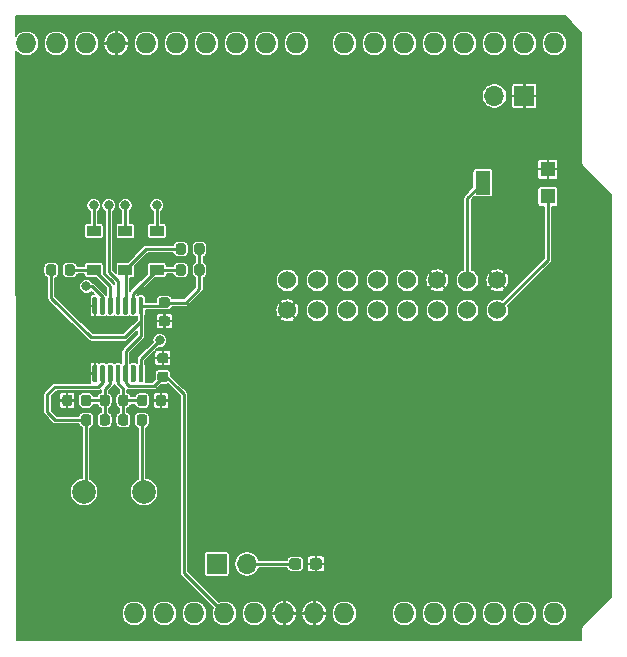
<source format=gbr>
G04 #@! TF.GenerationSoftware,KiCad,Pcbnew,(5.1.6)-1*
G04 #@! TF.CreationDate,2021-02-02T01:52:48+01:00*
G04 #@! TF.ProjectId,Thermolino2,54686572-6d6f-46c6-996e-6f322e6b6963,C*
G04 #@! TF.SameCoordinates,Original*
G04 #@! TF.FileFunction,Copper,L1,Top*
G04 #@! TF.FilePolarity,Positive*
%FSLAX46Y46*%
G04 Gerber Fmt 4.6, Leading zero omitted, Abs format (unit mm)*
G04 Created by KiCad (PCBNEW (5.1.6)-1) date 2021-02-02 01:52:48*
%MOMM*%
%LPD*%
G01*
G04 APERTURE LIST*
G04 #@! TA.AperFunction,ComponentPad*
%ADD10C,2.000000*%
G04 #@! TD*
G04 #@! TA.AperFunction,SMDPad,CuDef*
%ADD11R,1.200000X0.900000*%
G04 #@! TD*
G04 #@! TA.AperFunction,ComponentPad*
%ADD12O,1.727200X1.727200*%
G04 #@! TD*
G04 #@! TA.AperFunction,SMDPad,CuDef*
%ADD13R,1.300000X1.300000*%
G04 #@! TD*
G04 #@! TA.AperFunction,SMDPad,CuDef*
%ADD14R,1.300000X2.000000*%
G04 #@! TD*
G04 #@! TA.AperFunction,ComponentPad*
%ADD15R,1.700000X1.700000*%
G04 #@! TD*
G04 #@! TA.AperFunction,ComponentPad*
%ADD16O,1.700000X1.700000*%
G04 #@! TD*
G04 #@! TA.AperFunction,ComponentPad*
%ADD17C,1.524000*%
G04 #@! TD*
G04 #@! TA.AperFunction,ViaPad*
%ADD18C,0.800000*%
G04 #@! TD*
G04 #@! TA.AperFunction,Conductor*
%ADD19C,0.250000*%
G04 #@! TD*
G04 #@! TA.AperFunction,Conductor*
%ADD20C,0.150000*%
G04 #@! TD*
G04 APERTURE END LIST*
G04 #@! TA.AperFunction,SMDPad,CuDef*
G36*
G01*
X144904750Y-99537000D02*
X145417250Y-99537000D01*
G75*
G02*
X145636000Y-99755750I0J-218750D01*
G01*
X145636000Y-100193250D01*
G75*
G02*
X145417250Y-100412000I-218750J0D01*
G01*
X144904750Y-100412000D01*
G75*
G02*
X144686000Y-100193250I0J218750D01*
G01*
X144686000Y-99755750D01*
G75*
G02*
X144904750Y-99537000I218750J0D01*
G01*
G37*
G04 #@! TD.AperFunction*
G04 #@! TA.AperFunction,SMDPad,CuDef*
G36*
G01*
X144904750Y-97962000D02*
X145417250Y-97962000D01*
G75*
G02*
X145636000Y-98180750I0J-218750D01*
G01*
X145636000Y-98618250D01*
G75*
G02*
X145417250Y-98837000I-218750J0D01*
G01*
X144904750Y-98837000D01*
G75*
G02*
X144686000Y-98618250I0J218750D01*
G01*
X144686000Y-98180750D01*
G75*
G02*
X144904750Y-97962000I218750J0D01*
G01*
G37*
G04 #@! TD.AperFunction*
G04 #@! TA.AperFunction,SMDPad,CuDef*
G36*
G01*
X136722500Y-95887250D02*
X136722500Y-95374750D01*
G75*
G02*
X136941250Y-95156000I218750J0D01*
G01*
X137378750Y-95156000D01*
G75*
G02*
X137597500Y-95374750I0J-218750D01*
G01*
X137597500Y-95887250D01*
G75*
G02*
X137378750Y-96106000I-218750J0D01*
G01*
X136941250Y-96106000D01*
G75*
G02*
X136722500Y-95887250I0J218750D01*
G01*
G37*
G04 #@! TD.AperFunction*
G04 #@! TA.AperFunction,SMDPad,CuDef*
G36*
G01*
X135147500Y-95887250D02*
X135147500Y-95374750D01*
G75*
G02*
X135366250Y-95156000I218750J0D01*
G01*
X135803750Y-95156000D01*
G75*
G02*
X136022500Y-95374750I0J-218750D01*
G01*
X136022500Y-95887250D01*
G75*
G02*
X135803750Y-96106000I-218750J0D01*
G01*
X135366250Y-96106000D01*
G75*
G02*
X135147500Y-95887250I0J218750D01*
G01*
G37*
G04 #@! TD.AperFunction*
G04 #@! TA.AperFunction,SMDPad,CuDef*
G36*
G01*
X146995500Y-93596750D02*
X146995500Y-94109250D01*
G75*
G02*
X146776750Y-94328000I-218750J0D01*
G01*
X146339250Y-94328000D01*
G75*
G02*
X146120500Y-94109250I0J218750D01*
G01*
X146120500Y-93596750D01*
G75*
G02*
X146339250Y-93378000I218750J0D01*
G01*
X146776750Y-93378000D01*
G75*
G02*
X146995500Y-93596750I0J-218750D01*
G01*
G37*
G04 #@! TD.AperFunction*
G04 #@! TA.AperFunction,SMDPad,CuDef*
G36*
G01*
X148570500Y-93596750D02*
X148570500Y-94109250D01*
G75*
G02*
X148351750Y-94328000I-218750J0D01*
G01*
X147914250Y-94328000D01*
G75*
G02*
X147695500Y-94109250I0J218750D01*
G01*
X147695500Y-93596750D01*
G75*
G02*
X147914250Y-93378000I218750J0D01*
G01*
X148351750Y-93378000D01*
G75*
G02*
X148570500Y-93596750I0J-218750D01*
G01*
G37*
G04 #@! TD.AperFunction*
G04 #@! TA.AperFunction,SMDPad,CuDef*
G36*
G01*
X146995500Y-95374750D02*
X146995500Y-95887250D01*
G75*
G02*
X146776750Y-96106000I-218750J0D01*
G01*
X146339250Y-96106000D01*
G75*
G02*
X146120500Y-95887250I0J218750D01*
G01*
X146120500Y-95374750D01*
G75*
G02*
X146339250Y-95156000I218750J0D01*
G01*
X146776750Y-95156000D01*
G75*
G02*
X146995500Y-95374750I0J-218750D01*
G01*
G37*
G04 #@! TD.AperFunction*
G04 #@! TA.AperFunction,SMDPad,CuDef*
G36*
G01*
X148570500Y-95374750D02*
X148570500Y-95887250D01*
G75*
G02*
X148351750Y-96106000I-218750J0D01*
G01*
X147914250Y-96106000D01*
G75*
G02*
X147695500Y-95887250I0J218750D01*
G01*
X147695500Y-95374750D01*
G75*
G02*
X147914250Y-95156000I218750J0D01*
G01*
X148351750Y-95156000D01*
G75*
G02*
X148570500Y-95374750I0J-218750D01*
G01*
G37*
G04 #@! TD.AperFunction*
G04 #@! TA.AperFunction,SMDPad,CuDef*
G36*
G01*
X138974000Y-108074750D02*
X138974000Y-108587250D01*
G75*
G02*
X138755250Y-108806000I-218750J0D01*
G01*
X138317750Y-108806000D01*
G75*
G02*
X138099000Y-108587250I0J218750D01*
G01*
X138099000Y-108074750D01*
G75*
G02*
X138317750Y-107856000I218750J0D01*
G01*
X138755250Y-107856000D01*
G75*
G02*
X138974000Y-108074750I0J-218750D01*
G01*
G37*
G04 #@! TD.AperFunction*
G04 #@! TA.AperFunction,SMDPad,CuDef*
G36*
G01*
X140549000Y-108074750D02*
X140549000Y-108587250D01*
G75*
G02*
X140330250Y-108806000I-218750J0D01*
G01*
X139892750Y-108806000D01*
G75*
G02*
X139674000Y-108587250I0J218750D01*
G01*
X139674000Y-108074750D01*
G75*
G02*
X139892750Y-107856000I218750J0D01*
G01*
X140330250Y-107856000D01*
G75*
G02*
X140549000Y-108074750I0J-218750D01*
G01*
G37*
G04 #@! TD.AperFunction*
G04 #@! TA.AperFunction,SMDPad,CuDef*
G36*
G01*
X142824000Y-108587250D02*
X142824000Y-108074750D01*
G75*
G02*
X143042750Y-107856000I218750J0D01*
G01*
X143480250Y-107856000D01*
G75*
G02*
X143699000Y-108074750I0J-218750D01*
G01*
X143699000Y-108587250D01*
G75*
G02*
X143480250Y-108806000I-218750J0D01*
G01*
X143042750Y-108806000D01*
G75*
G02*
X142824000Y-108587250I0J218750D01*
G01*
G37*
G04 #@! TD.AperFunction*
G04 #@! TA.AperFunction,SMDPad,CuDef*
G36*
G01*
X141249000Y-108587250D02*
X141249000Y-108074750D01*
G75*
G02*
X141467750Y-107856000I218750J0D01*
G01*
X141905250Y-107856000D01*
G75*
G02*
X142124000Y-108074750I0J-218750D01*
G01*
X142124000Y-108587250D01*
G75*
G02*
X141905250Y-108806000I-218750J0D01*
G01*
X141467750Y-108806000D01*
G75*
G02*
X141249000Y-108587250I0J218750D01*
G01*
G37*
G04 #@! TD.AperFunction*
D10*
X138359000Y-114427000D03*
X143439000Y-114427000D03*
G04 #@! TA.AperFunction,SMDPad,CuDef*
G36*
G01*
X145290250Y-103536000D02*
X144777750Y-103536000D01*
G75*
G02*
X144559000Y-103317250I0J218750D01*
G01*
X144559000Y-102879750D01*
G75*
G02*
X144777750Y-102661000I218750J0D01*
G01*
X145290250Y-102661000D01*
G75*
G02*
X145509000Y-102879750I0J-218750D01*
G01*
X145509000Y-103317250D01*
G75*
G02*
X145290250Y-103536000I-218750J0D01*
G01*
G37*
G04 #@! TD.AperFunction*
G04 #@! TA.AperFunction,SMDPad,CuDef*
G36*
G01*
X145290250Y-105111000D02*
X144777750Y-105111000D01*
G75*
G02*
X144559000Y-104892250I0J218750D01*
G01*
X144559000Y-104454750D01*
G75*
G02*
X144777750Y-104236000I218750J0D01*
G01*
X145290250Y-104236000D01*
G75*
G02*
X145509000Y-104454750I0J-218750D01*
G01*
X145509000Y-104892250D01*
G75*
G02*
X145290250Y-105111000I-218750J0D01*
G01*
G37*
G04 #@! TD.AperFunction*
G04 #@! TA.AperFunction,SMDPad,CuDef*
G36*
G01*
X137381500Y-106423750D02*
X137381500Y-106936250D01*
G75*
G02*
X137162750Y-107155000I-218750J0D01*
G01*
X136725250Y-107155000D01*
G75*
G02*
X136506500Y-106936250I0J218750D01*
G01*
X136506500Y-106423750D01*
G75*
G02*
X136725250Y-106205000I218750J0D01*
G01*
X137162750Y-106205000D01*
G75*
G02*
X137381500Y-106423750I0J-218750D01*
G01*
G37*
G04 #@! TD.AperFunction*
G04 #@! TA.AperFunction,SMDPad,CuDef*
G36*
G01*
X138956500Y-106423750D02*
X138956500Y-106936250D01*
G75*
G02*
X138737750Y-107155000I-218750J0D01*
G01*
X138300250Y-107155000D01*
G75*
G02*
X138081500Y-106936250I0J218750D01*
G01*
X138081500Y-106423750D01*
G75*
G02*
X138300250Y-106205000I218750J0D01*
G01*
X138737750Y-106205000D01*
G75*
G02*
X138956500Y-106423750I0J-218750D01*
G01*
G37*
G04 #@! TD.AperFunction*
G04 #@! TA.AperFunction,SMDPad,CuDef*
G36*
G01*
X140549000Y-106423750D02*
X140549000Y-106936250D01*
G75*
G02*
X140330250Y-107155000I-218750J0D01*
G01*
X139892750Y-107155000D01*
G75*
G02*
X139674000Y-106936250I0J218750D01*
G01*
X139674000Y-106423750D01*
G75*
G02*
X139892750Y-106205000I218750J0D01*
G01*
X140330250Y-106205000D01*
G75*
G02*
X140549000Y-106423750I0J-218750D01*
G01*
G37*
G04 #@! TD.AperFunction*
G04 #@! TA.AperFunction,SMDPad,CuDef*
G36*
G01*
X142124000Y-106423750D02*
X142124000Y-106936250D01*
G75*
G02*
X141905250Y-107155000I-218750J0D01*
G01*
X141467750Y-107155000D01*
G75*
G02*
X141249000Y-106936250I0J218750D01*
G01*
X141249000Y-106423750D01*
G75*
G02*
X141467750Y-106205000I218750J0D01*
G01*
X141905250Y-106205000D01*
G75*
G02*
X142124000Y-106423750I0J-218750D01*
G01*
G37*
G04 #@! TD.AperFunction*
G04 #@! TA.AperFunction,SMDPad,CuDef*
G36*
G01*
X143731500Y-106423750D02*
X143731500Y-106936250D01*
G75*
G02*
X143512750Y-107155000I-218750J0D01*
G01*
X143075250Y-107155000D01*
G75*
G02*
X142856500Y-106936250I0J218750D01*
G01*
X142856500Y-106423750D01*
G75*
G02*
X143075250Y-106205000I218750J0D01*
G01*
X143512750Y-106205000D01*
G75*
G02*
X143731500Y-106423750I0J-218750D01*
G01*
G37*
G04 #@! TD.AperFunction*
G04 #@! TA.AperFunction,SMDPad,CuDef*
G36*
G01*
X145306500Y-106423750D02*
X145306500Y-106936250D01*
G75*
G02*
X145087750Y-107155000I-218750J0D01*
G01*
X144650250Y-107155000D01*
G75*
G02*
X144431500Y-106936250I0J218750D01*
G01*
X144431500Y-106423750D01*
G75*
G02*
X144650250Y-106205000I218750J0D01*
G01*
X145087750Y-106205000D01*
G75*
G02*
X145306500Y-106423750I0J-218750D01*
G01*
G37*
G04 #@! TD.AperFunction*
G04 #@! TA.AperFunction,SMDPad,CuDef*
G36*
G01*
X139374000Y-99406500D02*
X139174000Y-99406500D01*
G75*
G02*
X139074000Y-99306500I0J100000D01*
G01*
X139074000Y-98031500D01*
G75*
G02*
X139174000Y-97931500I100000J0D01*
G01*
X139374000Y-97931500D01*
G75*
G02*
X139474000Y-98031500I0J-100000D01*
G01*
X139474000Y-99306500D01*
G75*
G02*
X139374000Y-99406500I-100000J0D01*
G01*
G37*
G04 #@! TD.AperFunction*
G04 #@! TA.AperFunction,SMDPad,CuDef*
G36*
G01*
X140024000Y-99406500D02*
X139824000Y-99406500D01*
G75*
G02*
X139724000Y-99306500I0J100000D01*
G01*
X139724000Y-98031500D01*
G75*
G02*
X139824000Y-97931500I100000J0D01*
G01*
X140024000Y-97931500D01*
G75*
G02*
X140124000Y-98031500I0J-100000D01*
G01*
X140124000Y-99306500D01*
G75*
G02*
X140024000Y-99406500I-100000J0D01*
G01*
G37*
G04 #@! TD.AperFunction*
G04 #@! TA.AperFunction,SMDPad,CuDef*
G36*
G01*
X140674000Y-99406500D02*
X140474000Y-99406500D01*
G75*
G02*
X140374000Y-99306500I0J100000D01*
G01*
X140374000Y-98031500D01*
G75*
G02*
X140474000Y-97931500I100000J0D01*
G01*
X140674000Y-97931500D01*
G75*
G02*
X140774000Y-98031500I0J-100000D01*
G01*
X140774000Y-99306500D01*
G75*
G02*
X140674000Y-99406500I-100000J0D01*
G01*
G37*
G04 #@! TD.AperFunction*
G04 #@! TA.AperFunction,SMDPad,CuDef*
G36*
G01*
X141324000Y-99406500D02*
X141124000Y-99406500D01*
G75*
G02*
X141024000Y-99306500I0J100000D01*
G01*
X141024000Y-98031500D01*
G75*
G02*
X141124000Y-97931500I100000J0D01*
G01*
X141324000Y-97931500D01*
G75*
G02*
X141424000Y-98031500I0J-100000D01*
G01*
X141424000Y-99306500D01*
G75*
G02*
X141324000Y-99406500I-100000J0D01*
G01*
G37*
G04 #@! TD.AperFunction*
G04 #@! TA.AperFunction,SMDPad,CuDef*
G36*
G01*
X141974000Y-99406500D02*
X141774000Y-99406500D01*
G75*
G02*
X141674000Y-99306500I0J100000D01*
G01*
X141674000Y-98031500D01*
G75*
G02*
X141774000Y-97931500I100000J0D01*
G01*
X141974000Y-97931500D01*
G75*
G02*
X142074000Y-98031500I0J-100000D01*
G01*
X142074000Y-99306500D01*
G75*
G02*
X141974000Y-99406500I-100000J0D01*
G01*
G37*
G04 #@! TD.AperFunction*
G04 #@! TA.AperFunction,SMDPad,CuDef*
G36*
G01*
X142624000Y-99406500D02*
X142424000Y-99406500D01*
G75*
G02*
X142324000Y-99306500I0J100000D01*
G01*
X142324000Y-98031500D01*
G75*
G02*
X142424000Y-97931500I100000J0D01*
G01*
X142624000Y-97931500D01*
G75*
G02*
X142724000Y-98031500I0J-100000D01*
G01*
X142724000Y-99306500D01*
G75*
G02*
X142624000Y-99406500I-100000J0D01*
G01*
G37*
G04 #@! TD.AperFunction*
G04 #@! TA.AperFunction,SMDPad,CuDef*
G36*
G01*
X143274000Y-99406500D02*
X143074000Y-99406500D01*
G75*
G02*
X142974000Y-99306500I0J100000D01*
G01*
X142974000Y-98031500D01*
G75*
G02*
X143074000Y-97931500I100000J0D01*
G01*
X143274000Y-97931500D01*
G75*
G02*
X143374000Y-98031500I0J-100000D01*
G01*
X143374000Y-99306500D01*
G75*
G02*
X143274000Y-99406500I-100000J0D01*
G01*
G37*
G04 #@! TD.AperFunction*
G04 #@! TA.AperFunction,SMDPad,CuDef*
G36*
G01*
X143274000Y-105131500D02*
X143074000Y-105131500D01*
G75*
G02*
X142974000Y-105031500I0J100000D01*
G01*
X142974000Y-103756500D01*
G75*
G02*
X143074000Y-103656500I100000J0D01*
G01*
X143274000Y-103656500D01*
G75*
G02*
X143374000Y-103756500I0J-100000D01*
G01*
X143374000Y-105031500D01*
G75*
G02*
X143274000Y-105131500I-100000J0D01*
G01*
G37*
G04 #@! TD.AperFunction*
G04 #@! TA.AperFunction,SMDPad,CuDef*
G36*
G01*
X142624000Y-105131500D02*
X142424000Y-105131500D01*
G75*
G02*
X142324000Y-105031500I0J100000D01*
G01*
X142324000Y-103756500D01*
G75*
G02*
X142424000Y-103656500I100000J0D01*
G01*
X142624000Y-103656500D01*
G75*
G02*
X142724000Y-103756500I0J-100000D01*
G01*
X142724000Y-105031500D01*
G75*
G02*
X142624000Y-105131500I-100000J0D01*
G01*
G37*
G04 #@! TD.AperFunction*
G04 #@! TA.AperFunction,SMDPad,CuDef*
G36*
G01*
X141974000Y-105131500D02*
X141774000Y-105131500D01*
G75*
G02*
X141674000Y-105031500I0J100000D01*
G01*
X141674000Y-103756500D01*
G75*
G02*
X141774000Y-103656500I100000J0D01*
G01*
X141974000Y-103656500D01*
G75*
G02*
X142074000Y-103756500I0J-100000D01*
G01*
X142074000Y-105031500D01*
G75*
G02*
X141974000Y-105131500I-100000J0D01*
G01*
G37*
G04 #@! TD.AperFunction*
G04 #@! TA.AperFunction,SMDPad,CuDef*
G36*
G01*
X141324000Y-105131500D02*
X141124000Y-105131500D01*
G75*
G02*
X141024000Y-105031500I0J100000D01*
G01*
X141024000Y-103756500D01*
G75*
G02*
X141124000Y-103656500I100000J0D01*
G01*
X141324000Y-103656500D01*
G75*
G02*
X141424000Y-103756500I0J-100000D01*
G01*
X141424000Y-105031500D01*
G75*
G02*
X141324000Y-105131500I-100000J0D01*
G01*
G37*
G04 #@! TD.AperFunction*
G04 #@! TA.AperFunction,SMDPad,CuDef*
G36*
G01*
X140674000Y-105131500D02*
X140474000Y-105131500D01*
G75*
G02*
X140374000Y-105031500I0J100000D01*
G01*
X140374000Y-103756500D01*
G75*
G02*
X140474000Y-103656500I100000J0D01*
G01*
X140674000Y-103656500D01*
G75*
G02*
X140774000Y-103756500I0J-100000D01*
G01*
X140774000Y-105031500D01*
G75*
G02*
X140674000Y-105131500I-100000J0D01*
G01*
G37*
G04 #@! TD.AperFunction*
G04 #@! TA.AperFunction,SMDPad,CuDef*
G36*
G01*
X140024000Y-105131500D02*
X139824000Y-105131500D01*
G75*
G02*
X139724000Y-105031500I0J100000D01*
G01*
X139724000Y-103756500D01*
G75*
G02*
X139824000Y-103656500I100000J0D01*
G01*
X140024000Y-103656500D01*
G75*
G02*
X140124000Y-103756500I0J-100000D01*
G01*
X140124000Y-105031500D01*
G75*
G02*
X140024000Y-105131500I-100000J0D01*
G01*
G37*
G04 #@! TD.AperFunction*
G04 #@! TA.AperFunction,SMDPad,CuDef*
G36*
G01*
X139374000Y-105131500D02*
X139174000Y-105131500D01*
G75*
G02*
X139074000Y-105031500I0J100000D01*
G01*
X139074000Y-103756500D01*
G75*
G02*
X139174000Y-103656500I100000J0D01*
G01*
X139374000Y-103656500D01*
G75*
G02*
X139474000Y-103756500I0J-100000D01*
G01*
X139474000Y-105031500D01*
G75*
G02*
X139374000Y-105131500I-100000J0D01*
G01*
G37*
G04 #@! TD.AperFunction*
D11*
X144526000Y-95630000D03*
X144526000Y-92330000D03*
X139192000Y-95630000D03*
X139192000Y-92330000D03*
X141859000Y-95630000D03*
X141859000Y-92330000D03*
D12*
X178181000Y-124714000D03*
X175641000Y-124714000D03*
X173101000Y-124714000D03*
X170561000Y-124714000D03*
X168021000Y-124714000D03*
X142621000Y-124714000D03*
X148717000Y-76454000D03*
X146177000Y-76454000D03*
X143637000Y-76454000D03*
X138557000Y-76454000D03*
X136017000Y-76454000D03*
X133477000Y-76454000D03*
X151257000Y-76454000D03*
X153797000Y-76454000D03*
X156337000Y-76454000D03*
X141097000Y-76454000D03*
X160401000Y-76454000D03*
X162941000Y-76454000D03*
X165481000Y-76454000D03*
X168021000Y-76454000D03*
X170561000Y-76454000D03*
X173101000Y-76454000D03*
X175641000Y-76454000D03*
X178181000Y-76454000D03*
X145161000Y-124714000D03*
X147701000Y-124714000D03*
X150241000Y-124714000D03*
X152781000Y-124714000D03*
X155321000Y-124714000D03*
X157861000Y-124714000D03*
X160401000Y-124714000D03*
X165481000Y-124714000D03*
D13*
X177625000Y-89415000D03*
X177625000Y-87115000D03*
D14*
X172125000Y-88265000D03*
D15*
X149606000Y-120523000D03*
D16*
X152146000Y-120523000D03*
D15*
X175641000Y-80899000D03*
D16*
X173101000Y-80899000D03*
D17*
X173355000Y-96520000D03*
X173355000Y-99060000D03*
X170815000Y-96520000D03*
X170815000Y-99060000D03*
X168275000Y-96520000D03*
X168275000Y-99060000D03*
X165735000Y-96520000D03*
X165735000Y-99060000D03*
X163195000Y-96520000D03*
X163195000Y-99060000D03*
X160655000Y-96520000D03*
X160655000Y-99060000D03*
X158115000Y-96520000D03*
X158115000Y-99060000D03*
X155575000Y-96520000D03*
X155575000Y-99060000D03*
G04 #@! TA.AperFunction,SMDPad,CuDef*
G36*
G01*
X155713000Y-120760500D02*
X155713000Y-120285500D01*
G75*
G02*
X155950500Y-120048000I237500J0D01*
G01*
X156525500Y-120048000D01*
G75*
G02*
X156763000Y-120285500I0J-237500D01*
G01*
X156763000Y-120760500D01*
G75*
G02*
X156525500Y-120998000I-237500J0D01*
G01*
X155950500Y-120998000D01*
G75*
G02*
X155713000Y-120760500I0J237500D01*
G01*
G37*
G04 #@! TD.AperFunction*
G04 #@! TA.AperFunction,SMDPad,CuDef*
G36*
G01*
X157463000Y-120760500D02*
X157463000Y-120285500D01*
G75*
G02*
X157700500Y-120048000I237500J0D01*
G01*
X158275500Y-120048000D01*
G75*
G02*
X158513000Y-120285500I0J-237500D01*
G01*
X158513000Y-120760500D01*
G75*
G02*
X158275500Y-120998000I-237500J0D01*
G01*
X157700500Y-120998000D01*
G75*
G02*
X157463000Y-120760500I0J237500D01*
G01*
G37*
G04 #@! TD.AperFunction*
D18*
X141859000Y-90170000D03*
X139192000Y-90170000D03*
X144526000Y-90170000D03*
X138557000Y-97028000D03*
X140462000Y-90170000D03*
X144780000Y-101600000D03*
D19*
X177625000Y-94790000D02*
X177625000Y-89415000D01*
X173355000Y-99060000D02*
X177625000Y-94790000D01*
X156238000Y-120523000D02*
X152146000Y-120523000D01*
X138536500Y-114249500D02*
X138359000Y-114427000D01*
X138536500Y-108331000D02*
X138536500Y-114249500D01*
X139924000Y-105131500D02*
X139924000Y-104394000D01*
X135890000Y-105537000D02*
X139518500Y-105537000D01*
X139518500Y-105537000D02*
X139924000Y-105131500D01*
X136017000Y-108331000D02*
X138536500Y-108331000D01*
X135890000Y-108331000D02*
X136017000Y-108331000D01*
X135890000Y-108331000D02*
X135255000Y-107696000D01*
X135890000Y-105537000D02*
X135255000Y-106172000D01*
X135255000Y-106172000D02*
X135255000Y-107696000D01*
X143261500Y-114249500D02*
X143439000Y-114427000D01*
X143261500Y-108331000D02*
X143261500Y-114249500D01*
X141874000Y-95645000D02*
X141859000Y-95630000D01*
X141874000Y-98669000D02*
X141874000Y-95645000D01*
X143636000Y-93853000D02*
X146558000Y-93853000D01*
X141859000Y-95630000D02*
X143636000Y-93853000D01*
X141859000Y-92330000D02*
X141859000Y-90170000D01*
X140574000Y-97012000D02*
X139192000Y-95630000D01*
X140574000Y-98669000D02*
X140574000Y-97012000D01*
X137161000Y-95630000D02*
X137160000Y-95631000D01*
X139192000Y-95630000D02*
X137161000Y-95630000D01*
X139192000Y-92330000D02*
X139192000Y-90170000D01*
X142524000Y-97632000D02*
X144526000Y-95630000D01*
X142524000Y-98669000D02*
X142524000Y-97632000D01*
X146557000Y-95630000D02*
X146558000Y-95631000D01*
X144526000Y-95630000D02*
X146557000Y-95630000D01*
X144526000Y-92330000D02*
X144526000Y-90170000D01*
X170815000Y-89575000D02*
X172125000Y-88265000D01*
X170815000Y-96520000D02*
X170815000Y-89575000D01*
X139924000Y-98669000D02*
X139924000Y-97931500D01*
X139020500Y-97028000D02*
X138557000Y-97028000D01*
X139924000Y-97931500D02*
X139020500Y-97028000D01*
X140462000Y-91948000D02*
X140462000Y-90170000D01*
X140462000Y-91948000D02*
X140462000Y-91821000D01*
X140462000Y-95778002D02*
X140462000Y-91948000D01*
X141224000Y-98669000D02*
X141224000Y-96540002D01*
X141224000Y-96540002D02*
X140462000Y-95778002D01*
X141874000Y-105131500D02*
X141874000Y-104394000D01*
X150241000Y-124714000D02*
X146812000Y-121285000D01*
X146812000Y-121285000D02*
X146812000Y-106172000D01*
X146812000Y-106172000D02*
X146304000Y-105664000D01*
X145313500Y-104673500D02*
X146304000Y-105664000D01*
X145034000Y-104673500D02*
X145313500Y-104673500D01*
X148133000Y-95631000D02*
X148133000Y-93853000D01*
X141874000Y-102536846D02*
X141874000Y-104394000D01*
X144891500Y-98669000D02*
X145161000Y-98399500D01*
X143174000Y-98669000D02*
X144891500Y-98669000D01*
X143174000Y-101236846D02*
X142842923Y-101567923D01*
X142603923Y-101806923D02*
X142842923Y-101567923D01*
X142842923Y-101567923D02*
X141874000Y-102536846D01*
X143174000Y-98669000D02*
X143174000Y-99994000D01*
X143174000Y-99994000D02*
X143174000Y-101236846D01*
X142076000Y-101092000D02*
X143174000Y-99994000D01*
X141822000Y-101346000D02*
X142076000Y-101092000D01*
X138938000Y-101346000D02*
X141822000Y-101346000D01*
X135585000Y-95631000D02*
X135585000Y-97993000D01*
X135585000Y-97993000D02*
X138938000Y-101346000D01*
X144285500Y-105422000D02*
X145034000Y-104673500D01*
X145161000Y-98399500D02*
X146964500Y-98399500D01*
X148133000Y-97231000D02*
X148133000Y-95631000D01*
X146964500Y-98399500D02*
X148133000Y-97231000D01*
X141874000Y-104394000D02*
X141874000Y-105171000D01*
X141874000Y-105171000D02*
X142176500Y-105473500D01*
X144234000Y-105473500D02*
X144285500Y-105422000D01*
X142176500Y-105473500D02*
X144234000Y-105473500D01*
X143174000Y-104394000D02*
X143174000Y-103206000D01*
X143174000Y-103206000D02*
X144780000Y-101600000D01*
X141686500Y-106680000D02*
X141686500Y-108331000D01*
X143294000Y-106680000D02*
X141686500Y-106680000D01*
X141224000Y-105219500D02*
X141224000Y-104394000D01*
X141686500Y-105682000D02*
X141224000Y-105219500D01*
X141686500Y-106680000D02*
X141686500Y-105682000D01*
X140131500Y-106654500D02*
X140157000Y-106680000D01*
X138595000Y-106692500D02*
X138582500Y-106680000D01*
X140111500Y-106680000D02*
X140111500Y-108331000D01*
X140111500Y-106680000D02*
X138519000Y-106680000D01*
X140111500Y-106680000D02*
X140111500Y-105730500D01*
X140574000Y-104394000D02*
X140574000Y-105268000D01*
X140111500Y-105730500D02*
X140574000Y-105268000D01*
D20*
G36*
X180471000Y-75541554D02*
G01*
X180471001Y-86601715D01*
X180469791Y-86614000D01*
X180474618Y-86663008D01*
X180488913Y-86710133D01*
X180488914Y-86710134D01*
X180512128Y-86753564D01*
X180543369Y-86791632D01*
X180552910Y-86799462D01*
X183011000Y-89257554D01*
X183011001Y-123340445D01*
X180552914Y-125798534D01*
X180543368Y-125806368D01*
X180512127Y-125844436D01*
X180488914Y-125887866D01*
X180488913Y-125887867D01*
X180474618Y-125934992D01*
X180469791Y-125984000D01*
X180471000Y-125996275D01*
X180471001Y-127004000D01*
X132710405Y-127004000D01*
X132704698Y-124606782D01*
X141532400Y-124606782D01*
X141532400Y-124821218D01*
X141574235Y-125031533D01*
X141656295Y-125229645D01*
X141775429Y-125407942D01*
X141927058Y-125559571D01*
X142105355Y-125678705D01*
X142303467Y-125760765D01*
X142513782Y-125802600D01*
X142728218Y-125802600D01*
X142938533Y-125760765D01*
X143136645Y-125678705D01*
X143314942Y-125559571D01*
X143466571Y-125407942D01*
X143585705Y-125229645D01*
X143667765Y-125031533D01*
X143709600Y-124821218D01*
X143709600Y-124606782D01*
X144072400Y-124606782D01*
X144072400Y-124821218D01*
X144114235Y-125031533D01*
X144196295Y-125229645D01*
X144315429Y-125407942D01*
X144467058Y-125559571D01*
X144645355Y-125678705D01*
X144843467Y-125760765D01*
X145053782Y-125802600D01*
X145268218Y-125802600D01*
X145478533Y-125760765D01*
X145676645Y-125678705D01*
X145854942Y-125559571D01*
X146006571Y-125407942D01*
X146125705Y-125229645D01*
X146207765Y-125031533D01*
X146249600Y-124821218D01*
X146249600Y-124606782D01*
X146612400Y-124606782D01*
X146612400Y-124821218D01*
X146654235Y-125031533D01*
X146736295Y-125229645D01*
X146855429Y-125407942D01*
X147007058Y-125559571D01*
X147185355Y-125678705D01*
X147383467Y-125760765D01*
X147593782Y-125802600D01*
X147808218Y-125802600D01*
X148018533Y-125760765D01*
X148216645Y-125678705D01*
X148394942Y-125559571D01*
X148546571Y-125407942D01*
X148665705Y-125229645D01*
X148747765Y-125031533D01*
X148789600Y-124821218D01*
X148789600Y-124606782D01*
X148747765Y-124396467D01*
X148665705Y-124198355D01*
X148546571Y-124020058D01*
X148394942Y-123868429D01*
X148216645Y-123749295D01*
X148018533Y-123667235D01*
X147808218Y-123625400D01*
X147593782Y-123625400D01*
X147383467Y-123667235D01*
X147185355Y-123749295D01*
X147007058Y-123868429D01*
X146855429Y-124020058D01*
X146736295Y-124198355D01*
X146654235Y-124396467D01*
X146612400Y-124606782D01*
X146249600Y-124606782D01*
X146207765Y-124396467D01*
X146125705Y-124198355D01*
X146006571Y-124020058D01*
X145854942Y-123868429D01*
X145676645Y-123749295D01*
X145478533Y-123667235D01*
X145268218Y-123625400D01*
X145053782Y-123625400D01*
X144843467Y-123667235D01*
X144645355Y-123749295D01*
X144467058Y-123868429D01*
X144315429Y-124020058D01*
X144196295Y-124198355D01*
X144114235Y-124396467D01*
X144072400Y-124606782D01*
X143709600Y-124606782D01*
X143667765Y-124396467D01*
X143585705Y-124198355D01*
X143466571Y-124020058D01*
X143314942Y-123868429D01*
X143136645Y-123749295D01*
X142938533Y-123667235D01*
X142728218Y-123625400D01*
X142513782Y-123625400D01*
X142303467Y-123667235D01*
X142105355Y-123749295D01*
X141927058Y-123868429D01*
X141775429Y-124020058D01*
X141656295Y-124198355D01*
X141574235Y-124396467D01*
X141532400Y-124606782D01*
X132704698Y-124606782D01*
X132660805Y-106172000D01*
X134903307Y-106172000D01*
X134905000Y-106189189D01*
X134905001Y-107678802D01*
X134903307Y-107696000D01*
X134910065Y-107764611D01*
X134929176Y-107827611D01*
X134930079Y-107830587D01*
X134962579Y-107891390D01*
X135006316Y-107944685D01*
X135019676Y-107955649D01*
X135630355Y-108566330D01*
X135641315Y-108579685D01*
X135694610Y-108623422D01*
X135755413Y-108655922D01*
X135821388Y-108675935D01*
X135890000Y-108682693D01*
X135907189Y-108681000D01*
X137883572Y-108681000D01*
X137906773Y-108757482D01*
X137947881Y-108834389D01*
X138003202Y-108901798D01*
X138070611Y-108957119D01*
X138147518Y-108998227D01*
X138186500Y-109010052D01*
X138186501Y-113212313D01*
X138001681Y-113249076D01*
X137778745Y-113341419D01*
X137578108Y-113475481D01*
X137407481Y-113646108D01*
X137273419Y-113846745D01*
X137181076Y-114069681D01*
X137134000Y-114306348D01*
X137134000Y-114547652D01*
X137181076Y-114784319D01*
X137273419Y-115007255D01*
X137407481Y-115207892D01*
X137578108Y-115378519D01*
X137778745Y-115512581D01*
X138001681Y-115604924D01*
X138238348Y-115652000D01*
X138479652Y-115652000D01*
X138716319Y-115604924D01*
X138939255Y-115512581D01*
X139139892Y-115378519D01*
X139310519Y-115207892D01*
X139444581Y-115007255D01*
X139536924Y-114784319D01*
X139584000Y-114547652D01*
X139584000Y-114306348D01*
X142214000Y-114306348D01*
X142214000Y-114547652D01*
X142261076Y-114784319D01*
X142353419Y-115007255D01*
X142487481Y-115207892D01*
X142658108Y-115378519D01*
X142858745Y-115512581D01*
X143081681Y-115604924D01*
X143318348Y-115652000D01*
X143559652Y-115652000D01*
X143796319Y-115604924D01*
X144019255Y-115512581D01*
X144219892Y-115378519D01*
X144390519Y-115207892D01*
X144524581Y-115007255D01*
X144616924Y-114784319D01*
X144664000Y-114547652D01*
X144664000Y-114306348D01*
X144616924Y-114069681D01*
X144524581Y-113846745D01*
X144390519Y-113646108D01*
X144219892Y-113475481D01*
X144019255Y-113341419D01*
X143796319Y-113249076D01*
X143611500Y-113212313D01*
X143611500Y-109010052D01*
X143650482Y-108998227D01*
X143727389Y-108957119D01*
X143794798Y-108901798D01*
X143850119Y-108834389D01*
X143891227Y-108757482D01*
X143916541Y-108674034D01*
X143925088Y-108587250D01*
X143925088Y-108074750D01*
X143916541Y-107987966D01*
X143891227Y-107904518D01*
X143850119Y-107827611D01*
X143794798Y-107760202D01*
X143727389Y-107704881D01*
X143650482Y-107663773D01*
X143567034Y-107638459D01*
X143480250Y-107629912D01*
X143042750Y-107629912D01*
X142955966Y-107638459D01*
X142872518Y-107663773D01*
X142795611Y-107704881D01*
X142728202Y-107760202D01*
X142672881Y-107827611D01*
X142631773Y-107904518D01*
X142606459Y-107987966D01*
X142597912Y-108074750D01*
X142597912Y-108587250D01*
X142606459Y-108674034D01*
X142631773Y-108757482D01*
X142672881Y-108834389D01*
X142728202Y-108901798D01*
X142795611Y-108957119D01*
X142872518Y-108998227D01*
X142911500Y-109010052D01*
X142911501Y-113319567D01*
X142858745Y-113341419D01*
X142658108Y-113475481D01*
X142487481Y-113646108D01*
X142353419Y-113846745D01*
X142261076Y-114069681D01*
X142214000Y-114306348D01*
X139584000Y-114306348D01*
X139536924Y-114069681D01*
X139444581Y-113846745D01*
X139310519Y-113646108D01*
X139139892Y-113475481D01*
X138939255Y-113341419D01*
X138886500Y-113319567D01*
X138886500Y-109010052D01*
X138925482Y-108998227D01*
X139002389Y-108957119D01*
X139069798Y-108901798D01*
X139125119Y-108834389D01*
X139166227Y-108757482D01*
X139191541Y-108674034D01*
X139200088Y-108587250D01*
X139200088Y-108074750D01*
X139191541Y-107987966D01*
X139166227Y-107904518D01*
X139125119Y-107827611D01*
X139069798Y-107760202D01*
X139002389Y-107704881D01*
X138925482Y-107663773D01*
X138842034Y-107638459D01*
X138755250Y-107629912D01*
X138317750Y-107629912D01*
X138230966Y-107638459D01*
X138147518Y-107663773D01*
X138070611Y-107704881D01*
X138003202Y-107760202D01*
X137947881Y-107827611D01*
X137906773Y-107904518D01*
X137883572Y-107981000D01*
X136034975Y-107981000D01*
X135605000Y-107551027D01*
X135605000Y-107155000D01*
X136255290Y-107155000D01*
X136260117Y-107204009D01*
X136274412Y-107251134D01*
X136297627Y-107294565D01*
X136328868Y-107332632D01*
X136366935Y-107363873D01*
X136410366Y-107387088D01*
X136457491Y-107401383D01*
X136506500Y-107406210D01*
X136869000Y-107405000D01*
X136931500Y-107342500D01*
X136931500Y-106692500D01*
X136956500Y-106692500D01*
X136956500Y-107342500D01*
X137019000Y-107405000D01*
X137381500Y-107406210D01*
X137430509Y-107401383D01*
X137477634Y-107387088D01*
X137521065Y-107363873D01*
X137559132Y-107332632D01*
X137590373Y-107294565D01*
X137613588Y-107251134D01*
X137627883Y-107204009D01*
X137632710Y-107155000D01*
X137631500Y-106755000D01*
X137569000Y-106692500D01*
X136956500Y-106692500D01*
X136931500Y-106692500D01*
X136319000Y-106692500D01*
X136256500Y-106755000D01*
X136255290Y-107155000D01*
X135605000Y-107155000D01*
X135605000Y-106316973D01*
X135716973Y-106205000D01*
X136255290Y-106205000D01*
X136256500Y-106605000D01*
X136319000Y-106667500D01*
X136931500Y-106667500D01*
X136931500Y-106017500D01*
X136956500Y-106017500D01*
X136956500Y-106667500D01*
X137569000Y-106667500D01*
X137631500Y-106605000D01*
X137632710Y-106205000D01*
X137627883Y-106155991D01*
X137613588Y-106108866D01*
X137590373Y-106065435D01*
X137559132Y-106027368D01*
X137521065Y-105996127D01*
X137477634Y-105972912D01*
X137430509Y-105958617D01*
X137381500Y-105953790D01*
X137019000Y-105955000D01*
X136956500Y-106017500D01*
X136931500Y-106017500D01*
X136869000Y-105955000D01*
X136506500Y-105953790D01*
X136457491Y-105958617D01*
X136410366Y-105972912D01*
X136366935Y-105996127D01*
X136328868Y-106027368D01*
X136297627Y-106065435D01*
X136274412Y-106108866D01*
X136260117Y-106155991D01*
X136255290Y-106205000D01*
X135716973Y-106205000D01*
X136034975Y-105887000D01*
X139501312Y-105887000D01*
X139518500Y-105888693D01*
X139535688Y-105887000D01*
X139535689Y-105887000D01*
X139587112Y-105881935D01*
X139653087Y-105861922D01*
X139713890Y-105829422D01*
X139761501Y-105790350D01*
X139761501Y-106000948D01*
X139722518Y-106012773D01*
X139645611Y-106053881D01*
X139578202Y-106109202D01*
X139522881Y-106176611D01*
X139481773Y-106253518D01*
X139458572Y-106330000D01*
X139171928Y-106330000D01*
X139148727Y-106253518D01*
X139107619Y-106176611D01*
X139052298Y-106109202D01*
X138984889Y-106053881D01*
X138907982Y-106012773D01*
X138824534Y-105987459D01*
X138737750Y-105978912D01*
X138300250Y-105978912D01*
X138213466Y-105987459D01*
X138130018Y-106012773D01*
X138053111Y-106053881D01*
X137985702Y-106109202D01*
X137930381Y-106176611D01*
X137889273Y-106253518D01*
X137863959Y-106336966D01*
X137855412Y-106423750D01*
X137855412Y-106936250D01*
X137863959Y-107023034D01*
X137889273Y-107106482D01*
X137930381Y-107183389D01*
X137985702Y-107250798D01*
X138053111Y-107306119D01*
X138130018Y-107347227D01*
X138213466Y-107372541D01*
X138300250Y-107381088D01*
X138737750Y-107381088D01*
X138824534Y-107372541D01*
X138907982Y-107347227D01*
X138984889Y-107306119D01*
X139052298Y-107250798D01*
X139107619Y-107183389D01*
X139148727Y-107106482D01*
X139171928Y-107030000D01*
X139458572Y-107030000D01*
X139481773Y-107106482D01*
X139522881Y-107183389D01*
X139578202Y-107250798D01*
X139645611Y-107306119D01*
X139722518Y-107347227D01*
X139761500Y-107359052D01*
X139761501Y-107651948D01*
X139722518Y-107663773D01*
X139645611Y-107704881D01*
X139578202Y-107760202D01*
X139522881Y-107827611D01*
X139481773Y-107904518D01*
X139456459Y-107987966D01*
X139447912Y-108074750D01*
X139447912Y-108587250D01*
X139456459Y-108674034D01*
X139481773Y-108757482D01*
X139522881Y-108834389D01*
X139578202Y-108901798D01*
X139645611Y-108957119D01*
X139722518Y-108998227D01*
X139805966Y-109023541D01*
X139892750Y-109032088D01*
X140330250Y-109032088D01*
X140417034Y-109023541D01*
X140500482Y-108998227D01*
X140577389Y-108957119D01*
X140644798Y-108901798D01*
X140700119Y-108834389D01*
X140741227Y-108757482D01*
X140766541Y-108674034D01*
X140775088Y-108587250D01*
X140775088Y-108074750D01*
X140766541Y-107987966D01*
X140741227Y-107904518D01*
X140700119Y-107827611D01*
X140644798Y-107760202D01*
X140577389Y-107704881D01*
X140500482Y-107663773D01*
X140461500Y-107651948D01*
X140461500Y-107359052D01*
X140500482Y-107347227D01*
X140577389Y-107306119D01*
X140644798Y-107250798D01*
X140700119Y-107183389D01*
X140741227Y-107106482D01*
X140766541Y-107023034D01*
X140775088Y-106936250D01*
X140775088Y-106423750D01*
X140766541Y-106336966D01*
X140741227Y-106253518D01*
X140700119Y-106176611D01*
X140644798Y-106109202D01*
X140577389Y-106053881D01*
X140500482Y-106012773D01*
X140461500Y-106000948D01*
X140461500Y-105875473D01*
X140809325Y-105527649D01*
X140822685Y-105516685D01*
X140866422Y-105463390D01*
X140898922Y-105402588D01*
X140908364Y-105371460D01*
X140931578Y-105414889D01*
X140975315Y-105468184D01*
X140988676Y-105479149D01*
X141336501Y-105826975D01*
X141336501Y-106000948D01*
X141297518Y-106012773D01*
X141220611Y-106053881D01*
X141153202Y-106109202D01*
X141097881Y-106176611D01*
X141056773Y-106253518D01*
X141031459Y-106336966D01*
X141022912Y-106423750D01*
X141022912Y-106936250D01*
X141031459Y-107023034D01*
X141056773Y-107106482D01*
X141097881Y-107183389D01*
X141153202Y-107250798D01*
X141220611Y-107306119D01*
X141297518Y-107347227D01*
X141336500Y-107359052D01*
X141336501Y-107651948D01*
X141297518Y-107663773D01*
X141220611Y-107704881D01*
X141153202Y-107760202D01*
X141097881Y-107827611D01*
X141056773Y-107904518D01*
X141031459Y-107987966D01*
X141022912Y-108074750D01*
X141022912Y-108587250D01*
X141031459Y-108674034D01*
X141056773Y-108757482D01*
X141097881Y-108834389D01*
X141153202Y-108901798D01*
X141220611Y-108957119D01*
X141297518Y-108998227D01*
X141380966Y-109023541D01*
X141467750Y-109032088D01*
X141905250Y-109032088D01*
X141992034Y-109023541D01*
X142075482Y-108998227D01*
X142152389Y-108957119D01*
X142219798Y-108901798D01*
X142275119Y-108834389D01*
X142316227Y-108757482D01*
X142341541Y-108674034D01*
X142350088Y-108587250D01*
X142350088Y-108074750D01*
X142341541Y-107987966D01*
X142316227Y-107904518D01*
X142275119Y-107827611D01*
X142219798Y-107760202D01*
X142152389Y-107704881D01*
X142075482Y-107663773D01*
X142036500Y-107651948D01*
X142036500Y-107359052D01*
X142075482Y-107347227D01*
X142152389Y-107306119D01*
X142219798Y-107250798D01*
X142275119Y-107183389D01*
X142316227Y-107106482D01*
X142339428Y-107030000D01*
X142641072Y-107030000D01*
X142664273Y-107106482D01*
X142705381Y-107183389D01*
X142760702Y-107250798D01*
X142828111Y-107306119D01*
X142905018Y-107347227D01*
X142988466Y-107372541D01*
X143075250Y-107381088D01*
X143512750Y-107381088D01*
X143599534Y-107372541D01*
X143682982Y-107347227D01*
X143759889Y-107306119D01*
X143827298Y-107250798D01*
X143882619Y-107183389D01*
X143897793Y-107155000D01*
X144180290Y-107155000D01*
X144185117Y-107204009D01*
X144199412Y-107251134D01*
X144222627Y-107294565D01*
X144253868Y-107332632D01*
X144291935Y-107363873D01*
X144335366Y-107387088D01*
X144382491Y-107401383D01*
X144431500Y-107406210D01*
X144794000Y-107405000D01*
X144856500Y-107342500D01*
X144856500Y-106692500D01*
X144881500Y-106692500D01*
X144881500Y-107342500D01*
X144944000Y-107405000D01*
X145306500Y-107406210D01*
X145355509Y-107401383D01*
X145402634Y-107387088D01*
X145446065Y-107363873D01*
X145484132Y-107332632D01*
X145515373Y-107294565D01*
X145538588Y-107251134D01*
X145552883Y-107204009D01*
X145557710Y-107155000D01*
X145556500Y-106755000D01*
X145494000Y-106692500D01*
X144881500Y-106692500D01*
X144856500Y-106692500D01*
X144244000Y-106692500D01*
X144181500Y-106755000D01*
X144180290Y-107155000D01*
X143897793Y-107155000D01*
X143923727Y-107106482D01*
X143949041Y-107023034D01*
X143957588Y-106936250D01*
X143957588Y-106423750D01*
X143949041Y-106336966D01*
X143923727Y-106253518D01*
X143897794Y-106205000D01*
X144180290Y-106205000D01*
X144181500Y-106605000D01*
X144244000Y-106667500D01*
X144856500Y-106667500D01*
X144856500Y-106017500D01*
X144881500Y-106017500D01*
X144881500Y-106667500D01*
X145494000Y-106667500D01*
X145556500Y-106605000D01*
X145557710Y-106205000D01*
X145552883Y-106155991D01*
X145538588Y-106108866D01*
X145515373Y-106065435D01*
X145484132Y-106027368D01*
X145446065Y-105996127D01*
X145402634Y-105972912D01*
X145355509Y-105958617D01*
X145306500Y-105953790D01*
X144944000Y-105955000D01*
X144881500Y-106017500D01*
X144856500Y-106017500D01*
X144794000Y-105955000D01*
X144431500Y-105953790D01*
X144382491Y-105958617D01*
X144335366Y-105972912D01*
X144291935Y-105996127D01*
X144253868Y-106027368D01*
X144222627Y-106065435D01*
X144199412Y-106108866D01*
X144185117Y-106155991D01*
X144180290Y-106205000D01*
X143897794Y-106205000D01*
X143882619Y-106176611D01*
X143827298Y-106109202D01*
X143759889Y-106053881D01*
X143682982Y-106012773D01*
X143599534Y-105987459D01*
X143512750Y-105978912D01*
X143075250Y-105978912D01*
X142988466Y-105987459D01*
X142905018Y-106012773D01*
X142828111Y-106053881D01*
X142760702Y-106109202D01*
X142705381Y-106176611D01*
X142664273Y-106253518D01*
X142641072Y-106330000D01*
X142339428Y-106330000D01*
X142316227Y-106253518D01*
X142275119Y-106176611D01*
X142219798Y-106109202D01*
X142152389Y-106053881D01*
X142075482Y-106012773D01*
X142036500Y-106000948D01*
X142036500Y-105795529D01*
X142041913Y-105798422D01*
X142107888Y-105818435D01*
X142176500Y-105825193D01*
X142193689Y-105823500D01*
X144216812Y-105823500D01*
X144234000Y-105825193D01*
X144251188Y-105823500D01*
X144251189Y-105823500D01*
X144302612Y-105818435D01*
X144368587Y-105798422D01*
X144429390Y-105765922D01*
X144482685Y-105722185D01*
X144493654Y-105708819D01*
X144865385Y-105337088D01*
X145290250Y-105337088D01*
X145377034Y-105328541D01*
X145451099Y-105306073D01*
X146068667Y-105923642D01*
X146068678Y-105923651D01*
X146462001Y-106316976D01*
X146462000Y-121267812D01*
X146460307Y-121285000D01*
X146462000Y-121302188D01*
X146467065Y-121353611D01*
X146487078Y-121419586D01*
X146519578Y-121480389D01*
X146563315Y-121533684D01*
X146576676Y-121544649D01*
X149262847Y-124230822D01*
X149194235Y-124396467D01*
X149152400Y-124606782D01*
X149152400Y-124821218D01*
X149194235Y-125031533D01*
X149276295Y-125229645D01*
X149395429Y-125407942D01*
X149547058Y-125559571D01*
X149725355Y-125678705D01*
X149923467Y-125760765D01*
X150133782Y-125802600D01*
X150348218Y-125802600D01*
X150558533Y-125760765D01*
X150756645Y-125678705D01*
X150934942Y-125559571D01*
X151086571Y-125407942D01*
X151205705Y-125229645D01*
X151287765Y-125031533D01*
X151329600Y-124821218D01*
X151329600Y-124606782D01*
X151692400Y-124606782D01*
X151692400Y-124821218D01*
X151734235Y-125031533D01*
X151816295Y-125229645D01*
X151935429Y-125407942D01*
X152087058Y-125559571D01*
X152265355Y-125678705D01*
X152463467Y-125760765D01*
X152673782Y-125802600D01*
X152888218Y-125802600D01*
X153098533Y-125760765D01*
X153296645Y-125678705D01*
X153474942Y-125559571D01*
X153626571Y-125407942D01*
X153745705Y-125229645D01*
X153827765Y-125031533D01*
X153853821Y-124900541D01*
X154223135Y-124900541D01*
X154235318Y-124961791D01*
X154304521Y-125168836D01*
X154412787Y-125358402D01*
X154555955Y-125523204D01*
X154728523Y-125656908D01*
X154923860Y-125754377D01*
X155134459Y-125811865D01*
X155308500Y-125765030D01*
X155308500Y-124726500D01*
X155333500Y-124726500D01*
X155333500Y-125765030D01*
X155507541Y-125811865D01*
X155718140Y-125754377D01*
X155913477Y-125656908D01*
X156086045Y-125523204D01*
X156229213Y-125358402D01*
X156337479Y-125168836D01*
X156406682Y-124961791D01*
X156418865Y-124900541D01*
X156763135Y-124900541D01*
X156775318Y-124961791D01*
X156844521Y-125168836D01*
X156952787Y-125358402D01*
X157095955Y-125523204D01*
X157268523Y-125656908D01*
X157463860Y-125754377D01*
X157674459Y-125811865D01*
X157848500Y-125765030D01*
X157848500Y-124726500D01*
X157873500Y-124726500D01*
X157873500Y-125765030D01*
X158047541Y-125811865D01*
X158258140Y-125754377D01*
X158453477Y-125656908D01*
X158626045Y-125523204D01*
X158769213Y-125358402D01*
X158877479Y-125168836D01*
X158946682Y-124961791D01*
X158958865Y-124900541D01*
X158912026Y-124726500D01*
X157873500Y-124726500D01*
X157848500Y-124726500D01*
X156809974Y-124726500D01*
X156763135Y-124900541D01*
X156418865Y-124900541D01*
X156372026Y-124726500D01*
X155333500Y-124726500D01*
X155308500Y-124726500D01*
X154269974Y-124726500D01*
X154223135Y-124900541D01*
X153853821Y-124900541D01*
X153869600Y-124821218D01*
X153869600Y-124606782D01*
X153853822Y-124527459D01*
X154223135Y-124527459D01*
X154269974Y-124701500D01*
X155308500Y-124701500D01*
X155308500Y-123662970D01*
X155333500Y-123662970D01*
X155333500Y-124701500D01*
X156372026Y-124701500D01*
X156418865Y-124527459D01*
X156763135Y-124527459D01*
X156809974Y-124701500D01*
X157848500Y-124701500D01*
X157848500Y-123662970D01*
X157873500Y-123662970D01*
X157873500Y-124701500D01*
X158912026Y-124701500D01*
X158937517Y-124606782D01*
X159312400Y-124606782D01*
X159312400Y-124821218D01*
X159354235Y-125031533D01*
X159436295Y-125229645D01*
X159555429Y-125407942D01*
X159707058Y-125559571D01*
X159885355Y-125678705D01*
X160083467Y-125760765D01*
X160293782Y-125802600D01*
X160508218Y-125802600D01*
X160718533Y-125760765D01*
X160916645Y-125678705D01*
X161094942Y-125559571D01*
X161246571Y-125407942D01*
X161365705Y-125229645D01*
X161447765Y-125031533D01*
X161489600Y-124821218D01*
X161489600Y-124606782D01*
X164392400Y-124606782D01*
X164392400Y-124821218D01*
X164434235Y-125031533D01*
X164516295Y-125229645D01*
X164635429Y-125407942D01*
X164787058Y-125559571D01*
X164965355Y-125678705D01*
X165163467Y-125760765D01*
X165373782Y-125802600D01*
X165588218Y-125802600D01*
X165798533Y-125760765D01*
X165996645Y-125678705D01*
X166174942Y-125559571D01*
X166326571Y-125407942D01*
X166445705Y-125229645D01*
X166527765Y-125031533D01*
X166569600Y-124821218D01*
X166569600Y-124606782D01*
X166932400Y-124606782D01*
X166932400Y-124821218D01*
X166974235Y-125031533D01*
X167056295Y-125229645D01*
X167175429Y-125407942D01*
X167327058Y-125559571D01*
X167505355Y-125678705D01*
X167703467Y-125760765D01*
X167913782Y-125802600D01*
X168128218Y-125802600D01*
X168338533Y-125760765D01*
X168536645Y-125678705D01*
X168714942Y-125559571D01*
X168866571Y-125407942D01*
X168985705Y-125229645D01*
X169067765Y-125031533D01*
X169109600Y-124821218D01*
X169109600Y-124606782D01*
X169472400Y-124606782D01*
X169472400Y-124821218D01*
X169514235Y-125031533D01*
X169596295Y-125229645D01*
X169715429Y-125407942D01*
X169867058Y-125559571D01*
X170045355Y-125678705D01*
X170243467Y-125760765D01*
X170453782Y-125802600D01*
X170668218Y-125802600D01*
X170878533Y-125760765D01*
X171076645Y-125678705D01*
X171254942Y-125559571D01*
X171406571Y-125407942D01*
X171525705Y-125229645D01*
X171607765Y-125031533D01*
X171649600Y-124821218D01*
X171649600Y-124606782D01*
X172012400Y-124606782D01*
X172012400Y-124821218D01*
X172054235Y-125031533D01*
X172136295Y-125229645D01*
X172255429Y-125407942D01*
X172407058Y-125559571D01*
X172585355Y-125678705D01*
X172783467Y-125760765D01*
X172993782Y-125802600D01*
X173208218Y-125802600D01*
X173418533Y-125760765D01*
X173616645Y-125678705D01*
X173794942Y-125559571D01*
X173946571Y-125407942D01*
X174065705Y-125229645D01*
X174147765Y-125031533D01*
X174189600Y-124821218D01*
X174189600Y-124606782D01*
X174552400Y-124606782D01*
X174552400Y-124821218D01*
X174594235Y-125031533D01*
X174676295Y-125229645D01*
X174795429Y-125407942D01*
X174947058Y-125559571D01*
X175125355Y-125678705D01*
X175323467Y-125760765D01*
X175533782Y-125802600D01*
X175748218Y-125802600D01*
X175958533Y-125760765D01*
X176156645Y-125678705D01*
X176334942Y-125559571D01*
X176486571Y-125407942D01*
X176605705Y-125229645D01*
X176687765Y-125031533D01*
X176729600Y-124821218D01*
X176729600Y-124606782D01*
X177092400Y-124606782D01*
X177092400Y-124821218D01*
X177134235Y-125031533D01*
X177216295Y-125229645D01*
X177335429Y-125407942D01*
X177487058Y-125559571D01*
X177665355Y-125678705D01*
X177863467Y-125760765D01*
X178073782Y-125802600D01*
X178288218Y-125802600D01*
X178498533Y-125760765D01*
X178696645Y-125678705D01*
X178874942Y-125559571D01*
X179026571Y-125407942D01*
X179145705Y-125229645D01*
X179227765Y-125031533D01*
X179269600Y-124821218D01*
X179269600Y-124606782D01*
X179227765Y-124396467D01*
X179145705Y-124198355D01*
X179026571Y-124020058D01*
X178874942Y-123868429D01*
X178696645Y-123749295D01*
X178498533Y-123667235D01*
X178288218Y-123625400D01*
X178073782Y-123625400D01*
X177863467Y-123667235D01*
X177665355Y-123749295D01*
X177487058Y-123868429D01*
X177335429Y-124020058D01*
X177216295Y-124198355D01*
X177134235Y-124396467D01*
X177092400Y-124606782D01*
X176729600Y-124606782D01*
X176687765Y-124396467D01*
X176605705Y-124198355D01*
X176486571Y-124020058D01*
X176334942Y-123868429D01*
X176156645Y-123749295D01*
X175958533Y-123667235D01*
X175748218Y-123625400D01*
X175533782Y-123625400D01*
X175323467Y-123667235D01*
X175125355Y-123749295D01*
X174947058Y-123868429D01*
X174795429Y-124020058D01*
X174676295Y-124198355D01*
X174594235Y-124396467D01*
X174552400Y-124606782D01*
X174189600Y-124606782D01*
X174147765Y-124396467D01*
X174065705Y-124198355D01*
X173946571Y-124020058D01*
X173794942Y-123868429D01*
X173616645Y-123749295D01*
X173418533Y-123667235D01*
X173208218Y-123625400D01*
X172993782Y-123625400D01*
X172783467Y-123667235D01*
X172585355Y-123749295D01*
X172407058Y-123868429D01*
X172255429Y-124020058D01*
X172136295Y-124198355D01*
X172054235Y-124396467D01*
X172012400Y-124606782D01*
X171649600Y-124606782D01*
X171607765Y-124396467D01*
X171525705Y-124198355D01*
X171406571Y-124020058D01*
X171254942Y-123868429D01*
X171076645Y-123749295D01*
X170878533Y-123667235D01*
X170668218Y-123625400D01*
X170453782Y-123625400D01*
X170243467Y-123667235D01*
X170045355Y-123749295D01*
X169867058Y-123868429D01*
X169715429Y-124020058D01*
X169596295Y-124198355D01*
X169514235Y-124396467D01*
X169472400Y-124606782D01*
X169109600Y-124606782D01*
X169067765Y-124396467D01*
X168985705Y-124198355D01*
X168866571Y-124020058D01*
X168714942Y-123868429D01*
X168536645Y-123749295D01*
X168338533Y-123667235D01*
X168128218Y-123625400D01*
X167913782Y-123625400D01*
X167703467Y-123667235D01*
X167505355Y-123749295D01*
X167327058Y-123868429D01*
X167175429Y-124020058D01*
X167056295Y-124198355D01*
X166974235Y-124396467D01*
X166932400Y-124606782D01*
X166569600Y-124606782D01*
X166527765Y-124396467D01*
X166445705Y-124198355D01*
X166326571Y-124020058D01*
X166174942Y-123868429D01*
X165996645Y-123749295D01*
X165798533Y-123667235D01*
X165588218Y-123625400D01*
X165373782Y-123625400D01*
X165163467Y-123667235D01*
X164965355Y-123749295D01*
X164787058Y-123868429D01*
X164635429Y-124020058D01*
X164516295Y-124198355D01*
X164434235Y-124396467D01*
X164392400Y-124606782D01*
X161489600Y-124606782D01*
X161447765Y-124396467D01*
X161365705Y-124198355D01*
X161246571Y-124020058D01*
X161094942Y-123868429D01*
X160916645Y-123749295D01*
X160718533Y-123667235D01*
X160508218Y-123625400D01*
X160293782Y-123625400D01*
X160083467Y-123667235D01*
X159885355Y-123749295D01*
X159707058Y-123868429D01*
X159555429Y-124020058D01*
X159436295Y-124198355D01*
X159354235Y-124396467D01*
X159312400Y-124606782D01*
X158937517Y-124606782D01*
X158958865Y-124527459D01*
X158946682Y-124466209D01*
X158877479Y-124259164D01*
X158769213Y-124069598D01*
X158626045Y-123904796D01*
X158453477Y-123771092D01*
X158258140Y-123673623D01*
X158047541Y-123616135D01*
X157873500Y-123662970D01*
X157848500Y-123662970D01*
X157674459Y-123616135D01*
X157463860Y-123673623D01*
X157268523Y-123771092D01*
X157095955Y-123904796D01*
X156952787Y-124069598D01*
X156844521Y-124259164D01*
X156775318Y-124466209D01*
X156763135Y-124527459D01*
X156418865Y-124527459D01*
X156406682Y-124466209D01*
X156337479Y-124259164D01*
X156229213Y-124069598D01*
X156086045Y-123904796D01*
X155913477Y-123771092D01*
X155718140Y-123673623D01*
X155507541Y-123616135D01*
X155333500Y-123662970D01*
X155308500Y-123662970D01*
X155134459Y-123616135D01*
X154923860Y-123673623D01*
X154728523Y-123771092D01*
X154555955Y-123904796D01*
X154412787Y-124069598D01*
X154304521Y-124259164D01*
X154235318Y-124466209D01*
X154223135Y-124527459D01*
X153853822Y-124527459D01*
X153827765Y-124396467D01*
X153745705Y-124198355D01*
X153626571Y-124020058D01*
X153474942Y-123868429D01*
X153296645Y-123749295D01*
X153098533Y-123667235D01*
X152888218Y-123625400D01*
X152673782Y-123625400D01*
X152463467Y-123667235D01*
X152265355Y-123749295D01*
X152087058Y-123868429D01*
X151935429Y-124020058D01*
X151816295Y-124198355D01*
X151734235Y-124396467D01*
X151692400Y-124606782D01*
X151329600Y-124606782D01*
X151287765Y-124396467D01*
X151205705Y-124198355D01*
X151086571Y-124020058D01*
X150934942Y-123868429D01*
X150756645Y-123749295D01*
X150558533Y-123667235D01*
X150348218Y-123625400D01*
X150133782Y-123625400D01*
X149923467Y-123667235D01*
X149757822Y-123735847D01*
X147162000Y-121140027D01*
X147162000Y-119673000D01*
X148529912Y-119673000D01*
X148529912Y-121373000D01*
X148534256Y-121417108D01*
X148547122Y-121459520D01*
X148568015Y-121498608D01*
X148596132Y-121532868D01*
X148630392Y-121560985D01*
X148669480Y-121581878D01*
X148711892Y-121594744D01*
X148756000Y-121599088D01*
X150456000Y-121599088D01*
X150500108Y-121594744D01*
X150542520Y-121581878D01*
X150581608Y-121560985D01*
X150615868Y-121532868D01*
X150643985Y-121498608D01*
X150664878Y-121459520D01*
X150677744Y-121417108D01*
X150682088Y-121373000D01*
X150682088Y-120417122D01*
X151071000Y-120417122D01*
X151071000Y-120628878D01*
X151112312Y-120836566D01*
X151193348Y-121032203D01*
X151310993Y-121208272D01*
X151460728Y-121358007D01*
X151636797Y-121475652D01*
X151832434Y-121556688D01*
X152040122Y-121598000D01*
X152251878Y-121598000D01*
X152459566Y-121556688D01*
X152655203Y-121475652D01*
X152831272Y-121358007D01*
X152981007Y-121208272D01*
X153098652Y-121032203D01*
X153164596Y-120873000D01*
X155502511Y-120873000D01*
X155522201Y-120937907D01*
X155565041Y-121018056D01*
X155622694Y-121088306D01*
X155692944Y-121145959D01*
X155773093Y-121188799D01*
X155860058Y-121215180D01*
X155950500Y-121224088D01*
X156525500Y-121224088D01*
X156615942Y-121215180D01*
X156702907Y-121188799D01*
X156783056Y-121145959D01*
X156853306Y-121088306D01*
X156910959Y-121018056D01*
X156921679Y-120998000D01*
X157211790Y-120998000D01*
X157216617Y-121047009D01*
X157230912Y-121094134D01*
X157254127Y-121137565D01*
X157285368Y-121175632D01*
X157323435Y-121206873D01*
X157366866Y-121230088D01*
X157413991Y-121244383D01*
X157463000Y-121249210D01*
X157913000Y-121248000D01*
X157975500Y-121185500D01*
X157975500Y-120535500D01*
X158000500Y-120535500D01*
X158000500Y-121185500D01*
X158063000Y-121248000D01*
X158513000Y-121249210D01*
X158562009Y-121244383D01*
X158609134Y-121230088D01*
X158652565Y-121206873D01*
X158690632Y-121175632D01*
X158721873Y-121137565D01*
X158745088Y-121094134D01*
X158759383Y-121047009D01*
X158764210Y-120998000D01*
X158763000Y-120598000D01*
X158700500Y-120535500D01*
X158000500Y-120535500D01*
X157975500Y-120535500D01*
X157275500Y-120535500D01*
X157213000Y-120598000D01*
X157211790Y-120998000D01*
X156921679Y-120998000D01*
X156953799Y-120937907D01*
X156980180Y-120850942D01*
X156989088Y-120760500D01*
X156989088Y-120285500D01*
X156980180Y-120195058D01*
X156953799Y-120108093D01*
X156921680Y-120048000D01*
X157211790Y-120048000D01*
X157213000Y-120448000D01*
X157275500Y-120510500D01*
X157975500Y-120510500D01*
X157975500Y-119860500D01*
X158000500Y-119860500D01*
X158000500Y-120510500D01*
X158700500Y-120510500D01*
X158763000Y-120448000D01*
X158764210Y-120048000D01*
X158759383Y-119998991D01*
X158745088Y-119951866D01*
X158721873Y-119908435D01*
X158690632Y-119870368D01*
X158652565Y-119839127D01*
X158609134Y-119815912D01*
X158562009Y-119801617D01*
X158513000Y-119796790D01*
X158063000Y-119798000D01*
X158000500Y-119860500D01*
X157975500Y-119860500D01*
X157913000Y-119798000D01*
X157463000Y-119796790D01*
X157413991Y-119801617D01*
X157366866Y-119815912D01*
X157323435Y-119839127D01*
X157285368Y-119870368D01*
X157254127Y-119908435D01*
X157230912Y-119951866D01*
X157216617Y-119998991D01*
X157211790Y-120048000D01*
X156921680Y-120048000D01*
X156910959Y-120027944D01*
X156853306Y-119957694D01*
X156783056Y-119900041D01*
X156702907Y-119857201D01*
X156615942Y-119830820D01*
X156525500Y-119821912D01*
X155950500Y-119821912D01*
X155860058Y-119830820D01*
X155773093Y-119857201D01*
X155692944Y-119900041D01*
X155622694Y-119957694D01*
X155565041Y-120027944D01*
X155522201Y-120108093D01*
X155502511Y-120173000D01*
X153164596Y-120173000D01*
X153098652Y-120013797D01*
X152981007Y-119837728D01*
X152831272Y-119687993D01*
X152655203Y-119570348D01*
X152459566Y-119489312D01*
X152251878Y-119448000D01*
X152040122Y-119448000D01*
X151832434Y-119489312D01*
X151636797Y-119570348D01*
X151460728Y-119687993D01*
X151310993Y-119837728D01*
X151193348Y-120013797D01*
X151112312Y-120209434D01*
X151071000Y-120417122D01*
X150682088Y-120417122D01*
X150682088Y-119673000D01*
X150677744Y-119628892D01*
X150664878Y-119586480D01*
X150643985Y-119547392D01*
X150615868Y-119513132D01*
X150581608Y-119485015D01*
X150542520Y-119464122D01*
X150500108Y-119451256D01*
X150456000Y-119446912D01*
X148756000Y-119446912D01*
X148711892Y-119451256D01*
X148669480Y-119464122D01*
X148630392Y-119485015D01*
X148596132Y-119513132D01*
X148568015Y-119547392D01*
X148547122Y-119586480D01*
X148534256Y-119628892D01*
X148529912Y-119673000D01*
X147162000Y-119673000D01*
X147162000Y-106189185D01*
X147163693Y-106171999D01*
X147162000Y-106154811D01*
X147156935Y-106103388D01*
X147136922Y-106037413D01*
X147104422Y-105976610D01*
X147060685Y-105923315D01*
X147047330Y-105912355D01*
X146563651Y-105428678D01*
X146563642Y-105428667D01*
X145735088Y-104600115D01*
X145735088Y-104454750D01*
X145726541Y-104367966D01*
X145701227Y-104284518D01*
X145660119Y-104207611D01*
X145604798Y-104140202D01*
X145537389Y-104084881D01*
X145460482Y-104043773D01*
X145377034Y-104018459D01*
X145290250Y-104009912D01*
X144777750Y-104009912D01*
X144690966Y-104018459D01*
X144607518Y-104043773D01*
X144530611Y-104084881D01*
X144463202Y-104140202D01*
X144407881Y-104207611D01*
X144366773Y-104284518D01*
X144341459Y-104367966D01*
X144332912Y-104454750D01*
X144332912Y-104879615D01*
X144089027Y-105123500D01*
X143585212Y-105123500D01*
X143593822Y-105095117D01*
X143600088Y-105031500D01*
X143600088Y-103756500D01*
X143593822Y-103692883D01*
X143575266Y-103631712D01*
X143545132Y-103575335D01*
X143524000Y-103549586D01*
X143524000Y-103536000D01*
X144307790Y-103536000D01*
X144312617Y-103585009D01*
X144326912Y-103632134D01*
X144350127Y-103675565D01*
X144381368Y-103713632D01*
X144419435Y-103744873D01*
X144462866Y-103768088D01*
X144509991Y-103782383D01*
X144559000Y-103787210D01*
X144959000Y-103786000D01*
X145021500Y-103723500D01*
X145021500Y-103111000D01*
X145046500Y-103111000D01*
X145046500Y-103723500D01*
X145109000Y-103786000D01*
X145509000Y-103787210D01*
X145558009Y-103782383D01*
X145605134Y-103768088D01*
X145648565Y-103744873D01*
X145686632Y-103713632D01*
X145717873Y-103675565D01*
X145741088Y-103632134D01*
X145755383Y-103585009D01*
X145760210Y-103536000D01*
X145759000Y-103173500D01*
X145696500Y-103111000D01*
X145046500Y-103111000D01*
X145021500Y-103111000D01*
X144371500Y-103111000D01*
X144309000Y-103173500D01*
X144307790Y-103536000D01*
X143524000Y-103536000D01*
X143524000Y-103350973D01*
X144346209Y-102528764D01*
X144326912Y-102564866D01*
X144312617Y-102611991D01*
X144307790Y-102661000D01*
X144309000Y-103023500D01*
X144371500Y-103086000D01*
X145021500Y-103086000D01*
X145021500Y-102473500D01*
X145046500Y-102473500D01*
X145046500Y-103086000D01*
X145696500Y-103086000D01*
X145759000Y-103023500D01*
X145760210Y-102661000D01*
X145755383Y-102611991D01*
X145741088Y-102564866D01*
X145717873Y-102521435D01*
X145686632Y-102483368D01*
X145648565Y-102452127D01*
X145605134Y-102428912D01*
X145558009Y-102414617D01*
X145509000Y-102409790D01*
X145109000Y-102411000D01*
X145046500Y-102473500D01*
X145021500Y-102473500D01*
X144959000Y-102411000D01*
X144559000Y-102409790D01*
X144509991Y-102414617D01*
X144462866Y-102428912D01*
X144426764Y-102448209D01*
X144661334Y-102213640D01*
X144718443Y-102225000D01*
X144841557Y-102225000D01*
X144962306Y-102200981D01*
X145076048Y-102153868D01*
X145178414Y-102085469D01*
X145265469Y-101998414D01*
X145333868Y-101896048D01*
X145380981Y-101782306D01*
X145405000Y-101661557D01*
X145405000Y-101538443D01*
X145380981Y-101417694D01*
X145333868Y-101303952D01*
X145265469Y-101201586D01*
X145178414Y-101114531D01*
X145076048Y-101046132D01*
X144962306Y-100999019D01*
X144841557Y-100975000D01*
X144718443Y-100975000D01*
X144597694Y-100999019D01*
X144483952Y-101046132D01*
X144381586Y-101114531D01*
X144294531Y-101201586D01*
X144226132Y-101303952D01*
X144179019Y-101417694D01*
X144155000Y-101538443D01*
X144155000Y-101661557D01*
X144166360Y-101718666D01*
X142938676Y-102946351D01*
X142925316Y-102957315D01*
X142881579Y-103010610D01*
X142849079Y-103071413D01*
X142829065Y-103137389D01*
X142822307Y-103206000D01*
X142824001Y-103223198D01*
X142824001Y-103500826D01*
X142805165Y-103485368D01*
X142748788Y-103455234D01*
X142687617Y-103436678D01*
X142624000Y-103430412D01*
X142424000Y-103430412D01*
X142360383Y-103436678D01*
X142299212Y-103455234D01*
X142242835Y-103485368D01*
X142224000Y-103500825D01*
X142224000Y-102681819D01*
X143102564Y-101803256D01*
X143102568Y-101803251D01*
X143409330Y-101496491D01*
X143422685Y-101485531D01*
X143466422Y-101432236D01*
X143498922Y-101371433D01*
X143518935Y-101305458D01*
X143524000Y-101254035D01*
X143525693Y-101236846D01*
X143524000Y-101219657D01*
X143524000Y-100412000D01*
X144434790Y-100412000D01*
X144439617Y-100461009D01*
X144453912Y-100508134D01*
X144477127Y-100551565D01*
X144508368Y-100589632D01*
X144546435Y-100620873D01*
X144589866Y-100644088D01*
X144636991Y-100658383D01*
X144686000Y-100663210D01*
X145086000Y-100662000D01*
X145148500Y-100599500D01*
X145148500Y-99987000D01*
X145173500Y-99987000D01*
X145173500Y-100599500D01*
X145236000Y-100662000D01*
X145636000Y-100663210D01*
X145685009Y-100658383D01*
X145732134Y-100644088D01*
X145775565Y-100620873D01*
X145813632Y-100589632D01*
X145844873Y-100551565D01*
X145868088Y-100508134D01*
X145882383Y-100461009D01*
X145887210Y-100412000D01*
X145886000Y-100049500D01*
X145823500Y-99987000D01*
X145173500Y-99987000D01*
X145148500Y-99987000D01*
X144498500Y-99987000D01*
X144436000Y-100049500D01*
X144434790Y-100412000D01*
X143524000Y-100412000D01*
X143524000Y-100011187D01*
X143525693Y-99994001D01*
X143524000Y-99976811D01*
X143524000Y-99537000D01*
X144434790Y-99537000D01*
X144436000Y-99899500D01*
X144498500Y-99962000D01*
X145148500Y-99962000D01*
X145148500Y-99349500D01*
X145173500Y-99349500D01*
X145173500Y-99962000D01*
X145823500Y-99962000D01*
X145886000Y-99899500D01*
X145886520Y-99743641D01*
X154909036Y-99743641D01*
X154987441Y-99889972D01*
X155160650Y-99988651D01*
X155349783Y-100051643D01*
X155547571Y-100076526D01*
X155746413Y-100062345D01*
X155938666Y-100009644D01*
X156116945Y-99920450D01*
X156162559Y-99889972D01*
X156240964Y-99743641D01*
X155575000Y-99077678D01*
X154909036Y-99743641D01*
X145886520Y-99743641D01*
X145887210Y-99537000D01*
X145882383Y-99487991D01*
X145868088Y-99440866D01*
X145844873Y-99397435D01*
X145813632Y-99359368D01*
X145775565Y-99328127D01*
X145732134Y-99304912D01*
X145685009Y-99290617D01*
X145636000Y-99285790D01*
X145236000Y-99287000D01*
X145173500Y-99349500D01*
X145148500Y-99349500D01*
X145086000Y-99287000D01*
X144686000Y-99285790D01*
X144636991Y-99290617D01*
X144589866Y-99304912D01*
X144546435Y-99328127D01*
X144508368Y-99359368D01*
X144477127Y-99397435D01*
X144453912Y-99440866D01*
X144439617Y-99487991D01*
X144434790Y-99537000D01*
X143524000Y-99537000D01*
X143524000Y-99513414D01*
X143545132Y-99487665D01*
X143575266Y-99431288D01*
X143593822Y-99370117D01*
X143600088Y-99306500D01*
X143600088Y-99019000D01*
X144715385Y-99019000D01*
X144734518Y-99029227D01*
X144817966Y-99054541D01*
X144904750Y-99063088D01*
X145417250Y-99063088D01*
X145504034Y-99054541D01*
X145576458Y-99032571D01*
X154558474Y-99032571D01*
X154572655Y-99231413D01*
X154625356Y-99423666D01*
X154714550Y-99601945D01*
X154745028Y-99647559D01*
X154891359Y-99725964D01*
X155557322Y-99060000D01*
X155592678Y-99060000D01*
X156258641Y-99725964D01*
X156404972Y-99647559D01*
X156503651Y-99474350D01*
X156566643Y-99285217D01*
X156591526Y-99087429D01*
X156582637Y-98962789D01*
X157128000Y-98962789D01*
X157128000Y-99157211D01*
X157165930Y-99347897D01*
X157240332Y-99527520D01*
X157348347Y-99689176D01*
X157485824Y-99826653D01*
X157647480Y-99934668D01*
X157827103Y-100009070D01*
X158017789Y-100047000D01*
X158212211Y-100047000D01*
X158402897Y-100009070D01*
X158582520Y-99934668D01*
X158744176Y-99826653D01*
X158881653Y-99689176D01*
X158989668Y-99527520D01*
X159064070Y-99347897D01*
X159102000Y-99157211D01*
X159102000Y-98962789D01*
X159668000Y-98962789D01*
X159668000Y-99157211D01*
X159705930Y-99347897D01*
X159780332Y-99527520D01*
X159888347Y-99689176D01*
X160025824Y-99826653D01*
X160187480Y-99934668D01*
X160367103Y-100009070D01*
X160557789Y-100047000D01*
X160752211Y-100047000D01*
X160942897Y-100009070D01*
X161122520Y-99934668D01*
X161284176Y-99826653D01*
X161421653Y-99689176D01*
X161529668Y-99527520D01*
X161604070Y-99347897D01*
X161642000Y-99157211D01*
X161642000Y-98962789D01*
X162208000Y-98962789D01*
X162208000Y-99157211D01*
X162245930Y-99347897D01*
X162320332Y-99527520D01*
X162428347Y-99689176D01*
X162565824Y-99826653D01*
X162727480Y-99934668D01*
X162907103Y-100009070D01*
X163097789Y-100047000D01*
X163292211Y-100047000D01*
X163482897Y-100009070D01*
X163662520Y-99934668D01*
X163824176Y-99826653D01*
X163961653Y-99689176D01*
X164069668Y-99527520D01*
X164144070Y-99347897D01*
X164182000Y-99157211D01*
X164182000Y-98962789D01*
X164748000Y-98962789D01*
X164748000Y-99157211D01*
X164785930Y-99347897D01*
X164860332Y-99527520D01*
X164968347Y-99689176D01*
X165105824Y-99826653D01*
X165267480Y-99934668D01*
X165447103Y-100009070D01*
X165637789Y-100047000D01*
X165832211Y-100047000D01*
X166022897Y-100009070D01*
X166202520Y-99934668D01*
X166364176Y-99826653D01*
X166501653Y-99689176D01*
X166609668Y-99527520D01*
X166684070Y-99347897D01*
X166722000Y-99157211D01*
X166722000Y-98962789D01*
X167288000Y-98962789D01*
X167288000Y-99157211D01*
X167325930Y-99347897D01*
X167400332Y-99527520D01*
X167508347Y-99689176D01*
X167645824Y-99826653D01*
X167807480Y-99934668D01*
X167987103Y-100009070D01*
X168177789Y-100047000D01*
X168372211Y-100047000D01*
X168562897Y-100009070D01*
X168742520Y-99934668D01*
X168904176Y-99826653D01*
X169041653Y-99689176D01*
X169149668Y-99527520D01*
X169224070Y-99347897D01*
X169262000Y-99157211D01*
X169262000Y-98962789D01*
X169828000Y-98962789D01*
X169828000Y-99157211D01*
X169865930Y-99347897D01*
X169940332Y-99527520D01*
X170048347Y-99689176D01*
X170185824Y-99826653D01*
X170347480Y-99934668D01*
X170527103Y-100009070D01*
X170717789Y-100047000D01*
X170912211Y-100047000D01*
X171102897Y-100009070D01*
X171282520Y-99934668D01*
X171444176Y-99826653D01*
X171581653Y-99689176D01*
X171689668Y-99527520D01*
X171764070Y-99347897D01*
X171802000Y-99157211D01*
X171802000Y-98962789D01*
X172368000Y-98962789D01*
X172368000Y-99157211D01*
X172405930Y-99347897D01*
X172480332Y-99527520D01*
X172588347Y-99689176D01*
X172725824Y-99826653D01*
X172887480Y-99934668D01*
X173067103Y-100009070D01*
X173257789Y-100047000D01*
X173452211Y-100047000D01*
X173642897Y-100009070D01*
X173822520Y-99934668D01*
X173984176Y-99826653D01*
X174121653Y-99689176D01*
X174229668Y-99527520D01*
X174304070Y-99347897D01*
X174342000Y-99157211D01*
X174342000Y-98962789D01*
X174304070Y-98772103D01*
X174255391Y-98654582D01*
X177860330Y-95049644D01*
X177873684Y-95038685D01*
X177917422Y-94985390D01*
X177949922Y-94924587D01*
X177969935Y-94858612D01*
X177975000Y-94807189D01*
X177975000Y-94807188D01*
X177976693Y-94790000D01*
X177975000Y-94772811D01*
X177975000Y-90291088D01*
X178275000Y-90291088D01*
X178319108Y-90286744D01*
X178361520Y-90273878D01*
X178400608Y-90252985D01*
X178434868Y-90224868D01*
X178462985Y-90190608D01*
X178483878Y-90151520D01*
X178496744Y-90109108D01*
X178501088Y-90065000D01*
X178501088Y-88765000D01*
X178496744Y-88720892D01*
X178483878Y-88678480D01*
X178462985Y-88639392D01*
X178434868Y-88605132D01*
X178400608Y-88577015D01*
X178361520Y-88556122D01*
X178319108Y-88543256D01*
X178275000Y-88538912D01*
X176975000Y-88538912D01*
X176930892Y-88543256D01*
X176888480Y-88556122D01*
X176849392Y-88577015D01*
X176815132Y-88605132D01*
X176787015Y-88639392D01*
X176766122Y-88678480D01*
X176753256Y-88720892D01*
X176748912Y-88765000D01*
X176748912Y-90065000D01*
X176753256Y-90109108D01*
X176766122Y-90151520D01*
X176787015Y-90190608D01*
X176815132Y-90224868D01*
X176849392Y-90252985D01*
X176888480Y-90273878D01*
X176930892Y-90286744D01*
X176975000Y-90291088D01*
X177275001Y-90291088D01*
X177275000Y-94645026D01*
X173760418Y-98159609D01*
X173642897Y-98110930D01*
X173452211Y-98073000D01*
X173257789Y-98073000D01*
X173067103Y-98110930D01*
X172887480Y-98185332D01*
X172725824Y-98293347D01*
X172588347Y-98430824D01*
X172480332Y-98592480D01*
X172405930Y-98772103D01*
X172368000Y-98962789D01*
X171802000Y-98962789D01*
X171764070Y-98772103D01*
X171689668Y-98592480D01*
X171581653Y-98430824D01*
X171444176Y-98293347D01*
X171282520Y-98185332D01*
X171102897Y-98110930D01*
X170912211Y-98073000D01*
X170717789Y-98073000D01*
X170527103Y-98110930D01*
X170347480Y-98185332D01*
X170185824Y-98293347D01*
X170048347Y-98430824D01*
X169940332Y-98592480D01*
X169865930Y-98772103D01*
X169828000Y-98962789D01*
X169262000Y-98962789D01*
X169224070Y-98772103D01*
X169149668Y-98592480D01*
X169041653Y-98430824D01*
X168904176Y-98293347D01*
X168742520Y-98185332D01*
X168562897Y-98110930D01*
X168372211Y-98073000D01*
X168177789Y-98073000D01*
X167987103Y-98110930D01*
X167807480Y-98185332D01*
X167645824Y-98293347D01*
X167508347Y-98430824D01*
X167400332Y-98592480D01*
X167325930Y-98772103D01*
X167288000Y-98962789D01*
X166722000Y-98962789D01*
X166684070Y-98772103D01*
X166609668Y-98592480D01*
X166501653Y-98430824D01*
X166364176Y-98293347D01*
X166202520Y-98185332D01*
X166022897Y-98110930D01*
X165832211Y-98073000D01*
X165637789Y-98073000D01*
X165447103Y-98110930D01*
X165267480Y-98185332D01*
X165105824Y-98293347D01*
X164968347Y-98430824D01*
X164860332Y-98592480D01*
X164785930Y-98772103D01*
X164748000Y-98962789D01*
X164182000Y-98962789D01*
X164144070Y-98772103D01*
X164069668Y-98592480D01*
X163961653Y-98430824D01*
X163824176Y-98293347D01*
X163662520Y-98185332D01*
X163482897Y-98110930D01*
X163292211Y-98073000D01*
X163097789Y-98073000D01*
X162907103Y-98110930D01*
X162727480Y-98185332D01*
X162565824Y-98293347D01*
X162428347Y-98430824D01*
X162320332Y-98592480D01*
X162245930Y-98772103D01*
X162208000Y-98962789D01*
X161642000Y-98962789D01*
X161604070Y-98772103D01*
X161529668Y-98592480D01*
X161421653Y-98430824D01*
X161284176Y-98293347D01*
X161122520Y-98185332D01*
X160942897Y-98110930D01*
X160752211Y-98073000D01*
X160557789Y-98073000D01*
X160367103Y-98110930D01*
X160187480Y-98185332D01*
X160025824Y-98293347D01*
X159888347Y-98430824D01*
X159780332Y-98592480D01*
X159705930Y-98772103D01*
X159668000Y-98962789D01*
X159102000Y-98962789D01*
X159064070Y-98772103D01*
X158989668Y-98592480D01*
X158881653Y-98430824D01*
X158744176Y-98293347D01*
X158582520Y-98185332D01*
X158402897Y-98110930D01*
X158212211Y-98073000D01*
X158017789Y-98073000D01*
X157827103Y-98110930D01*
X157647480Y-98185332D01*
X157485824Y-98293347D01*
X157348347Y-98430824D01*
X157240332Y-98592480D01*
X157165930Y-98772103D01*
X157128000Y-98962789D01*
X156582637Y-98962789D01*
X156577345Y-98888587D01*
X156524644Y-98696334D01*
X156435450Y-98518055D01*
X156404972Y-98472441D01*
X156258641Y-98394036D01*
X155592678Y-99060000D01*
X155557322Y-99060000D01*
X154891359Y-98394036D01*
X154745028Y-98472441D01*
X154646349Y-98645650D01*
X154583357Y-98834783D01*
X154558474Y-99032571D01*
X145576458Y-99032571D01*
X145587482Y-99029227D01*
X145664389Y-98988119D01*
X145731798Y-98932798D01*
X145787119Y-98865389D01*
X145828227Y-98788482D01*
X145840052Y-98749500D01*
X146947312Y-98749500D01*
X146964500Y-98751193D01*
X146981688Y-98749500D01*
X146981689Y-98749500D01*
X147033112Y-98744435D01*
X147099087Y-98724422D01*
X147159890Y-98691922D01*
X147213185Y-98648185D01*
X147224153Y-98634820D01*
X147482614Y-98376359D01*
X154909036Y-98376359D01*
X155575000Y-99042322D01*
X156240964Y-98376359D01*
X156162559Y-98230028D01*
X155989350Y-98131349D01*
X155800217Y-98068357D01*
X155602429Y-98043474D01*
X155403587Y-98057655D01*
X155211334Y-98110356D01*
X155033055Y-98199550D01*
X154987441Y-98230028D01*
X154909036Y-98376359D01*
X147482614Y-98376359D01*
X148368335Y-97490640D01*
X148381684Y-97479685D01*
X148425422Y-97426390D01*
X148457922Y-97365587D01*
X148477935Y-97299612D01*
X148479171Y-97287065D01*
X148484694Y-97231000D01*
X148483000Y-97213804D01*
X148483000Y-96422789D01*
X154588000Y-96422789D01*
X154588000Y-96617211D01*
X154625930Y-96807897D01*
X154700332Y-96987520D01*
X154808347Y-97149176D01*
X154945824Y-97286653D01*
X155107480Y-97394668D01*
X155287103Y-97469070D01*
X155477789Y-97507000D01*
X155672211Y-97507000D01*
X155862897Y-97469070D01*
X156042520Y-97394668D01*
X156204176Y-97286653D01*
X156341653Y-97149176D01*
X156449668Y-96987520D01*
X156524070Y-96807897D01*
X156562000Y-96617211D01*
X156562000Y-96422789D01*
X157128000Y-96422789D01*
X157128000Y-96617211D01*
X157165930Y-96807897D01*
X157240332Y-96987520D01*
X157348347Y-97149176D01*
X157485824Y-97286653D01*
X157647480Y-97394668D01*
X157827103Y-97469070D01*
X158017789Y-97507000D01*
X158212211Y-97507000D01*
X158402897Y-97469070D01*
X158582520Y-97394668D01*
X158744176Y-97286653D01*
X158881653Y-97149176D01*
X158989668Y-96987520D01*
X159064070Y-96807897D01*
X159102000Y-96617211D01*
X159102000Y-96422789D01*
X159668000Y-96422789D01*
X159668000Y-96617211D01*
X159705930Y-96807897D01*
X159780332Y-96987520D01*
X159888347Y-97149176D01*
X160025824Y-97286653D01*
X160187480Y-97394668D01*
X160367103Y-97469070D01*
X160557789Y-97507000D01*
X160752211Y-97507000D01*
X160942897Y-97469070D01*
X161122520Y-97394668D01*
X161284176Y-97286653D01*
X161421653Y-97149176D01*
X161529668Y-96987520D01*
X161604070Y-96807897D01*
X161642000Y-96617211D01*
X161642000Y-96422789D01*
X162208000Y-96422789D01*
X162208000Y-96617211D01*
X162245930Y-96807897D01*
X162320332Y-96987520D01*
X162428347Y-97149176D01*
X162565824Y-97286653D01*
X162727480Y-97394668D01*
X162907103Y-97469070D01*
X163097789Y-97507000D01*
X163292211Y-97507000D01*
X163482897Y-97469070D01*
X163662520Y-97394668D01*
X163824176Y-97286653D01*
X163961653Y-97149176D01*
X164069668Y-96987520D01*
X164144070Y-96807897D01*
X164182000Y-96617211D01*
X164182000Y-96422789D01*
X164748000Y-96422789D01*
X164748000Y-96617211D01*
X164785930Y-96807897D01*
X164860332Y-96987520D01*
X164968347Y-97149176D01*
X165105824Y-97286653D01*
X165267480Y-97394668D01*
X165447103Y-97469070D01*
X165637789Y-97507000D01*
X165832211Y-97507000D01*
X166022897Y-97469070D01*
X166202520Y-97394668D01*
X166364176Y-97286653D01*
X166447188Y-97203641D01*
X167609036Y-97203641D01*
X167687441Y-97349972D01*
X167860650Y-97448651D01*
X168049783Y-97511643D01*
X168247571Y-97536526D01*
X168446413Y-97522345D01*
X168638666Y-97469644D01*
X168816945Y-97380450D01*
X168862559Y-97349972D01*
X168940964Y-97203641D01*
X168275000Y-96537678D01*
X167609036Y-97203641D01*
X166447188Y-97203641D01*
X166501653Y-97149176D01*
X166609668Y-96987520D01*
X166684070Y-96807897D01*
X166722000Y-96617211D01*
X166722000Y-96492571D01*
X167258474Y-96492571D01*
X167272655Y-96691413D01*
X167325356Y-96883666D01*
X167414550Y-97061945D01*
X167445028Y-97107559D01*
X167591359Y-97185964D01*
X168257322Y-96520000D01*
X168292678Y-96520000D01*
X168958641Y-97185964D01*
X169104972Y-97107559D01*
X169203651Y-96934350D01*
X169266643Y-96745217D01*
X169291526Y-96547429D01*
X169282637Y-96422789D01*
X169828000Y-96422789D01*
X169828000Y-96617211D01*
X169865930Y-96807897D01*
X169940332Y-96987520D01*
X170048347Y-97149176D01*
X170185824Y-97286653D01*
X170347480Y-97394668D01*
X170527103Y-97469070D01*
X170717789Y-97507000D01*
X170912211Y-97507000D01*
X171102897Y-97469070D01*
X171282520Y-97394668D01*
X171444176Y-97286653D01*
X171527188Y-97203641D01*
X172689036Y-97203641D01*
X172767441Y-97349972D01*
X172940650Y-97448651D01*
X173129783Y-97511643D01*
X173327571Y-97536526D01*
X173526413Y-97522345D01*
X173718666Y-97469644D01*
X173896945Y-97380450D01*
X173942559Y-97349972D01*
X174020964Y-97203641D01*
X173355000Y-96537678D01*
X172689036Y-97203641D01*
X171527188Y-97203641D01*
X171581653Y-97149176D01*
X171689668Y-96987520D01*
X171764070Y-96807897D01*
X171802000Y-96617211D01*
X171802000Y-96492571D01*
X172338474Y-96492571D01*
X172352655Y-96691413D01*
X172405356Y-96883666D01*
X172494550Y-97061945D01*
X172525028Y-97107559D01*
X172671359Y-97185964D01*
X173337322Y-96520000D01*
X173372678Y-96520000D01*
X174038641Y-97185964D01*
X174184972Y-97107559D01*
X174283651Y-96934350D01*
X174346643Y-96745217D01*
X174371526Y-96547429D01*
X174357345Y-96348587D01*
X174304644Y-96156334D01*
X174215450Y-95978055D01*
X174184972Y-95932441D01*
X174038641Y-95854036D01*
X173372678Y-96520000D01*
X173337322Y-96520000D01*
X172671359Y-95854036D01*
X172525028Y-95932441D01*
X172426349Y-96105650D01*
X172363357Y-96294783D01*
X172338474Y-96492571D01*
X171802000Y-96492571D01*
X171802000Y-96422789D01*
X171764070Y-96232103D01*
X171689668Y-96052480D01*
X171581653Y-95890824D01*
X171527188Y-95836359D01*
X172689036Y-95836359D01*
X173355000Y-96502322D01*
X174020964Y-95836359D01*
X173942559Y-95690028D01*
X173769350Y-95591349D01*
X173580217Y-95528357D01*
X173382429Y-95503474D01*
X173183587Y-95517655D01*
X172991334Y-95570356D01*
X172813055Y-95659550D01*
X172767441Y-95690028D01*
X172689036Y-95836359D01*
X171527188Y-95836359D01*
X171444176Y-95753347D01*
X171282520Y-95645332D01*
X171165000Y-95596654D01*
X171165000Y-89719973D01*
X171405832Y-89479142D01*
X171430892Y-89486744D01*
X171475000Y-89491088D01*
X172775000Y-89491088D01*
X172819108Y-89486744D01*
X172861520Y-89473878D01*
X172900608Y-89452985D01*
X172934868Y-89424868D01*
X172962985Y-89390608D01*
X172983878Y-89351520D01*
X172996744Y-89309108D01*
X173001088Y-89265000D01*
X173001088Y-87765000D01*
X176723790Y-87765000D01*
X176728617Y-87814009D01*
X176742912Y-87861134D01*
X176766127Y-87904565D01*
X176797368Y-87942632D01*
X176835435Y-87973873D01*
X176878866Y-87997088D01*
X176925991Y-88011383D01*
X176975000Y-88016210D01*
X177550000Y-88015000D01*
X177612500Y-87952500D01*
X177612500Y-87127500D01*
X177637500Y-87127500D01*
X177637500Y-87952500D01*
X177700000Y-88015000D01*
X178275000Y-88016210D01*
X178324009Y-88011383D01*
X178371134Y-87997088D01*
X178414565Y-87973873D01*
X178452632Y-87942632D01*
X178483873Y-87904565D01*
X178507088Y-87861134D01*
X178521383Y-87814009D01*
X178526210Y-87765000D01*
X178525000Y-87190000D01*
X178462500Y-87127500D01*
X177637500Y-87127500D01*
X177612500Y-87127500D01*
X176787500Y-87127500D01*
X176725000Y-87190000D01*
X176723790Y-87765000D01*
X173001088Y-87765000D01*
X173001088Y-87265000D01*
X172996744Y-87220892D01*
X172983878Y-87178480D01*
X172962985Y-87139392D01*
X172934868Y-87105132D01*
X172900608Y-87077015D01*
X172861520Y-87056122D01*
X172819108Y-87043256D01*
X172775000Y-87038912D01*
X171475000Y-87038912D01*
X171430892Y-87043256D01*
X171388480Y-87056122D01*
X171349392Y-87077015D01*
X171315132Y-87105132D01*
X171287015Y-87139392D01*
X171266122Y-87178480D01*
X171253256Y-87220892D01*
X171248912Y-87265000D01*
X171248912Y-88646114D01*
X170579676Y-89315351D01*
X170566316Y-89326315D01*
X170522579Y-89379610D01*
X170511477Y-89400381D01*
X170490079Y-89440413D01*
X170470065Y-89506389D01*
X170463307Y-89575000D01*
X170465001Y-89592198D01*
X170465000Y-95596654D01*
X170347480Y-95645332D01*
X170185824Y-95753347D01*
X170048347Y-95890824D01*
X169940332Y-96052480D01*
X169865930Y-96232103D01*
X169828000Y-96422789D01*
X169282637Y-96422789D01*
X169277345Y-96348587D01*
X169224644Y-96156334D01*
X169135450Y-95978055D01*
X169104972Y-95932441D01*
X168958641Y-95854036D01*
X168292678Y-96520000D01*
X168257322Y-96520000D01*
X167591359Y-95854036D01*
X167445028Y-95932441D01*
X167346349Y-96105650D01*
X167283357Y-96294783D01*
X167258474Y-96492571D01*
X166722000Y-96492571D01*
X166722000Y-96422789D01*
X166684070Y-96232103D01*
X166609668Y-96052480D01*
X166501653Y-95890824D01*
X166447188Y-95836359D01*
X167609036Y-95836359D01*
X168275000Y-96502322D01*
X168940964Y-95836359D01*
X168862559Y-95690028D01*
X168689350Y-95591349D01*
X168500217Y-95528357D01*
X168302429Y-95503474D01*
X168103587Y-95517655D01*
X167911334Y-95570356D01*
X167733055Y-95659550D01*
X167687441Y-95690028D01*
X167609036Y-95836359D01*
X166447188Y-95836359D01*
X166364176Y-95753347D01*
X166202520Y-95645332D01*
X166022897Y-95570930D01*
X165832211Y-95533000D01*
X165637789Y-95533000D01*
X165447103Y-95570930D01*
X165267480Y-95645332D01*
X165105824Y-95753347D01*
X164968347Y-95890824D01*
X164860332Y-96052480D01*
X164785930Y-96232103D01*
X164748000Y-96422789D01*
X164182000Y-96422789D01*
X164144070Y-96232103D01*
X164069668Y-96052480D01*
X163961653Y-95890824D01*
X163824176Y-95753347D01*
X163662520Y-95645332D01*
X163482897Y-95570930D01*
X163292211Y-95533000D01*
X163097789Y-95533000D01*
X162907103Y-95570930D01*
X162727480Y-95645332D01*
X162565824Y-95753347D01*
X162428347Y-95890824D01*
X162320332Y-96052480D01*
X162245930Y-96232103D01*
X162208000Y-96422789D01*
X161642000Y-96422789D01*
X161604070Y-96232103D01*
X161529668Y-96052480D01*
X161421653Y-95890824D01*
X161284176Y-95753347D01*
X161122520Y-95645332D01*
X160942897Y-95570930D01*
X160752211Y-95533000D01*
X160557789Y-95533000D01*
X160367103Y-95570930D01*
X160187480Y-95645332D01*
X160025824Y-95753347D01*
X159888347Y-95890824D01*
X159780332Y-96052480D01*
X159705930Y-96232103D01*
X159668000Y-96422789D01*
X159102000Y-96422789D01*
X159064070Y-96232103D01*
X158989668Y-96052480D01*
X158881653Y-95890824D01*
X158744176Y-95753347D01*
X158582520Y-95645332D01*
X158402897Y-95570930D01*
X158212211Y-95533000D01*
X158017789Y-95533000D01*
X157827103Y-95570930D01*
X157647480Y-95645332D01*
X157485824Y-95753347D01*
X157348347Y-95890824D01*
X157240332Y-96052480D01*
X157165930Y-96232103D01*
X157128000Y-96422789D01*
X156562000Y-96422789D01*
X156524070Y-96232103D01*
X156449668Y-96052480D01*
X156341653Y-95890824D01*
X156204176Y-95753347D01*
X156042520Y-95645332D01*
X155862897Y-95570930D01*
X155672211Y-95533000D01*
X155477789Y-95533000D01*
X155287103Y-95570930D01*
X155107480Y-95645332D01*
X154945824Y-95753347D01*
X154808347Y-95890824D01*
X154700332Y-96052480D01*
X154625930Y-96232103D01*
X154588000Y-96422789D01*
X148483000Y-96422789D01*
X148483000Y-96310052D01*
X148521982Y-96298227D01*
X148598889Y-96257119D01*
X148666298Y-96201798D01*
X148721619Y-96134389D01*
X148762727Y-96057482D01*
X148788041Y-95974034D01*
X148796588Y-95887250D01*
X148796588Y-95374750D01*
X148788041Y-95287966D01*
X148762727Y-95204518D01*
X148721619Y-95127611D01*
X148666298Y-95060202D01*
X148598889Y-95004881D01*
X148521982Y-94963773D01*
X148483000Y-94951948D01*
X148483000Y-94532052D01*
X148521982Y-94520227D01*
X148598889Y-94479119D01*
X148666298Y-94423798D01*
X148721619Y-94356389D01*
X148762727Y-94279482D01*
X148788041Y-94196034D01*
X148796588Y-94109250D01*
X148796588Y-93596750D01*
X148788041Y-93509966D01*
X148762727Y-93426518D01*
X148721619Y-93349611D01*
X148666298Y-93282202D01*
X148598889Y-93226881D01*
X148521982Y-93185773D01*
X148438534Y-93160459D01*
X148351750Y-93151912D01*
X147914250Y-93151912D01*
X147827466Y-93160459D01*
X147744018Y-93185773D01*
X147667111Y-93226881D01*
X147599702Y-93282202D01*
X147544381Y-93349611D01*
X147503273Y-93426518D01*
X147477959Y-93509966D01*
X147469412Y-93596750D01*
X147469412Y-94109250D01*
X147477959Y-94196034D01*
X147503273Y-94279482D01*
X147544381Y-94356389D01*
X147599702Y-94423798D01*
X147667111Y-94479119D01*
X147744018Y-94520227D01*
X147783001Y-94532052D01*
X147783000Y-94951948D01*
X147744018Y-94963773D01*
X147667111Y-95004881D01*
X147599702Y-95060202D01*
X147544381Y-95127611D01*
X147503273Y-95204518D01*
X147477959Y-95287966D01*
X147469412Y-95374750D01*
X147469412Y-95887250D01*
X147477959Y-95974034D01*
X147503273Y-96057482D01*
X147544381Y-96134389D01*
X147599702Y-96201798D01*
X147667111Y-96257119D01*
X147744018Y-96298227D01*
X147783001Y-96310052D01*
X147783000Y-97086025D01*
X146819527Y-98049500D01*
X145840052Y-98049500D01*
X145828227Y-98010518D01*
X145787119Y-97933611D01*
X145731798Y-97866202D01*
X145664389Y-97810881D01*
X145587482Y-97769773D01*
X145504034Y-97744459D01*
X145417250Y-97735912D01*
X144904750Y-97735912D01*
X144817966Y-97744459D01*
X144734518Y-97769773D01*
X144657611Y-97810881D01*
X144590202Y-97866202D01*
X144534881Y-97933611D01*
X144493773Y-98010518D01*
X144468459Y-98093966D01*
X144459912Y-98180750D01*
X144459912Y-98319000D01*
X143600088Y-98319000D01*
X143600088Y-98031500D01*
X143593822Y-97967883D01*
X143575266Y-97906712D01*
X143545132Y-97850335D01*
X143504579Y-97800921D01*
X143455165Y-97760368D01*
X143398788Y-97730234D01*
X143337617Y-97711678D01*
X143274000Y-97705412D01*
X143074000Y-97705412D01*
X143010383Y-97711678D01*
X142949212Y-97730234D01*
X142892835Y-97760368D01*
X142880400Y-97770573D01*
X144344887Y-96306088D01*
X145126000Y-96306088D01*
X145170108Y-96301744D01*
X145212520Y-96288878D01*
X145251608Y-96267985D01*
X145285868Y-96239868D01*
X145313985Y-96205608D01*
X145334878Y-96166520D01*
X145347744Y-96124108D01*
X145352088Y-96080000D01*
X145352088Y-95980000D01*
X145904769Y-95980000D01*
X145928273Y-96057482D01*
X145969381Y-96134389D01*
X146024702Y-96201798D01*
X146092111Y-96257119D01*
X146169018Y-96298227D01*
X146252466Y-96323541D01*
X146339250Y-96332088D01*
X146776750Y-96332088D01*
X146863534Y-96323541D01*
X146946982Y-96298227D01*
X147023889Y-96257119D01*
X147091298Y-96201798D01*
X147146619Y-96134389D01*
X147187727Y-96057482D01*
X147213041Y-95974034D01*
X147221588Y-95887250D01*
X147221588Y-95374750D01*
X147213041Y-95287966D01*
X147187727Y-95204518D01*
X147146619Y-95127611D01*
X147091298Y-95060202D01*
X147023889Y-95004881D01*
X146946982Y-94963773D01*
X146863534Y-94938459D01*
X146776750Y-94929912D01*
X146339250Y-94929912D01*
X146252466Y-94938459D01*
X146169018Y-94963773D01*
X146092111Y-95004881D01*
X146024702Y-95060202D01*
X145969381Y-95127611D01*
X145928273Y-95204518D01*
X145905375Y-95280000D01*
X145352088Y-95280000D01*
X145352088Y-95180000D01*
X145347744Y-95135892D01*
X145334878Y-95093480D01*
X145313985Y-95054392D01*
X145285868Y-95020132D01*
X145251608Y-94992015D01*
X145212520Y-94971122D01*
X145170108Y-94958256D01*
X145126000Y-94953912D01*
X143926000Y-94953912D01*
X143881892Y-94958256D01*
X143839480Y-94971122D01*
X143800392Y-94992015D01*
X143766132Y-95020132D01*
X143738015Y-95054392D01*
X143717122Y-95093480D01*
X143704256Y-95135892D01*
X143699912Y-95180000D01*
X143699912Y-95961114D01*
X142288676Y-97372351D01*
X142275316Y-97383315D01*
X142231579Y-97436610D01*
X142224000Y-97450789D01*
X142224000Y-96306088D01*
X142459000Y-96306088D01*
X142503108Y-96301744D01*
X142545520Y-96288878D01*
X142584608Y-96267985D01*
X142618868Y-96239868D01*
X142646985Y-96205608D01*
X142667878Y-96166520D01*
X142680744Y-96124108D01*
X142685088Y-96080000D01*
X142685088Y-95298886D01*
X143780975Y-94203000D01*
X145905072Y-94203000D01*
X145928273Y-94279482D01*
X145969381Y-94356389D01*
X146024702Y-94423798D01*
X146092111Y-94479119D01*
X146169018Y-94520227D01*
X146252466Y-94545541D01*
X146339250Y-94554088D01*
X146776750Y-94554088D01*
X146863534Y-94545541D01*
X146946982Y-94520227D01*
X147023889Y-94479119D01*
X147091298Y-94423798D01*
X147146619Y-94356389D01*
X147187727Y-94279482D01*
X147213041Y-94196034D01*
X147221588Y-94109250D01*
X147221588Y-93596750D01*
X147213041Y-93509966D01*
X147187727Y-93426518D01*
X147146619Y-93349611D01*
X147091298Y-93282202D01*
X147023889Y-93226881D01*
X146946982Y-93185773D01*
X146863534Y-93160459D01*
X146776750Y-93151912D01*
X146339250Y-93151912D01*
X146252466Y-93160459D01*
X146169018Y-93185773D01*
X146092111Y-93226881D01*
X146024702Y-93282202D01*
X145969381Y-93349611D01*
X145928273Y-93426518D01*
X145905072Y-93503000D01*
X143653196Y-93503000D01*
X143636000Y-93501306D01*
X143567388Y-93508065D01*
X143501413Y-93528078D01*
X143440610Y-93560578D01*
X143387315Y-93604315D01*
X143376355Y-93617670D01*
X142040115Y-94953912D01*
X141259000Y-94953912D01*
X141214892Y-94958256D01*
X141172480Y-94971122D01*
X141133392Y-94992015D01*
X141099132Y-95020132D01*
X141071015Y-95054392D01*
X141050122Y-95093480D01*
X141037256Y-95135892D01*
X141032912Y-95180000D01*
X141032912Y-95853940D01*
X140812000Y-95633029D01*
X140812000Y-91880000D01*
X141032912Y-91880000D01*
X141032912Y-92780000D01*
X141037256Y-92824108D01*
X141050122Y-92866520D01*
X141071015Y-92905608D01*
X141099132Y-92939868D01*
X141133392Y-92967985D01*
X141172480Y-92988878D01*
X141214892Y-93001744D01*
X141259000Y-93006088D01*
X142459000Y-93006088D01*
X142503108Y-93001744D01*
X142545520Y-92988878D01*
X142584608Y-92967985D01*
X142618868Y-92939868D01*
X142646985Y-92905608D01*
X142667878Y-92866520D01*
X142680744Y-92824108D01*
X142685088Y-92780000D01*
X142685088Y-91880000D01*
X143699912Y-91880000D01*
X143699912Y-92780000D01*
X143704256Y-92824108D01*
X143717122Y-92866520D01*
X143738015Y-92905608D01*
X143766132Y-92939868D01*
X143800392Y-92967985D01*
X143839480Y-92988878D01*
X143881892Y-93001744D01*
X143926000Y-93006088D01*
X145126000Y-93006088D01*
X145170108Y-93001744D01*
X145212520Y-92988878D01*
X145251608Y-92967985D01*
X145285868Y-92939868D01*
X145313985Y-92905608D01*
X145334878Y-92866520D01*
X145347744Y-92824108D01*
X145352088Y-92780000D01*
X145352088Y-91880000D01*
X145347744Y-91835892D01*
X145334878Y-91793480D01*
X145313985Y-91754392D01*
X145285868Y-91720132D01*
X145251608Y-91692015D01*
X145212520Y-91671122D01*
X145170108Y-91658256D01*
X145126000Y-91653912D01*
X144876000Y-91653912D01*
X144876000Y-90687818D01*
X144924414Y-90655469D01*
X145011469Y-90568414D01*
X145079868Y-90466048D01*
X145126981Y-90352306D01*
X145151000Y-90231557D01*
X145151000Y-90108443D01*
X145126981Y-89987694D01*
X145079868Y-89873952D01*
X145011469Y-89771586D01*
X144924414Y-89684531D01*
X144822048Y-89616132D01*
X144708306Y-89569019D01*
X144587557Y-89545000D01*
X144464443Y-89545000D01*
X144343694Y-89569019D01*
X144229952Y-89616132D01*
X144127586Y-89684531D01*
X144040531Y-89771586D01*
X143972132Y-89873952D01*
X143925019Y-89987694D01*
X143901000Y-90108443D01*
X143901000Y-90231557D01*
X143925019Y-90352306D01*
X143972132Y-90466048D01*
X144040531Y-90568414D01*
X144127586Y-90655469D01*
X144176001Y-90687819D01*
X144176000Y-91653912D01*
X143926000Y-91653912D01*
X143881892Y-91658256D01*
X143839480Y-91671122D01*
X143800392Y-91692015D01*
X143766132Y-91720132D01*
X143738015Y-91754392D01*
X143717122Y-91793480D01*
X143704256Y-91835892D01*
X143699912Y-91880000D01*
X142685088Y-91880000D01*
X142680744Y-91835892D01*
X142667878Y-91793480D01*
X142646985Y-91754392D01*
X142618868Y-91720132D01*
X142584608Y-91692015D01*
X142545520Y-91671122D01*
X142503108Y-91658256D01*
X142459000Y-91653912D01*
X142209000Y-91653912D01*
X142209000Y-90687818D01*
X142257414Y-90655469D01*
X142344469Y-90568414D01*
X142412868Y-90466048D01*
X142459981Y-90352306D01*
X142484000Y-90231557D01*
X142484000Y-90108443D01*
X142459981Y-89987694D01*
X142412868Y-89873952D01*
X142344469Y-89771586D01*
X142257414Y-89684531D01*
X142155048Y-89616132D01*
X142041306Y-89569019D01*
X141920557Y-89545000D01*
X141797443Y-89545000D01*
X141676694Y-89569019D01*
X141562952Y-89616132D01*
X141460586Y-89684531D01*
X141373531Y-89771586D01*
X141305132Y-89873952D01*
X141258019Y-89987694D01*
X141234000Y-90108443D01*
X141234000Y-90231557D01*
X141258019Y-90352306D01*
X141305132Y-90466048D01*
X141373531Y-90568414D01*
X141460586Y-90655469D01*
X141509001Y-90687819D01*
X141509000Y-91653912D01*
X141259000Y-91653912D01*
X141214892Y-91658256D01*
X141172480Y-91671122D01*
X141133392Y-91692015D01*
X141099132Y-91720132D01*
X141071015Y-91754392D01*
X141050122Y-91793480D01*
X141037256Y-91835892D01*
X141032912Y-91880000D01*
X140812000Y-91880000D01*
X140812000Y-90687818D01*
X140860414Y-90655469D01*
X140947469Y-90568414D01*
X141015868Y-90466048D01*
X141062981Y-90352306D01*
X141087000Y-90231557D01*
X141087000Y-90108443D01*
X141062981Y-89987694D01*
X141015868Y-89873952D01*
X140947469Y-89771586D01*
X140860414Y-89684531D01*
X140758048Y-89616132D01*
X140644306Y-89569019D01*
X140523557Y-89545000D01*
X140400443Y-89545000D01*
X140279694Y-89569019D01*
X140165952Y-89616132D01*
X140063586Y-89684531D01*
X139976531Y-89771586D01*
X139908132Y-89873952D01*
X139861019Y-89987694D01*
X139837000Y-90108443D01*
X139837000Y-90231557D01*
X139861019Y-90352306D01*
X139908132Y-90466048D01*
X139976531Y-90568414D01*
X140063586Y-90655469D01*
X140112001Y-90687819D01*
X140112000Y-91803810D01*
X140112000Y-91965188D01*
X140112001Y-91965198D01*
X140112000Y-95760814D01*
X140110307Y-95778002D01*
X140114975Y-95825390D01*
X140117065Y-95846613D01*
X140137078Y-95912588D01*
X140169578Y-95973391D01*
X140213315Y-96026686D01*
X140226676Y-96037651D01*
X140874001Y-96684978D01*
X140874001Y-96830789D01*
X140866422Y-96816610D01*
X140822685Y-96763315D01*
X140809330Y-96752355D01*
X140018088Y-95961114D01*
X140018088Y-95180000D01*
X140013744Y-95135892D01*
X140000878Y-95093480D01*
X139979985Y-95054392D01*
X139951868Y-95020132D01*
X139917608Y-94992015D01*
X139878520Y-94971122D01*
X139836108Y-94958256D01*
X139792000Y-94953912D01*
X138592000Y-94953912D01*
X138547892Y-94958256D01*
X138505480Y-94971122D01*
X138466392Y-94992015D01*
X138432132Y-95020132D01*
X138404015Y-95054392D01*
X138383122Y-95093480D01*
X138370256Y-95135892D01*
X138365912Y-95180000D01*
X138365912Y-95280000D01*
X137812625Y-95280000D01*
X137789727Y-95204518D01*
X137748619Y-95127611D01*
X137693298Y-95060202D01*
X137625889Y-95004881D01*
X137548982Y-94963773D01*
X137465534Y-94938459D01*
X137378750Y-94929912D01*
X136941250Y-94929912D01*
X136854466Y-94938459D01*
X136771018Y-94963773D01*
X136694111Y-95004881D01*
X136626702Y-95060202D01*
X136571381Y-95127611D01*
X136530273Y-95204518D01*
X136504959Y-95287966D01*
X136496412Y-95374750D01*
X136496412Y-95887250D01*
X136504959Y-95974034D01*
X136530273Y-96057482D01*
X136571381Y-96134389D01*
X136626702Y-96201798D01*
X136694111Y-96257119D01*
X136771018Y-96298227D01*
X136854466Y-96323541D01*
X136941250Y-96332088D01*
X137378750Y-96332088D01*
X137465534Y-96323541D01*
X137548982Y-96298227D01*
X137625889Y-96257119D01*
X137693298Y-96201798D01*
X137748619Y-96134389D01*
X137789727Y-96057482D01*
X137813231Y-95980000D01*
X138365912Y-95980000D01*
X138365912Y-96080000D01*
X138370256Y-96124108D01*
X138383122Y-96166520D01*
X138404015Y-96205608D01*
X138432132Y-96239868D01*
X138466392Y-96267985D01*
X138505480Y-96288878D01*
X138547892Y-96301744D01*
X138592000Y-96306088D01*
X139373114Y-96306088D01*
X140224001Y-97156976D01*
X140224001Y-97750288D01*
X140216422Y-97736110D01*
X140172685Y-97682815D01*
X140159325Y-97671851D01*
X139280153Y-96792680D01*
X139269185Y-96779315D01*
X139215890Y-96735578D01*
X139155087Y-96703078D01*
X139089112Y-96683065D01*
X139077434Y-96681915D01*
X139042469Y-96629586D01*
X138955414Y-96542531D01*
X138853048Y-96474132D01*
X138739306Y-96427019D01*
X138618557Y-96403000D01*
X138495443Y-96403000D01*
X138374694Y-96427019D01*
X138260952Y-96474132D01*
X138158586Y-96542531D01*
X138071531Y-96629586D01*
X138003132Y-96731952D01*
X137956019Y-96845694D01*
X137932000Y-96966443D01*
X137932000Y-97089557D01*
X137956019Y-97210306D01*
X138003132Y-97324048D01*
X138071531Y-97426414D01*
X138158586Y-97513469D01*
X138260952Y-97581868D01*
X138374694Y-97628981D01*
X138495443Y-97653000D01*
X138618557Y-97653000D01*
X138739306Y-97628981D01*
X138853048Y-97581868D01*
X138955414Y-97513469D01*
X138983205Y-97485678D01*
X139178831Y-97681305D01*
X139074000Y-97680290D01*
X139024991Y-97685117D01*
X138977866Y-97699412D01*
X138934435Y-97722627D01*
X138896368Y-97753868D01*
X138865127Y-97791935D01*
X138841912Y-97835366D01*
X138827617Y-97882491D01*
X138822790Y-97931500D01*
X138824000Y-98594000D01*
X138886500Y-98656500D01*
X139261500Y-98656500D01*
X139261500Y-98636500D01*
X139286500Y-98636500D01*
X139286500Y-98656500D01*
X139306500Y-98656500D01*
X139306500Y-98681500D01*
X139286500Y-98681500D01*
X139286500Y-99594000D01*
X139349000Y-99656500D01*
X139474000Y-99657710D01*
X139523009Y-99652883D01*
X139570134Y-99638588D01*
X139613565Y-99615373D01*
X139651632Y-99584132D01*
X139652658Y-99582882D01*
X139699212Y-99607766D01*
X139760383Y-99626322D01*
X139824000Y-99632588D01*
X140024000Y-99632588D01*
X140087617Y-99626322D01*
X140148788Y-99607766D01*
X140205165Y-99577632D01*
X140249000Y-99541658D01*
X140292835Y-99577632D01*
X140349212Y-99607766D01*
X140410383Y-99626322D01*
X140474000Y-99632588D01*
X140674000Y-99632588D01*
X140737617Y-99626322D01*
X140798788Y-99607766D01*
X140855165Y-99577632D01*
X140899000Y-99541658D01*
X140942835Y-99577632D01*
X140999212Y-99607766D01*
X141060383Y-99626322D01*
X141124000Y-99632588D01*
X141324000Y-99632588D01*
X141387617Y-99626322D01*
X141448788Y-99607766D01*
X141505165Y-99577632D01*
X141549000Y-99541658D01*
X141592835Y-99577632D01*
X141649212Y-99607766D01*
X141710383Y-99626322D01*
X141774000Y-99632588D01*
X141974000Y-99632588D01*
X142037617Y-99626322D01*
X142098788Y-99607766D01*
X142155165Y-99577632D01*
X142199000Y-99541658D01*
X142242835Y-99577632D01*
X142299212Y-99607766D01*
X142360383Y-99626322D01*
X142424000Y-99632588D01*
X142624000Y-99632588D01*
X142687617Y-99626322D01*
X142748788Y-99607766D01*
X142805165Y-99577632D01*
X142824001Y-99562174D01*
X142824001Y-99849024D01*
X141840677Y-100832350D01*
X141840666Y-100832359D01*
X141677026Y-100996000D01*
X139082974Y-100996000D01*
X137493474Y-99406500D01*
X138822790Y-99406500D01*
X138827617Y-99455509D01*
X138841912Y-99502634D01*
X138865127Y-99546065D01*
X138896368Y-99584132D01*
X138934435Y-99615373D01*
X138977866Y-99638588D01*
X139024991Y-99652883D01*
X139074000Y-99657710D01*
X139199000Y-99656500D01*
X139261500Y-99594000D01*
X139261500Y-98681500D01*
X138886500Y-98681500D01*
X138824000Y-98744000D01*
X138822790Y-99406500D01*
X137493474Y-99406500D01*
X135935000Y-97848027D01*
X135935000Y-96310052D01*
X135973982Y-96298227D01*
X136050889Y-96257119D01*
X136118298Y-96201798D01*
X136173619Y-96134389D01*
X136214727Y-96057482D01*
X136240041Y-95974034D01*
X136248588Y-95887250D01*
X136248588Y-95374750D01*
X136240041Y-95287966D01*
X136214727Y-95204518D01*
X136173619Y-95127611D01*
X136118298Y-95060202D01*
X136050889Y-95004881D01*
X135973982Y-94963773D01*
X135890534Y-94938459D01*
X135803750Y-94929912D01*
X135366250Y-94929912D01*
X135279466Y-94938459D01*
X135196018Y-94963773D01*
X135119111Y-95004881D01*
X135051702Y-95060202D01*
X134996381Y-95127611D01*
X134955273Y-95204518D01*
X134929959Y-95287966D01*
X134921412Y-95374750D01*
X134921412Y-95887250D01*
X134929959Y-95974034D01*
X134955273Y-96057482D01*
X134996381Y-96134389D01*
X135051702Y-96201798D01*
X135119111Y-96257119D01*
X135196018Y-96298227D01*
X135235000Y-96310052D01*
X135235001Y-97975802D01*
X135233307Y-97993000D01*
X135240065Y-98061611D01*
X135243520Y-98073000D01*
X135260079Y-98127587D01*
X135292579Y-98188390D01*
X135336316Y-98241685D01*
X135349676Y-98252649D01*
X138678351Y-101581325D01*
X138689315Y-101594685D01*
X138742610Y-101638422D01*
X138803413Y-101670922D01*
X138849374Y-101684864D01*
X138869387Y-101690935D01*
X138937999Y-101697693D01*
X138955188Y-101696000D01*
X141804812Y-101696000D01*
X141822000Y-101697693D01*
X141839188Y-101696000D01*
X141839189Y-101696000D01*
X141890612Y-101690935D01*
X141956587Y-101670922D01*
X142017390Y-101638422D01*
X142070685Y-101594685D01*
X142081653Y-101581320D01*
X142335641Y-101327334D01*
X142335650Y-101327323D01*
X142824001Y-100838973D01*
X142824001Y-101091871D01*
X142607595Y-101308278D01*
X142607590Y-101308282D01*
X141638676Y-102277197D01*
X141625315Y-102288162D01*
X141581578Y-102341457D01*
X141549078Y-102402260D01*
X141533951Y-102452127D01*
X141529065Y-102468235D01*
X141522307Y-102536846D01*
X141524000Y-102554034D01*
X141524001Y-103500826D01*
X141505165Y-103485368D01*
X141448788Y-103455234D01*
X141387617Y-103436678D01*
X141324000Y-103430412D01*
X141124000Y-103430412D01*
X141060383Y-103436678D01*
X140999212Y-103455234D01*
X140942835Y-103485368D01*
X140899000Y-103521342D01*
X140855165Y-103485368D01*
X140798788Y-103455234D01*
X140737617Y-103436678D01*
X140674000Y-103430412D01*
X140474000Y-103430412D01*
X140410383Y-103436678D01*
X140349212Y-103455234D01*
X140292835Y-103485368D01*
X140249000Y-103521342D01*
X140205165Y-103485368D01*
X140148788Y-103455234D01*
X140087617Y-103436678D01*
X140024000Y-103430412D01*
X139824000Y-103430412D01*
X139760383Y-103436678D01*
X139699212Y-103455234D01*
X139652658Y-103480118D01*
X139651632Y-103478868D01*
X139613565Y-103447627D01*
X139570134Y-103424412D01*
X139523009Y-103410117D01*
X139474000Y-103405290D01*
X139349000Y-103406500D01*
X139286500Y-103469000D01*
X139286500Y-104381500D01*
X139306500Y-104381500D01*
X139306500Y-104406500D01*
X139286500Y-104406500D01*
X139286500Y-104426500D01*
X139261500Y-104426500D01*
X139261500Y-104406500D01*
X138886500Y-104406500D01*
X138824000Y-104469000D01*
X138822790Y-105131500D01*
X138827617Y-105180509D01*
X138829586Y-105187000D01*
X135907189Y-105187000D01*
X135890000Y-105185307D01*
X135872811Y-105187000D01*
X135821388Y-105192065D01*
X135755413Y-105212078D01*
X135694610Y-105244578D01*
X135641315Y-105288315D01*
X135630357Y-105301668D01*
X135019676Y-105912351D01*
X135006315Y-105923316D01*
X134962578Y-105976611D01*
X134930078Y-106037414D01*
X134925083Y-106053881D01*
X134910065Y-106103389D01*
X134903307Y-106172000D01*
X132660805Y-106172000D01*
X132654816Y-103656500D01*
X138822790Y-103656500D01*
X138824000Y-104319000D01*
X138886500Y-104381500D01*
X139261500Y-104381500D01*
X139261500Y-103469000D01*
X139199000Y-103406500D01*
X139074000Y-103405290D01*
X139024991Y-103410117D01*
X138977866Y-103424412D01*
X138934435Y-103447627D01*
X138896368Y-103478868D01*
X138865127Y-103516935D01*
X138841912Y-103560366D01*
X138827617Y-103607491D01*
X138822790Y-103656500D01*
X132654816Y-103656500D01*
X132626777Y-91880000D01*
X138365912Y-91880000D01*
X138365912Y-92780000D01*
X138370256Y-92824108D01*
X138383122Y-92866520D01*
X138404015Y-92905608D01*
X138432132Y-92939868D01*
X138466392Y-92967985D01*
X138505480Y-92988878D01*
X138547892Y-93001744D01*
X138592000Y-93006088D01*
X139792000Y-93006088D01*
X139836108Y-93001744D01*
X139878520Y-92988878D01*
X139917608Y-92967985D01*
X139951868Y-92939868D01*
X139979985Y-92905608D01*
X140000878Y-92866520D01*
X140013744Y-92824108D01*
X140018088Y-92780000D01*
X140018088Y-91880000D01*
X140013744Y-91835892D01*
X140000878Y-91793480D01*
X139979985Y-91754392D01*
X139951868Y-91720132D01*
X139917608Y-91692015D01*
X139878520Y-91671122D01*
X139836108Y-91658256D01*
X139792000Y-91653912D01*
X139542000Y-91653912D01*
X139542000Y-90687818D01*
X139590414Y-90655469D01*
X139677469Y-90568414D01*
X139745868Y-90466048D01*
X139792981Y-90352306D01*
X139817000Y-90231557D01*
X139817000Y-90108443D01*
X139792981Y-89987694D01*
X139745868Y-89873952D01*
X139677469Y-89771586D01*
X139590414Y-89684531D01*
X139488048Y-89616132D01*
X139374306Y-89569019D01*
X139253557Y-89545000D01*
X139130443Y-89545000D01*
X139009694Y-89569019D01*
X138895952Y-89616132D01*
X138793586Y-89684531D01*
X138706531Y-89771586D01*
X138638132Y-89873952D01*
X138591019Y-89987694D01*
X138567000Y-90108443D01*
X138567000Y-90231557D01*
X138591019Y-90352306D01*
X138638132Y-90466048D01*
X138706531Y-90568414D01*
X138793586Y-90655469D01*
X138842001Y-90687819D01*
X138842000Y-91653912D01*
X138592000Y-91653912D01*
X138547892Y-91658256D01*
X138505480Y-91671122D01*
X138466392Y-91692015D01*
X138432132Y-91720132D01*
X138404015Y-91754392D01*
X138383122Y-91793480D01*
X138370256Y-91835892D01*
X138365912Y-91880000D01*
X132626777Y-91880000D01*
X132613885Y-86465000D01*
X176723790Y-86465000D01*
X176725000Y-87040000D01*
X176787500Y-87102500D01*
X177612500Y-87102500D01*
X177612500Y-86277500D01*
X177637500Y-86277500D01*
X177637500Y-87102500D01*
X178462500Y-87102500D01*
X178525000Y-87040000D01*
X178526210Y-86465000D01*
X178521383Y-86415991D01*
X178507088Y-86368866D01*
X178483873Y-86325435D01*
X178452632Y-86287368D01*
X178414565Y-86256127D01*
X178371134Y-86232912D01*
X178324009Y-86218617D01*
X178275000Y-86213790D01*
X177700000Y-86215000D01*
X177637500Y-86277500D01*
X177612500Y-86277500D01*
X177550000Y-86215000D01*
X176975000Y-86213790D01*
X176925991Y-86218617D01*
X176878866Y-86232912D01*
X176835435Y-86256127D01*
X176797368Y-86287368D01*
X176766127Y-86325435D01*
X176742912Y-86368866D01*
X176728617Y-86415991D01*
X176723790Y-86465000D01*
X132613885Y-86465000D01*
X132600380Y-80793122D01*
X172026000Y-80793122D01*
X172026000Y-81004878D01*
X172067312Y-81212566D01*
X172148348Y-81408203D01*
X172265993Y-81584272D01*
X172415728Y-81734007D01*
X172591797Y-81851652D01*
X172787434Y-81932688D01*
X172995122Y-81974000D01*
X173206878Y-81974000D01*
X173414566Y-81932688D01*
X173610203Y-81851652D01*
X173763833Y-81749000D01*
X174539790Y-81749000D01*
X174544617Y-81798009D01*
X174558912Y-81845134D01*
X174582127Y-81888565D01*
X174613368Y-81926632D01*
X174651435Y-81957873D01*
X174694866Y-81981088D01*
X174741991Y-81995383D01*
X174791000Y-82000210D01*
X175566000Y-81999000D01*
X175628500Y-81936500D01*
X175628500Y-80911500D01*
X175653500Y-80911500D01*
X175653500Y-81936500D01*
X175716000Y-81999000D01*
X176491000Y-82000210D01*
X176540009Y-81995383D01*
X176587134Y-81981088D01*
X176630565Y-81957873D01*
X176668632Y-81926632D01*
X176699873Y-81888565D01*
X176723088Y-81845134D01*
X176737383Y-81798009D01*
X176742210Y-81749000D01*
X176741000Y-80974000D01*
X176678500Y-80911500D01*
X175653500Y-80911500D01*
X175628500Y-80911500D01*
X174603500Y-80911500D01*
X174541000Y-80974000D01*
X174539790Y-81749000D01*
X173763833Y-81749000D01*
X173786272Y-81734007D01*
X173936007Y-81584272D01*
X174053652Y-81408203D01*
X174134688Y-81212566D01*
X174176000Y-81004878D01*
X174176000Y-80793122D01*
X174134688Y-80585434D01*
X174053652Y-80389797D01*
X173936007Y-80213728D01*
X173786272Y-80063993D01*
X173763834Y-80049000D01*
X174539790Y-80049000D01*
X174541000Y-80824000D01*
X174603500Y-80886500D01*
X175628500Y-80886500D01*
X175628500Y-79861500D01*
X175653500Y-79861500D01*
X175653500Y-80886500D01*
X176678500Y-80886500D01*
X176741000Y-80824000D01*
X176742210Y-80049000D01*
X176737383Y-79999991D01*
X176723088Y-79952866D01*
X176699873Y-79909435D01*
X176668632Y-79871368D01*
X176630565Y-79840127D01*
X176587134Y-79816912D01*
X176540009Y-79802617D01*
X176491000Y-79797790D01*
X175716000Y-79799000D01*
X175653500Y-79861500D01*
X175628500Y-79861500D01*
X175566000Y-79799000D01*
X174791000Y-79797790D01*
X174741991Y-79802617D01*
X174694866Y-79816912D01*
X174651435Y-79840127D01*
X174613368Y-79871368D01*
X174582127Y-79909435D01*
X174558912Y-79952866D01*
X174544617Y-79999991D01*
X174539790Y-80049000D01*
X173763834Y-80049000D01*
X173610203Y-79946348D01*
X173414566Y-79865312D01*
X173206878Y-79824000D01*
X172995122Y-79824000D01*
X172787434Y-79865312D01*
X172591797Y-79946348D01*
X172415728Y-80063993D01*
X172265993Y-80213728D01*
X172148348Y-80389797D01*
X172067312Y-80585434D01*
X172026000Y-80793122D01*
X132600380Y-80793122D01*
X132591558Y-77088271D01*
X132631429Y-77147942D01*
X132783058Y-77299571D01*
X132961355Y-77418705D01*
X133159467Y-77500765D01*
X133369782Y-77542600D01*
X133584218Y-77542600D01*
X133794533Y-77500765D01*
X133992645Y-77418705D01*
X134170942Y-77299571D01*
X134322571Y-77147942D01*
X134441705Y-76969645D01*
X134523765Y-76771533D01*
X134565600Y-76561218D01*
X134565600Y-76346782D01*
X134928400Y-76346782D01*
X134928400Y-76561218D01*
X134970235Y-76771533D01*
X135052295Y-76969645D01*
X135171429Y-77147942D01*
X135323058Y-77299571D01*
X135501355Y-77418705D01*
X135699467Y-77500765D01*
X135909782Y-77542600D01*
X136124218Y-77542600D01*
X136334533Y-77500765D01*
X136532645Y-77418705D01*
X136710942Y-77299571D01*
X136862571Y-77147942D01*
X136981705Y-76969645D01*
X137063765Y-76771533D01*
X137105600Y-76561218D01*
X137105600Y-76346782D01*
X137468400Y-76346782D01*
X137468400Y-76561218D01*
X137510235Y-76771533D01*
X137592295Y-76969645D01*
X137711429Y-77147942D01*
X137863058Y-77299571D01*
X138041355Y-77418705D01*
X138239467Y-77500765D01*
X138449782Y-77542600D01*
X138664218Y-77542600D01*
X138874533Y-77500765D01*
X139072645Y-77418705D01*
X139250942Y-77299571D01*
X139402571Y-77147942D01*
X139521705Y-76969645D01*
X139603765Y-76771533D01*
X139629821Y-76640541D01*
X139999135Y-76640541D01*
X140011318Y-76701791D01*
X140080521Y-76908836D01*
X140188787Y-77098402D01*
X140331955Y-77263204D01*
X140504523Y-77396908D01*
X140699860Y-77494377D01*
X140910459Y-77551865D01*
X141084500Y-77505030D01*
X141084500Y-76466500D01*
X141109500Y-76466500D01*
X141109500Y-77505030D01*
X141283541Y-77551865D01*
X141494140Y-77494377D01*
X141689477Y-77396908D01*
X141862045Y-77263204D01*
X142005213Y-77098402D01*
X142113479Y-76908836D01*
X142182682Y-76701791D01*
X142194865Y-76640541D01*
X142148026Y-76466500D01*
X141109500Y-76466500D01*
X141084500Y-76466500D01*
X140045974Y-76466500D01*
X139999135Y-76640541D01*
X139629821Y-76640541D01*
X139645600Y-76561218D01*
X139645600Y-76346782D01*
X139629822Y-76267459D01*
X139999135Y-76267459D01*
X140045974Y-76441500D01*
X141084500Y-76441500D01*
X141084500Y-75402970D01*
X141109500Y-75402970D01*
X141109500Y-76441500D01*
X142148026Y-76441500D01*
X142173517Y-76346782D01*
X142548400Y-76346782D01*
X142548400Y-76561218D01*
X142590235Y-76771533D01*
X142672295Y-76969645D01*
X142791429Y-77147942D01*
X142943058Y-77299571D01*
X143121355Y-77418705D01*
X143319467Y-77500765D01*
X143529782Y-77542600D01*
X143744218Y-77542600D01*
X143954533Y-77500765D01*
X144152645Y-77418705D01*
X144330942Y-77299571D01*
X144482571Y-77147942D01*
X144601705Y-76969645D01*
X144683765Y-76771533D01*
X144725600Y-76561218D01*
X144725600Y-76346782D01*
X145088400Y-76346782D01*
X145088400Y-76561218D01*
X145130235Y-76771533D01*
X145212295Y-76969645D01*
X145331429Y-77147942D01*
X145483058Y-77299571D01*
X145661355Y-77418705D01*
X145859467Y-77500765D01*
X146069782Y-77542600D01*
X146284218Y-77542600D01*
X146494533Y-77500765D01*
X146692645Y-77418705D01*
X146870942Y-77299571D01*
X147022571Y-77147942D01*
X147141705Y-76969645D01*
X147223765Y-76771533D01*
X147265600Y-76561218D01*
X147265600Y-76346782D01*
X147628400Y-76346782D01*
X147628400Y-76561218D01*
X147670235Y-76771533D01*
X147752295Y-76969645D01*
X147871429Y-77147942D01*
X148023058Y-77299571D01*
X148201355Y-77418705D01*
X148399467Y-77500765D01*
X148609782Y-77542600D01*
X148824218Y-77542600D01*
X149034533Y-77500765D01*
X149232645Y-77418705D01*
X149410942Y-77299571D01*
X149562571Y-77147942D01*
X149681705Y-76969645D01*
X149763765Y-76771533D01*
X149805600Y-76561218D01*
X149805600Y-76346782D01*
X150168400Y-76346782D01*
X150168400Y-76561218D01*
X150210235Y-76771533D01*
X150292295Y-76969645D01*
X150411429Y-77147942D01*
X150563058Y-77299571D01*
X150741355Y-77418705D01*
X150939467Y-77500765D01*
X151149782Y-77542600D01*
X151364218Y-77542600D01*
X151574533Y-77500765D01*
X151772645Y-77418705D01*
X151950942Y-77299571D01*
X152102571Y-77147942D01*
X152221705Y-76969645D01*
X152303765Y-76771533D01*
X152345600Y-76561218D01*
X152345600Y-76346782D01*
X152708400Y-76346782D01*
X152708400Y-76561218D01*
X152750235Y-76771533D01*
X152832295Y-76969645D01*
X152951429Y-77147942D01*
X153103058Y-77299571D01*
X153281355Y-77418705D01*
X153479467Y-77500765D01*
X153689782Y-77542600D01*
X153904218Y-77542600D01*
X154114533Y-77500765D01*
X154312645Y-77418705D01*
X154490942Y-77299571D01*
X154642571Y-77147942D01*
X154761705Y-76969645D01*
X154843765Y-76771533D01*
X154885600Y-76561218D01*
X154885600Y-76346782D01*
X155248400Y-76346782D01*
X155248400Y-76561218D01*
X155290235Y-76771533D01*
X155372295Y-76969645D01*
X155491429Y-77147942D01*
X155643058Y-77299571D01*
X155821355Y-77418705D01*
X156019467Y-77500765D01*
X156229782Y-77542600D01*
X156444218Y-77542600D01*
X156654533Y-77500765D01*
X156852645Y-77418705D01*
X157030942Y-77299571D01*
X157182571Y-77147942D01*
X157301705Y-76969645D01*
X157383765Y-76771533D01*
X157425600Y-76561218D01*
X157425600Y-76346782D01*
X159312400Y-76346782D01*
X159312400Y-76561218D01*
X159354235Y-76771533D01*
X159436295Y-76969645D01*
X159555429Y-77147942D01*
X159707058Y-77299571D01*
X159885355Y-77418705D01*
X160083467Y-77500765D01*
X160293782Y-77542600D01*
X160508218Y-77542600D01*
X160718533Y-77500765D01*
X160916645Y-77418705D01*
X161094942Y-77299571D01*
X161246571Y-77147942D01*
X161365705Y-76969645D01*
X161447765Y-76771533D01*
X161489600Y-76561218D01*
X161489600Y-76346782D01*
X161852400Y-76346782D01*
X161852400Y-76561218D01*
X161894235Y-76771533D01*
X161976295Y-76969645D01*
X162095429Y-77147942D01*
X162247058Y-77299571D01*
X162425355Y-77418705D01*
X162623467Y-77500765D01*
X162833782Y-77542600D01*
X163048218Y-77542600D01*
X163258533Y-77500765D01*
X163456645Y-77418705D01*
X163634942Y-77299571D01*
X163786571Y-77147942D01*
X163905705Y-76969645D01*
X163987765Y-76771533D01*
X164029600Y-76561218D01*
X164029600Y-76346782D01*
X164392400Y-76346782D01*
X164392400Y-76561218D01*
X164434235Y-76771533D01*
X164516295Y-76969645D01*
X164635429Y-77147942D01*
X164787058Y-77299571D01*
X164965355Y-77418705D01*
X165163467Y-77500765D01*
X165373782Y-77542600D01*
X165588218Y-77542600D01*
X165798533Y-77500765D01*
X165996645Y-77418705D01*
X166174942Y-77299571D01*
X166326571Y-77147942D01*
X166445705Y-76969645D01*
X166527765Y-76771533D01*
X166569600Y-76561218D01*
X166569600Y-76346782D01*
X166932400Y-76346782D01*
X166932400Y-76561218D01*
X166974235Y-76771533D01*
X167056295Y-76969645D01*
X167175429Y-77147942D01*
X167327058Y-77299571D01*
X167505355Y-77418705D01*
X167703467Y-77500765D01*
X167913782Y-77542600D01*
X168128218Y-77542600D01*
X168338533Y-77500765D01*
X168536645Y-77418705D01*
X168714942Y-77299571D01*
X168866571Y-77147942D01*
X168985705Y-76969645D01*
X169067765Y-76771533D01*
X169109600Y-76561218D01*
X169109600Y-76346782D01*
X169472400Y-76346782D01*
X169472400Y-76561218D01*
X169514235Y-76771533D01*
X169596295Y-76969645D01*
X169715429Y-77147942D01*
X169867058Y-77299571D01*
X170045355Y-77418705D01*
X170243467Y-77500765D01*
X170453782Y-77542600D01*
X170668218Y-77542600D01*
X170878533Y-77500765D01*
X171076645Y-77418705D01*
X171254942Y-77299571D01*
X171406571Y-77147942D01*
X171525705Y-76969645D01*
X171607765Y-76771533D01*
X171649600Y-76561218D01*
X171649600Y-76346782D01*
X172012400Y-76346782D01*
X172012400Y-76561218D01*
X172054235Y-76771533D01*
X172136295Y-76969645D01*
X172255429Y-77147942D01*
X172407058Y-77299571D01*
X172585355Y-77418705D01*
X172783467Y-77500765D01*
X172993782Y-77542600D01*
X173208218Y-77542600D01*
X173418533Y-77500765D01*
X173616645Y-77418705D01*
X173794942Y-77299571D01*
X173946571Y-77147942D01*
X174065705Y-76969645D01*
X174147765Y-76771533D01*
X174189600Y-76561218D01*
X174189600Y-76346782D01*
X174552400Y-76346782D01*
X174552400Y-76561218D01*
X174594235Y-76771533D01*
X174676295Y-76969645D01*
X174795429Y-77147942D01*
X174947058Y-77299571D01*
X175125355Y-77418705D01*
X175323467Y-77500765D01*
X175533782Y-77542600D01*
X175748218Y-77542600D01*
X175958533Y-77500765D01*
X176156645Y-77418705D01*
X176334942Y-77299571D01*
X176486571Y-77147942D01*
X176605705Y-76969645D01*
X176687765Y-76771533D01*
X176729600Y-76561218D01*
X176729600Y-76346782D01*
X177092400Y-76346782D01*
X177092400Y-76561218D01*
X177134235Y-76771533D01*
X177216295Y-76969645D01*
X177335429Y-77147942D01*
X177487058Y-77299571D01*
X177665355Y-77418705D01*
X177863467Y-77500765D01*
X178073782Y-77542600D01*
X178288218Y-77542600D01*
X178498533Y-77500765D01*
X178696645Y-77418705D01*
X178874942Y-77299571D01*
X179026571Y-77147942D01*
X179145705Y-76969645D01*
X179227765Y-76771533D01*
X179269600Y-76561218D01*
X179269600Y-76346782D01*
X179227765Y-76136467D01*
X179145705Y-75938355D01*
X179026571Y-75760058D01*
X178874942Y-75608429D01*
X178696645Y-75489295D01*
X178498533Y-75407235D01*
X178288218Y-75365400D01*
X178073782Y-75365400D01*
X177863467Y-75407235D01*
X177665355Y-75489295D01*
X177487058Y-75608429D01*
X177335429Y-75760058D01*
X177216295Y-75938355D01*
X177134235Y-76136467D01*
X177092400Y-76346782D01*
X176729600Y-76346782D01*
X176687765Y-76136467D01*
X176605705Y-75938355D01*
X176486571Y-75760058D01*
X176334942Y-75608429D01*
X176156645Y-75489295D01*
X175958533Y-75407235D01*
X175748218Y-75365400D01*
X175533782Y-75365400D01*
X175323467Y-75407235D01*
X175125355Y-75489295D01*
X174947058Y-75608429D01*
X174795429Y-75760058D01*
X174676295Y-75938355D01*
X174594235Y-76136467D01*
X174552400Y-76346782D01*
X174189600Y-76346782D01*
X174147765Y-76136467D01*
X174065705Y-75938355D01*
X173946571Y-75760058D01*
X173794942Y-75608429D01*
X173616645Y-75489295D01*
X173418533Y-75407235D01*
X173208218Y-75365400D01*
X172993782Y-75365400D01*
X172783467Y-75407235D01*
X172585355Y-75489295D01*
X172407058Y-75608429D01*
X172255429Y-75760058D01*
X172136295Y-75938355D01*
X172054235Y-76136467D01*
X172012400Y-76346782D01*
X171649600Y-76346782D01*
X171607765Y-76136467D01*
X171525705Y-75938355D01*
X171406571Y-75760058D01*
X171254942Y-75608429D01*
X171076645Y-75489295D01*
X170878533Y-75407235D01*
X170668218Y-75365400D01*
X170453782Y-75365400D01*
X170243467Y-75407235D01*
X170045355Y-75489295D01*
X169867058Y-75608429D01*
X169715429Y-75760058D01*
X169596295Y-75938355D01*
X169514235Y-76136467D01*
X169472400Y-76346782D01*
X169109600Y-76346782D01*
X169067765Y-76136467D01*
X168985705Y-75938355D01*
X168866571Y-75760058D01*
X168714942Y-75608429D01*
X168536645Y-75489295D01*
X168338533Y-75407235D01*
X168128218Y-75365400D01*
X167913782Y-75365400D01*
X167703467Y-75407235D01*
X167505355Y-75489295D01*
X167327058Y-75608429D01*
X167175429Y-75760058D01*
X167056295Y-75938355D01*
X166974235Y-76136467D01*
X166932400Y-76346782D01*
X166569600Y-76346782D01*
X166527765Y-76136467D01*
X166445705Y-75938355D01*
X166326571Y-75760058D01*
X166174942Y-75608429D01*
X165996645Y-75489295D01*
X165798533Y-75407235D01*
X165588218Y-75365400D01*
X165373782Y-75365400D01*
X165163467Y-75407235D01*
X164965355Y-75489295D01*
X164787058Y-75608429D01*
X164635429Y-75760058D01*
X164516295Y-75938355D01*
X164434235Y-76136467D01*
X164392400Y-76346782D01*
X164029600Y-76346782D01*
X163987765Y-76136467D01*
X163905705Y-75938355D01*
X163786571Y-75760058D01*
X163634942Y-75608429D01*
X163456645Y-75489295D01*
X163258533Y-75407235D01*
X163048218Y-75365400D01*
X162833782Y-75365400D01*
X162623467Y-75407235D01*
X162425355Y-75489295D01*
X162247058Y-75608429D01*
X162095429Y-75760058D01*
X161976295Y-75938355D01*
X161894235Y-76136467D01*
X161852400Y-76346782D01*
X161489600Y-76346782D01*
X161447765Y-76136467D01*
X161365705Y-75938355D01*
X161246571Y-75760058D01*
X161094942Y-75608429D01*
X160916645Y-75489295D01*
X160718533Y-75407235D01*
X160508218Y-75365400D01*
X160293782Y-75365400D01*
X160083467Y-75407235D01*
X159885355Y-75489295D01*
X159707058Y-75608429D01*
X159555429Y-75760058D01*
X159436295Y-75938355D01*
X159354235Y-76136467D01*
X159312400Y-76346782D01*
X157425600Y-76346782D01*
X157383765Y-76136467D01*
X157301705Y-75938355D01*
X157182571Y-75760058D01*
X157030942Y-75608429D01*
X156852645Y-75489295D01*
X156654533Y-75407235D01*
X156444218Y-75365400D01*
X156229782Y-75365400D01*
X156019467Y-75407235D01*
X155821355Y-75489295D01*
X155643058Y-75608429D01*
X155491429Y-75760058D01*
X155372295Y-75938355D01*
X155290235Y-76136467D01*
X155248400Y-76346782D01*
X154885600Y-76346782D01*
X154843765Y-76136467D01*
X154761705Y-75938355D01*
X154642571Y-75760058D01*
X154490942Y-75608429D01*
X154312645Y-75489295D01*
X154114533Y-75407235D01*
X153904218Y-75365400D01*
X153689782Y-75365400D01*
X153479467Y-75407235D01*
X153281355Y-75489295D01*
X153103058Y-75608429D01*
X152951429Y-75760058D01*
X152832295Y-75938355D01*
X152750235Y-76136467D01*
X152708400Y-76346782D01*
X152345600Y-76346782D01*
X152303765Y-76136467D01*
X152221705Y-75938355D01*
X152102571Y-75760058D01*
X151950942Y-75608429D01*
X151772645Y-75489295D01*
X151574533Y-75407235D01*
X151364218Y-75365400D01*
X151149782Y-75365400D01*
X150939467Y-75407235D01*
X150741355Y-75489295D01*
X150563058Y-75608429D01*
X150411429Y-75760058D01*
X150292295Y-75938355D01*
X150210235Y-76136467D01*
X150168400Y-76346782D01*
X149805600Y-76346782D01*
X149763765Y-76136467D01*
X149681705Y-75938355D01*
X149562571Y-75760058D01*
X149410942Y-75608429D01*
X149232645Y-75489295D01*
X149034533Y-75407235D01*
X148824218Y-75365400D01*
X148609782Y-75365400D01*
X148399467Y-75407235D01*
X148201355Y-75489295D01*
X148023058Y-75608429D01*
X147871429Y-75760058D01*
X147752295Y-75938355D01*
X147670235Y-76136467D01*
X147628400Y-76346782D01*
X147265600Y-76346782D01*
X147223765Y-76136467D01*
X147141705Y-75938355D01*
X147022571Y-75760058D01*
X146870942Y-75608429D01*
X146692645Y-75489295D01*
X146494533Y-75407235D01*
X146284218Y-75365400D01*
X146069782Y-75365400D01*
X145859467Y-75407235D01*
X145661355Y-75489295D01*
X145483058Y-75608429D01*
X145331429Y-75760058D01*
X145212295Y-75938355D01*
X145130235Y-76136467D01*
X145088400Y-76346782D01*
X144725600Y-76346782D01*
X144683765Y-76136467D01*
X144601705Y-75938355D01*
X144482571Y-75760058D01*
X144330942Y-75608429D01*
X144152645Y-75489295D01*
X143954533Y-75407235D01*
X143744218Y-75365400D01*
X143529782Y-75365400D01*
X143319467Y-75407235D01*
X143121355Y-75489295D01*
X142943058Y-75608429D01*
X142791429Y-75760058D01*
X142672295Y-75938355D01*
X142590235Y-76136467D01*
X142548400Y-76346782D01*
X142173517Y-76346782D01*
X142194865Y-76267459D01*
X142182682Y-76206209D01*
X142113479Y-75999164D01*
X142005213Y-75809598D01*
X141862045Y-75644796D01*
X141689477Y-75511092D01*
X141494140Y-75413623D01*
X141283541Y-75356135D01*
X141109500Y-75402970D01*
X141084500Y-75402970D01*
X140910459Y-75356135D01*
X140699860Y-75413623D01*
X140504523Y-75511092D01*
X140331955Y-75644796D01*
X140188787Y-75809598D01*
X140080521Y-75999164D01*
X140011318Y-76206209D01*
X139999135Y-76267459D01*
X139629822Y-76267459D01*
X139603765Y-76136467D01*
X139521705Y-75938355D01*
X139402571Y-75760058D01*
X139250942Y-75608429D01*
X139072645Y-75489295D01*
X138874533Y-75407235D01*
X138664218Y-75365400D01*
X138449782Y-75365400D01*
X138239467Y-75407235D01*
X138041355Y-75489295D01*
X137863058Y-75608429D01*
X137711429Y-75760058D01*
X137592295Y-75938355D01*
X137510235Y-76136467D01*
X137468400Y-76346782D01*
X137105600Y-76346782D01*
X137063765Y-76136467D01*
X136981705Y-75938355D01*
X136862571Y-75760058D01*
X136710942Y-75608429D01*
X136532645Y-75489295D01*
X136334533Y-75407235D01*
X136124218Y-75365400D01*
X135909782Y-75365400D01*
X135699467Y-75407235D01*
X135501355Y-75489295D01*
X135323058Y-75608429D01*
X135171429Y-75760058D01*
X135052295Y-75938355D01*
X134970235Y-76136467D01*
X134928400Y-76346782D01*
X134565600Y-76346782D01*
X134523765Y-76136467D01*
X134441705Y-75938355D01*
X134322571Y-75760058D01*
X134170942Y-75608429D01*
X133992645Y-75489295D01*
X133794533Y-75407235D01*
X133584218Y-75365400D01*
X133369782Y-75365400D01*
X133159467Y-75407235D01*
X132961355Y-75489295D01*
X132783058Y-75608429D01*
X132631429Y-75760058D01*
X132588549Y-75824233D01*
X132584596Y-74164000D01*
X179093448Y-74164000D01*
X180471000Y-75541554D01*
G37*
X180471000Y-75541554D02*
X180471001Y-86601715D01*
X180469791Y-86614000D01*
X180474618Y-86663008D01*
X180488913Y-86710133D01*
X180488914Y-86710134D01*
X180512128Y-86753564D01*
X180543369Y-86791632D01*
X180552910Y-86799462D01*
X183011000Y-89257554D01*
X183011001Y-123340445D01*
X180552914Y-125798534D01*
X180543368Y-125806368D01*
X180512127Y-125844436D01*
X180488914Y-125887866D01*
X180488913Y-125887867D01*
X180474618Y-125934992D01*
X180469791Y-125984000D01*
X180471000Y-125996275D01*
X180471001Y-127004000D01*
X132710405Y-127004000D01*
X132704698Y-124606782D01*
X141532400Y-124606782D01*
X141532400Y-124821218D01*
X141574235Y-125031533D01*
X141656295Y-125229645D01*
X141775429Y-125407942D01*
X141927058Y-125559571D01*
X142105355Y-125678705D01*
X142303467Y-125760765D01*
X142513782Y-125802600D01*
X142728218Y-125802600D01*
X142938533Y-125760765D01*
X143136645Y-125678705D01*
X143314942Y-125559571D01*
X143466571Y-125407942D01*
X143585705Y-125229645D01*
X143667765Y-125031533D01*
X143709600Y-124821218D01*
X143709600Y-124606782D01*
X144072400Y-124606782D01*
X144072400Y-124821218D01*
X144114235Y-125031533D01*
X144196295Y-125229645D01*
X144315429Y-125407942D01*
X144467058Y-125559571D01*
X144645355Y-125678705D01*
X144843467Y-125760765D01*
X145053782Y-125802600D01*
X145268218Y-125802600D01*
X145478533Y-125760765D01*
X145676645Y-125678705D01*
X145854942Y-125559571D01*
X146006571Y-125407942D01*
X146125705Y-125229645D01*
X146207765Y-125031533D01*
X146249600Y-124821218D01*
X146249600Y-124606782D01*
X146612400Y-124606782D01*
X146612400Y-124821218D01*
X146654235Y-125031533D01*
X146736295Y-125229645D01*
X146855429Y-125407942D01*
X147007058Y-125559571D01*
X147185355Y-125678705D01*
X147383467Y-125760765D01*
X147593782Y-125802600D01*
X147808218Y-125802600D01*
X148018533Y-125760765D01*
X148216645Y-125678705D01*
X148394942Y-125559571D01*
X148546571Y-125407942D01*
X148665705Y-125229645D01*
X148747765Y-125031533D01*
X148789600Y-124821218D01*
X148789600Y-124606782D01*
X148747765Y-124396467D01*
X148665705Y-124198355D01*
X148546571Y-124020058D01*
X148394942Y-123868429D01*
X148216645Y-123749295D01*
X148018533Y-123667235D01*
X147808218Y-123625400D01*
X147593782Y-123625400D01*
X147383467Y-123667235D01*
X147185355Y-123749295D01*
X147007058Y-123868429D01*
X146855429Y-124020058D01*
X146736295Y-124198355D01*
X146654235Y-124396467D01*
X146612400Y-124606782D01*
X146249600Y-124606782D01*
X146207765Y-124396467D01*
X146125705Y-124198355D01*
X146006571Y-124020058D01*
X145854942Y-123868429D01*
X145676645Y-123749295D01*
X145478533Y-123667235D01*
X145268218Y-123625400D01*
X145053782Y-123625400D01*
X144843467Y-123667235D01*
X144645355Y-123749295D01*
X144467058Y-123868429D01*
X144315429Y-124020058D01*
X144196295Y-124198355D01*
X144114235Y-124396467D01*
X144072400Y-124606782D01*
X143709600Y-124606782D01*
X143667765Y-124396467D01*
X143585705Y-124198355D01*
X143466571Y-124020058D01*
X143314942Y-123868429D01*
X143136645Y-123749295D01*
X142938533Y-123667235D01*
X142728218Y-123625400D01*
X142513782Y-123625400D01*
X142303467Y-123667235D01*
X142105355Y-123749295D01*
X141927058Y-123868429D01*
X141775429Y-124020058D01*
X141656295Y-124198355D01*
X141574235Y-124396467D01*
X141532400Y-124606782D01*
X132704698Y-124606782D01*
X132660805Y-106172000D01*
X134903307Y-106172000D01*
X134905000Y-106189189D01*
X134905001Y-107678802D01*
X134903307Y-107696000D01*
X134910065Y-107764611D01*
X134929176Y-107827611D01*
X134930079Y-107830587D01*
X134962579Y-107891390D01*
X135006316Y-107944685D01*
X135019676Y-107955649D01*
X135630355Y-108566330D01*
X135641315Y-108579685D01*
X135694610Y-108623422D01*
X135755413Y-108655922D01*
X135821388Y-108675935D01*
X135890000Y-108682693D01*
X135907189Y-108681000D01*
X137883572Y-108681000D01*
X137906773Y-108757482D01*
X137947881Y-108834389D01*
X138003202Y-108901798D01*
X138070611Y-108957119D01*
X138147518Y-108998227D01*
X138186500Y-109010052D01*
X138186501Y-113212313D01*
X138001681Y-113249076D01*
X137778745Y-113341419D01*
X137578108Y-113475481D01*
X137407481Y-113646108D01*
X137273419Y-113846745D01*
X137181076Y-114069681D01*
X137134000Y-114306348D01*
X137134000Y-114547652D01*
X137181076Y-114784319D01*
X137273419Y-115007255D01*
X137407481Y-115207892D01*
X137578108Y-115378519D01*
X137778745Y-115512581D01*
X138001681Y-115604924D01*
X138238348Y-115652000D01*
X138479652Y-115652000D01*
X138716319Y-115604924D01*
X138939255Y-115512581D01*
X139139892Y-115378519D01*
X139310519Y-115207892D01*
X139444581Y-115007255D01*
X139536924Y-114784319D01*
X139584000Y-114547652D01*
X139584000Y-114306348D01*
X142214000Y-114306348D01*
X142214000Y-114547652D01*
X142261076Y-114784319D01*
X142353419Y-115007255D01*
X142487481Y-115207892D01*
X142658108Y-115378519D01*
X142858745Y-115512581D01*
X143081681Y-115604924D01*
X143318348Y-115652000D01*
X143559652Y-115652000D01*
X143796319Y-115604924D01*
X144019255Y-115512581D01*
X144219892Y-115378519D01*
X144390519Y-115207892D01*
X144524581Y-115007255D01*
X144616924Y-114784319D01*
X144664000Y-114547652D01*
X144664000Y-114306348D01*
X144616924Y-114069681D01*
X144524581Y-113846745D01*
X144390519Y-113646108D01*
X144219892Y-113475481D01*
X144019255Y-113341419D01*
X143796319Y-113249076D01*
X143611500Y-113212313D01*
X143611500Y-109010052D01*
X143650482Y-108998227D01*
X143727389Y-108957119D01*
X143794798Y-108901798D01*
X143850119Y-108834389D01*
X143891227Y-108757482D01*
X143916541Y-108674034D01*
X143925088Y-108587250D01*
X143925088Y-108074750D01*
X143916541Y-107987966D01*
X143891227Y-107904518D01*
X143850119Y-107827611D01*
X143794798Y-107760202D01*
X143727389Y-107704881D01*
X143650482Y-107663773D01*
X143567034Y-107638459D01*
X143480250Y-107629912D01*
X143042750Y-107629912D01*
X142955966Y-107638459D01*
X142872518Y-107663773D01*
X142795611Y-107704881D01*
X142728202Y-107760202D01*
X142672881Y-107827611D01*
X142631773Y-107904518D01*
X142606459Y-107987966D01*
X142597912Y-108074750D01*
X142597912Y-108587250D01*
X142606459Y-108674034D01*
X142631773Y-108757482D01*
X142672881Y-108834389D01*
X142728202Y-108901798D01*
X142795611Y-108957119D01*
X142872518Y-108998227D01*
X142911500Y-109010052D01*
X142911501Y-113319567D01*
X142858745Y-113341419D01*
X142658108Y-113475481D01*
X142487481Y-113646108D01*
X142353419Y-113846745D01*
X142261076Y-114069681D01*
X142214000Y-114306348D01*
X139584000Y-114306348D01*
X139536924Y-114069681D01*
X139444581Y-113846745D01*
X139310519Y-113646108D01*
X139139892Y-113475481D01*
X138939255Y-113341419D01*
X138886500Y-113319567D01*
X138886500Y-109010052D01*
X138925482Y-108998227D01*
X139002389Y-108957119D01*
X139069798Y-108901798D01*
X139125119Y-108834389D01*
X139166227Y-108757482D01*
X139191541Y-108674034D01*
X139200088Y-108587250D01*
X139200088Y-108074750D01*
X139191541Y-107987966D01*
X139166227Y-107904518D01*
X139125119Y-107827611D01*
X139069798Y-107760202D01*
X139002389Y-107704881D01*
X138925482Y-107663773D01*
X138842034Y-107638459D01*
X138755250Y-107629912D01*
X138317750Y-107629912D01*
X138230966Y-107638459D01*
X138147518Y-107663773D01*
X138070611Y-107704881D01*
X138003202Y-107760202D01*
X137947881Y-107827611D01*
X137906773Y-107904518D01*
X137883572Y-107981000D01*
X136034975Y-107981000D01*
X135605000Y-107551027D01*
X135605000Y-107155000D01*
X136255290Y-107155000D01*
X136260117Y-107204009D01*
X136274412Y-107251134D01*
X136297627Y-107294565D01*
X136328868Y-107332632D01*
X136366935Y-107363873D01*
X136410366Y-107387088D01*
X136457491Y-107401383D01*
X136506500Y-107406210D01*
X136869000Y-107405000D01*
X136931500Y-107342500D01*
X136931500Y-106692500D01*
X136956500Y-106692500D01*
X136956500Y-107342500D01*
X137019000Y-107405000D01*
X137381500Y-107406210D01*
X137430509Y-107401383D01*
X137477634Y-107387088D01*
X137521065Y-107363873D01*
X137559132Y-107332632D01*
X137590373Y-107294565D01*
X137613588Y-107251134D01*
X137627883Y-107204009D01*
X137632710Y-107155000D01*
X137631500Y-106755000D01*
X137569000Y-106692500D01*
X136956500Y-106692500D01*
X136931500Y-106692500D01*
X136319000Y-106692500D01*
X136256500Y-106755000D01*
X136255290Y-107155000D01*
X135605000Y-107155000D01*
X135605000Y-106316973D01*
X135716973Y-106205000D01*
X136255290Y-106205000D01*
X136256500Y-106605000D01*
X136319000Y-106667500D01*
X136931500Y-106667500D01*
X136931500Y-106017500D01*
X136956500Y-106017500D01*
X136956500Y-106667500D01*
X137569000Y-106667500D01*
X137631500Y-106605000D01*
X137632710Y-106205000D01*
X137627883Y-106155991D01*
X137613588Y-106108866D01*
X137590373Y-106065435D01*
X137559132Y-106027368D01*
X137521065Y-105996127D01*
X137477634Y-105972912D01*
X137430509Y-105958617D01*
X137381500Y-105953790D01*
X137019000Y-105955000D01*
X136956500Y-106017500D01*
X136931500Y-106017500D01*
X136869000Y-105955000D01*
X136506500Y-105953790D01*
X136457491Y-105958617D01*
X136410366Y-105972912D01*
X136366935Y-105996127D01*
X136328868Y-106027368D01*
X136297627Y-106065435D01*
X136274412Y-106108866D01*
X136260117Y-106155991D01*
X136255290Y-106205000D01*
X135716973Y-106205000D01*
X136034975Y-105887000D01*
X139501312Y-105887000D01*
X139518500Y-105888693D01*
X139535688Y-105887000D01*
X139535689Y-105887000D01*
X139587112Y-105881935D01*
X139653087Y-105861922D01*
X139713890Y-105829422D01*
X139761501Y-105790350D01*
X139761501Y-106000948D01*
X139722518Y-106012773D01*
X139645611Y-106053881D01*
X139578202Y-106109202D01*
X139522881Y-106176611D01*
X139481773Y-106253518D01*
X139458572Y-106330000D01*
X139171928Y-106330000D01*
X139148727Y-106253518D01*
X139107619Y-106176611D01*
X139052298Y-106109202D01*
X138984889Y-106053881D01*
X138907982Y-106012773D01*
X138824534Y-105987459D01*
X138737750Y-105978912D01*
X138300250Y-105978912D01*
X138213466Y-105987459D01*
X138130018Y-106012773D01*
X138053111Y-106053881D01*
X137985702Y-106109202D01*
X137930381Y-106176611D01*
X137889273Y-106253518D01*
X137863959Y-106336966D01*
X137855412Y-106423750D01*
X137855412Y-106936250D01*
X137863959Y-107023034D01*
X137889273Y-107106482D01*
X137930381Y-107183389D01*
X137985702Y-107250798D01*
X138053111Y-107306119D01*
X138130018Y-107347227D01*
X138213466Y-107372541D01*
X138300250Y-107381088D01*
X138737750Y-107381088D01*
X138824534Y-107372541D01*
X138907982Y-107347227D01*
X138984889Y-107306119D01*
X139052298Y-107250798D01*
X139107619Y-107183389D01*
X139148727Y-107106482D01*
X139171928Y-107030000D01*
X139458572Y-107030000D01*
X139481773Y-107106482D01*
X139522881Y-107183389D01*
X139578202Y-107250798D01*
X139645611Y-107306119D01*
X139722518Y-107347227D01*
X139761500Y-107359052D01*
X139761501Y-107651948D01*
X139722518Y-107663773D01*
X139645611Y-107704881D01*
X139578202Y-107760202D01*
X139522881Y-107827611D01*
X139481773Y-107904518D01*
X139456459Y-107987966D01*
X139447912Y-108074750D01*
X139447912Y-108587250D01*
X139456459Y-108674034D01*
X139481773Y-108757482D01*
X139522881Y-108834389D01*
X139578202Y-108901798D01*
X139645611Y-108957119D01*
X139722518Y-108998227D01*
X139805966Y-109023541D01*
X139892750Y-109032088D01*
X140330250Y-109032088D01*
X140417034Y-109023541D01*
X140500482Y-108998227D01*
X140577389Y-108957119D01*
X140644798Y-108901798D01*
X140700119Y-108834389D01*
X140741227Y-108757482D01*
X140766541Y-108674034D01*
X140775088Y-108587250D01*
X140775088Y-108074750D01*
X140766541Y-107987966D01*
X140741227Y-107904518D01*
X140700119Y-107827611D01*
X140644798Y-107760202D01*
X140577389Y-107704881D01*
X140500482Y-107663773D01*
X140461500Y-107651948D01*
X140461500Y-107359052D01*
X140500482Y-107347227D01*
X140577389Y-107306119D01*
X140644798Y-107250798D01*
X140700119Y-107183389D01*
X140741227Y-107106482D01*
X140766541Y-107023034D01*
X140775088Y-106936250D01*
X140775088Y-106423750D01*
X140766541Y-106336966D01*
X140741227Y-106253518D01*
X140700119Y-106176611D01*
X140644798Y-106109202D01*
X140577389Y-106053881D01*
X140500482Y-106012773D01*
X140461500Y-106000948D01*
X140461500Y-105875473D01*
X140809325Y-105527649D01*
X140822685Y-105516685D01*
X140866422Y-105463390D01*
X140898922Y-105402588D01*
X140908364Y-105371460D01*
X140931578Y-105414889D01*
X140975315Y-105468184D01*
X140988676Y-105479149D01*
X141336501Y-105826975D01*
X141336501Y-106000948D01*
X141297518Y-106012773D01*
X141220611Y-106053881D01*
X141153202Y-106109202D01*
X141097881Y-106176611D01*
X141056773Y-106253518D01*
X141031459Y-106336966D01*
X141022912Y-106423750D01*
X141022912Y-106936250D01*
X141031459Y-107023034D01*
X141056773Y-107106482D01*
X141097881Y-107183389D01*
X141153202Y-107250798D01*
X141220611Y-107306119D01*
X141297518Y-107347227D01*
X141336500Y-107359052D01*
X141336501Y-107651948D01*
X141297518Y-107663773D01*
X141220611Y-107704881D01*
X141153202Y-107760202D01*
X141097881Y-107827611D01*
X141056773Y-107904518D01*
X141031459Y-107987966D01*
X141022912Y-108074750D01*
X141022912Y-108587250D01*
X141031459Y-108674034D01*
X141056773Y-108757482D01*
X141097881Y-108834389D01*
X141153202Y-108901798D01*
X141220611Y-108957119D01*
X141297518Y-108998227D01*
X141380966Y-109023541D01*
X141467750Y-109032088D01*
X141905250Y-109032088D01*
X141992034Y-109023541D01*
X142075482Y-108998227D01*
X142152389Y-108957119D01*
X142219798Y-108901798D01*
X142275119Y-108834389D01*
X142316227Y-108757482D01*
X142341541Y-108674034D01*
X142350088Y-108587250D01*
X142350088Y-108074750D01*
X142341541Y-107987966D01*
X142316227Y-107904518D01*
X142275119Y-107827611D01*
X142219798Y-107760202D01*
X142152389Y-107704881D01*
X142075482Y-107663773D01*
X142036500Y-107651948D01*
X142036500Y-107359052D01*
X142075482Y-107347227D01*
X142152389Y-107306119D01*
X142219798Y-107250798D01*
X142275119Y-107183389D01*
X142316227Y-107106482D01*
X142339428Y-107030000D01*
X142641072Y-107030000D01*
X142664273Y-107106482D01*
X142705381Y-107183389D01*
X142760702Y-107250798D01*
X142828111Y-107306119D01*
X142905018Y-107347227D01*
X142988466Y-107372541D01*
X143075250Y-107381088D01*
X143512750Y-107381088D01*
X143599534Y-107372541D01*
X143682982Y-107347227D01*
X143759889Y-107306119D01*
X143827298Y-107250798D01*
X143882619Y-107183389D01*
X143897793Y-107155000D01*
X144180290Y-107155000D01*
X144185117Y-107204009D01*
X144199412Y-107251134D01*
X144222627Y-107294565D01*
X144253868Y-107332632D01*
X144291935Y-107363873D01*
X144335366Y-107387088D01*
X144382491Y-107401383D01*
X144431500Y-107406210D01*
X144794000Y-107405000D01*
X144856500Y-107342500D01*
X144856500Y-106692500D01*
X144881500Y-106692500D01*
X144881500Y-107342500D01*
X144944000Y-107405000D01*
X145306500Y-107406210D01*
X145355509Y-107401383D01*
X145402634Y-107387088D01*
X145446065Y-107363873D01*
X145484132Y-107332632D01*
X145515373Y-107294565D01*
X145538588Y-107251134D01*
X145552883Y-107204009D01*
X145557710Y-107155000D01*
X145556500Y-106755000D01*
X145494000Y-106692500D01*
X144881500Y-106692500D01*
X144856500Y-106692500D01*
X144244000Y-106692500D01*
X144181500Y-106755000D01*
X144180290Y-107155000D01*
X143897793Y-107155000D01*
X143923727Y-107106482D01*
X143949041Y-107023034D01*
X143957588Y-106936250D01*
X143957588Y-106423750D01*
X143949041Y-106336966D01*
X143923727Y-106253518D01*
X143897794Y-106205000D01*
X144180290Y-106205000D01*
X144181500Y-106605000D01*
X144244000Y-106667500D01*
X144856500Y-106667500D01*
X144856500Y-106017500D01*
X144881500Y-106017500D01*
X144881500Y-106667500D01*
X145494000Y-106667500D01*
X145556500Y-106605000D01*
X145557710Y-106205000D01*
X145552883Y-106155991D01*
X145538588Y-106108866D01*
X145515373Y-106065435D01*
X145484132Y-106027368D01*
X145446065Y-105996127D01*
X145402634Y-105972912D01*
X145355509Y-105958617D01*
X145306500Y-105953790D01*
X144944000Y-105955000D01*
X144881500Y-106017500D01*
X144856500Y-106017500D01*
X144794000Y-105955000D01*
X144431500Y-105953790D01*
X144382491Y-105958617D01*
X144335366Y-105972912D01*
X144291935Y-105996127D01*
X144253868Y-106027368D01*
X144222627Y-106065435D01*
X144199412Y-106108866D01*
X144185117Y-106155991D01*
X144180290Y-106205000D01*
X143897794Y-106205000D01*
X143882619Y-106176611D01*
X143827298Y-106109202D01*
X143759889Y-106053881D01*
X143682982Y-106012773D01*
X143599534Y-105987459D01*
X143512750Y-105978912D01*
X143075250Y-105978912D01*
X142988466Y-105987459D01*
X142905018Y-106012773D01*
X142828111Y-106053881D01*
X142760702Y-106109202D01*
X142705381Y-106176611D01*
X142664273Y-106253518D01*
X142641072Y-106330000D01*
X142339428Y-106330000D01*
X142316227Y-106253518D01*
X142275119Y-106176611D01*
X142219798Y-106109202D01*
X142152389Y-106053881D01*
X142075482Y-106012773D01*
X142036500Y-106000948D01*
X142036500Y-105795529D01*
X142041913Y-105798422D01*
X142107888Y-105818435D01*
X142176500Y-105825193D01*
X142193689Y-105823500D01*
X144216812Y-105823500D01*
X144234000Y-105825193D01*
X144251188Y-105823500D01*
X144251189Y-105823500D01*
X144302612Y-105818435D01*
X144368587Y-105798422D01*
X144429390Y-105765922D01*
X144482685Y-105722185D01*
X144493654Y-105708819D01*
X144865385Y-105337088D01*
X145290250Y-105337088D01*
X145377034Y-105328541D01*
X145451099Y-105306073D01*
X146068667Y-105923642D01*
X146068678Y-105923651D01*
X146462001Y-106316976D01*
X146462000Y-121267812D01*
X146460307Y-121285000D01*
X146462000Y-121302188D01*
X146467065Y-121353611D01*
X146487078Y-121419586D01*
X146519578Y-121480389D01*
X146563315Y-121533684D01*
X146576676Y-121544649D01*
X149262847Y-124230822D01*
X149194235Y-124396467D01*
X149152400Y-124606782D01*
X149152400Y-124821218D01*
X149194235Y-125031533D01*
X149276295Y-125229645D01*
X149395429Y-125407942D01*
X149547058Y-125559571D01*
X149725355Y-125678705D01*
X149923467Y-125760765D01*
X150133782Y-125802600D01*
X150348218Y-125802600D01*
X150558533Y-125760765D01*
X150756645Y-125678705D01*
X150934942Y-125559571D01*
X151086571Y-125407942D01*
X151205705Y-125229645D01*
X151287765Y-125031533D01*
X151329600Y-124821218D01*
X151329600Y-124606782D01*
X151692400Y-124606782D01*
X151692400Y-124821218D01*
X151734235Y-125031533D01*
X151816295Y-125229645D01*
X151935429Y-125407942D01*
X152087058Y-125559571D01*
X152265355Y-125678705D01*
X152463467Y-125760765D01*
X152673782Y-125802600D01*
X152888218Y-125802600D01*
X153098533Y-125760765D01*
X153296645Y-125678705D01*
X153474942Y-125559571D01*
X153626571Y-125407942D01*
X153745705Y-125229645D01*
X153827765Y-125031533D01*
X153853821Y-124900541D01*
X154223135Y-124900541D01*
X154235318Y-124961791D01*
X154304521Y-125168836D01*
X154412787Y-125358402D01*
X154555955Y-125523204D01*
X154728523Y-125656908D01*
X154923860Y-125754377D01*
X155134459Y-125811865D01*
X155308500Y-125765030D01*
X155308500Y-124726500D01*
X155333500Y-124726500D01*
X155333500Y-125765030D01*
X155507541Y-125811865D01*
X155718140Y-125754377D01*
X155913477Y-125656908D01*
X156086045Y-125523204D01*
X156229213Y-125358402D01*
X156337479Y-125168836D01*
X156406682Y-124961791D01*
X156418865Y-124900541D01*
X156763135Y-124900541D01*
X156775318Y-124961791D01*
X156844521Y-125168836D01*
X156952787Y-125358402D01*
X157095955Y-125523204D01*
X157268523Y-125656908D01*
X157463860Y-125754377D01*
X157674459Y-125811865D01*
X157848500Y-125765030D01*
X157848500Y-124726500D01*
X157873500Y-124726500D01*
X157873500Y-125765030D01*
X158047541Y-125811865D01*
X158258140Y-125754377D01*
X158453477Y-125656908D01*
X158626045Y-125523204D01*
X158769213Y-125358402D01*
X158877479Y-125168836D01*
X158946682Y-124961791D01*
X158958865Y-124900541D01*
X158912026Y-124726500D01*
X157873500Y-124726500D01*
X157848500Y-124726500D01*
X156809974Y-124726500D01*
X156763135Y-124900541D01*
X156418865Y-124900541D01*
X156372026Y-124726500D01*
X155333500Y-124726500D01*
X155308500Y-124726500D01*
X154269974Y-124726500D01*
X154223135Y-124900541D01*
X153853821Y-124900541D01*
X153869600Y-124821218D01*
X153869600Y-124606782D01*
X153853822Y-124527459D01*
X154223135Y-124527459D01*
X154269974Y-124701500D01*
X155308500Y-124701500D01*
X155308500Y-123662970D01*
X155333500Y-123662970D01*
X155333500Y-124701500D01*
X156372026Y-124701500D01*
X156418865Y-124527459D01*
X156763135Y-124527459D01*
X156809974Y-124701500D01*
X157848500Y-124701500D01*
X157848500Y-123662970D01*
X157873500Y-123662970D01*
X157873500Y-124701500D01*
X158912026Y-124701500D01*
X158937517Y-124606782D01*
X159312400Y-124606782D01*
X159312400Y-124821218D01*
X159354235Y-125031533D01*
X159436295Y-125229645D01*
X159555429Y-125407942D01*
X159707058Y-125559571D01*
X159885355Y-125678705D01*
X160083467Y-125760765D01*
X160293782Y-125802600D01*
X160508218Y-125802600D01*
X160718533Y-125760765D01*
X160916645Y-125678705D01*
X161094942Y-125559571D01*
X161246571Y-125407942D01*
X161365705Y-125229645D01*
X161447765Y-125031533D01*
X161489600Y-124821218D01*
X161489600Y-124606782D01*
X164392400Y-124606782D01*
X164392400Y-124821218D01*
X164434235Y-125031533D01*
X164516295Y-125229645D01*
X164635429Y-125407942D01*
X164787058Y-125559571D01*
X164965355Y-125678705D01*
X165163467Y-125760765D01*
X165373782Y-125802600D01*
X165588218Y-125802600D01*
X165798533Y-125760765D01*
X165996645Y-125678705D01*
X166174942Y-125559571D01*
X166326571Y-125407942D01*
X166445705Y-125229645D01*
X166527765Y-125031533D01*
X166569600Y-124821218D01*
X166569600Y-124606782D01*
X166932400Y-124606782D01*
X166932400Y-124821218D01*
X166974235Y-125031533D01*
X167056295Y-125229645D01*
X167175429Y-125407942D01*
X167327058Y-125559571D01*
X167505355Y-125678705D01*
X167703467Y-125760765D01*
X167913782Y-125802600D01*
X168128218Y-125802600D01*
X168338533Y-125760765D01*
X168536645Y-125678705D01*
X168714942Y-125559571D01*
X168866571Y-125407942D01*
X168985705Y-125229645D01*
X169067765Y-125031533D01*
X169109600Y-124821218D01*
X169109600Y-124606782D01*
X169472400Y-124606782D01*
X169472400Y-124821218D01*
X169514235Y-125031533D01*
X169596295Y-125229645D01*
X169715429Y-125407942D01*
X169867058Y-125559571D01*
X170045355Y-125678705D01*
X170243467Y-125760765D01*
X170453782Y-125802600D01*
X170668218Y-125802600D01*
X170878533Y-125760765D01*
X171076645Y-125678705D01*
X171254942Y-125559571D01*
X171406571Y-125407942D01*
X171525705Y-125229645D01*
X171607765Y-125031533D01*
X171649600Y-124821218D01*
X171649600Y-124606782D01*
X172012400Y-124606782D01*
X172012400Y-124821218D01*
X172054235Y-125031533D01*
X172136295Y-125229645D01*
X172255429Y-125407942D01*
X172407058Y-125559571D01*
X172585355Y-125678705D01*
X172783467Y-125760765D01*
X172993782Y-125802600D01*
X173208218Y-125802600D01*
X173418533Y-125760765D01*
X173616645Y-125678705D01*
X173794942Y-125559571D01*
X173946571Y-125407942D01*
X174065705Y-125229645D01*
X174147765Y-125031533D01*
X174189600Y-124821218D01*
X174189600Y-124606782D01*
X174552400Y-124606782D01*
X174552400Y-124821218D01*
X174594235Y-125031533D01*
X174676295Y-125229645D01*
X174795429Y-125407942D01*
X174947058Y-125559571D01*
X175125355Y-125678705D01*
X175323467Y-125760765D01*
X175533782Y-125802600D01*
X175748218Y-125802600D01*
X175958533Y-125760765D01*
X176156645Y-125678705D01*
X176334942Y-125559571D01*
X176486571Y-125407942D01*
X176605705Y-125229645D01*
X176687765Y-125031533D01*
X176729600Y-124821218D01*
X176729600Y-124606782D01*
X177092400Y-124606782D01*
X177092400Y-124821218D01*
X177134235Y-125031533D01*
X177216295Y-125229645D01*
X177335429Y-125407942D01*
X177487058Y-125559571D01*
X177665355Y-125678705D01*
X177863467Y-125760765D01*
X178073782Y-125802600D01*
X178288218Y-125802600D01*
X178498533Y-125760765D01*
X178696645Y-125678705D01*
X178874942Y-125559571D01*
X179026571Y-125407942D01*
X179145705Y-125229645D01*
X179227765Y-125031533D01*
X179269600Y-124821218D01*
X179269600Y-124606782D01*
X179227765Y-124396467D01*
X179145705Y-124198355D01*
X179026571Y-124020058D01*
X178874942Y-123868429D01*
X178696645Y-123749295D01*
X178498533Y-123667235D01*
X178288218Y-123625400D01*
X178073782Y-123625400D01*
X177863467Y-123667235D01*
X177665355Y-123749295D01*
X177487058Y-123868429D01*
X177335429Y-124020058D01*
X177216295Y-124198355D01*
X177134235Y-124396467D01*
X177092400Y-124606782D01*
X176729600Y-124606782D01*
X176687765Y-124396467D01*
X176605705Y-124198355D01*
X176486571Y-124020058D01*
X176334942Y-123868429D01*
X176156645Y-123749295D01*
X175958533Y-123667235D01*
X175748218Y-123625400D01*
X175533782Y-123625400D01*
X175323467Y-123667235D01*
X175125355Y-123749295D01*
X174947058Y-123868429D01*
X174795429Y-124020058D01*
X174676295Y-124198355D01*
X174594235Y-124396467D01*
X174552400Y-124606782D01*
X174189600Y-124606782D01*
X174147765Y-124396467D01*
X174065705Y-124198355D01*
X173946571Y-124020058D01*
X173794942Y-123868429D01*
X173616645Y-123749295D01*
X173418533Y-123667235D01*
X173208218Y-123625400D01*
X172993782Y-123625400D01*
X172783467Y-123667235D01*
X172585355Y-123749295D01*
X172407058Y-123868429D01*
X172255429Y-124020058D01*
X172136295Y-124198355D01*
X172054235Y-124396467D01*
X172012400Y-124606782D01*
X171649600Y-124606782D01*
X171607765Y-124396467D01*
X171525705Y-124198355D01*
X171406571Y-124020058D01*
X171254942Y-123868429D01*
X171076645Y-123749295D01*
X170878533Y-123667235D01*
X170668218Y-123625400D01*
X170453782Y-123625400D01*
X170243467Y-123667235D01*
X170045355Y-123749295D01*
X169867058Y-123868429D01*
X169715429Y-124020058D01*
X169596295Y-124198355D01*
X169514235Y-124396467D01*
X169472400Y-124606782D01*
X169109600Y-124606782D01*
X169067765Y-124396467D01*
X168985705Y-124198355D01*
X168866571Y-124020058D01*
X168714942Y-123868429D01*
X168536645Y-123749295D01*
X168338533Y-123667235D01*
X168128218Y-123625400D01*
X167913782Y-123625400D01*
X167703467Y-123667235D01*
X167505355Y-123749295D01*
X167327058Y-123868429D01*
X167175429Y-124020058D01*
X167056295Y-124198355D01*
X166974235Y-124396467D01*
X166932400Y-124606782D01*
X166569600Y-124606782D01*
X166527765Y-124396467D01*
X166445705Y-124198355D01*
X166326571Y-124020058D01*
X166174942Y-123868429D01*
X165996645Y-123749295D01*
X165798533Y-123667235D01*
X165588218Y-123625400D01*
X165373782Y-123625400D01*
X165163467Y-123667235D01*
X164965355Y-123749295D01*
X164787058Y-123868429D01*
X164635429Y-124020058D01*
X164516295Y-124198355D01*
X164434235Y-124396467D01*
X164392400Y-124606782D01*
X161489600Y-124606782D01*
X161447765Y-124396467D01*
X161365705Y-124198355D01*
X161246571Y-124020058D01*
X161094942Y-123868429D01*
X160916645Y-123749295D01*
X160718533Y-123667235D01*
X160508218Y-123625400D01*
X160293782Y-123625400D01*
X160083467Y-123667235D01*
X159885355Y-123749295D01*
X159707058Y-123868429D01*
X159555429Y-124020058D01*
X159436295Y-124198355D01*
X159354235Y-124396467D01*
X159312400Y-124606782D01*
X158937517Y-124606782D01*
X158958865Y-124527459D01*
X158946682Y-124466209D01*
X158877479Y-124259164D01*
X158769213Y-124069598D01*
X158626045Y-123904796D01*
X158453477Y-123771092D01*
X158258140Y-123673623D01*
X158047541Y-123616135D01*
X157873500Y-123662970D01*
X157848500Y-123662970D01*
X157674459Y-123616135D01*
X157463860Y-123673623D01*
X157268523Y-123771092D01*
X157095955Y-123904796D01*
X156952787Y-124069598D01*
X156844521Y-124259164D01*
X156775318Y-124466209D01*
X156763135Y-124527459D01*
X156418865Y-124527459D01*
X156406682Y-124466209D01*
X156337479Y-124259164D01*
X156229213Y-124069598D01*
X156086045Y-123904796D01*
X155913477Y-123771092D01*
X155718140Y-123673623D01*
X155507541Y-123616135D01*
X155333500Y-123662970D01*
X155308500Y-123662970D01*
X155134459Y-123616135D01*
X154923860Y-123673623D01*
X154728523Y-123771092D01*
X154555955Y-123904796D01*
X154412787Y-124069598D01*
X154304521Y-124259164D01*
X154235318Y-124466209D01*
X154223135Y-124527459D01*
X153853822Y-124527459D01*
X153827765Y-124396467D01*
X153745705Y-124198355D01*
X153626571Y-124020058D01*
X153474942Y-123868429D01*
X153296645Y-123749295D01*
X153098533Y-123667235D01*
X152888218Y-123625400D01*
X152673782Y-123625400D01*
X152463467Y-123667235D01*
X152265355Y-123749295D01*
X152087058Y-123868429D01*
X151935429Y-124020058D01*
X151816295Y-124198355D01*
X151734235Y-124396467D01*
X151692400Y-124606782D01*
X151329600Y-124606782D01*
X151287765Y-124396467D01*
X151205705Y-124198355D01*
X151086571Y-124020058D01*
X150934942Y-123868429D01*
X150756645Y-123749295D01*
X150558533Y-123667235D01*
X150348218Y-123625400D01*
X150133782Y-123625400D01*
X149923467Y-123667235D01*
X149757822Y-123735847D01*
X147162000Y-121140027D01*
X147162000Y-119673000D01*
X148529912Y-119673000D01*
X148529912Y-121373000D01*
X148534256Y-121417108D01*
X148547122Y-121459520D01*
X148568015Y-121498608D01*
X148596132Y-121532868D01*
X148630392Y-121560985D01*
X148669480Y-121581878D01*
X148711892Y-121594744D01*
X148756000Y-121599088D01*
X150456000Y-121599088D01*
X150500108Y-121594744D01*
X150542520Y-121581878D01*
X150581608Y-121560985D01*
X150615868Y-121532868D01*
X150643985Y-121498608D01*
X150664878Y-121459520D01*
X150677744Y-121417108D01*
X150682088Y-121373000D01*
X150682088Y-120417122D01*
X151071000Y-120417122D01*
X151071000Y-120628878D01*
X151112312Y-120836566D01*
X151193348Y-121032203D01*
X151310993Y-121208272D01*
X151460728Y-121358007D01*
X151636797Y-121475652D01*
X151832434Y-121556688D01*
X152040122Y-121598000D01*
X152251878Y-121598000D01*
X152459566Y-121556688D01*
X152655203Y-121475652D01*
X152831272Y-121358007D01*
X152981007Y-121208272D01*
X153098652Y-121032203D01*
X153164596Y-120873000D01*
X155502511Y-120873000D01*
X155522201Y-120937907D01*
X155565041Y-121018056D01*
X155622694Y-121088306D01*
X155692944Y-121145959D01*
X155773093Y-121188799D01*
X155860058Y-121215180D01*
X155950500Y-121224088D01*
X156525500Y-121224088D01*
X156615942Y-121215180D01*
X156702907Y-121188799D01*
X156783056Y-121145959D01*
X156853306Y-121088306D01*
X156910959Y-121018056D01*
X156921679Y-120998000D01*
X157211790Y-120998000D01*
X157216617Y-121047009D01*
X157230912Y-121094134D01*
X157254127Y-121137565D01*
X157285368Y-121175632D01*
X157323435Y-121206873D01*
X157366866Y-121230088D01*
X157413991Y-121244383D01*
X157463000Y-121249210D01*
X157913000Y-121248000D01*
X157975500Y-121185500D01*
X157975500Y-120535500D01*
X158000500Y-120535500D01*
X158000500Y-121185500D01*
X158063000Y-121248000D01*
X158513000Y-121249210D01*
X158562009Y-121244383D01*
X158609134Y-121230088D01*
X158652565Y-121206873D01*
X158690632Y-121175632D01*
X158721873Y-121137565D01*
X158745088Y-121094134D01*
X158759383Y-121047009D01*
X158764210Y-120998000D01*
X158763000Y-120598000D01*
X158700500Y-120535500D01*
X158000500Y-120535500D01*
X157975500Y-120535500D01*
X157275500Y-120535500D01*
X157213000Y-120598000D01*
X157211790Y-120998000D01*
X156921679Y-120998000D01*
X156953799Y-120937907D01*
X156980180Y-120850942D01*
X156989088Y-120760500D01*
X156989088Y-120285500D01*
X156980180Y-120195058D01*
X156953799Y-120108093D01*
X156921680Y-120048000D01*
X157211790Y-120048000D01*
X157213000Y-120448000D01*
X157275500Y-120510500D01*
X157975500Y-120510500D01*
X157975500Y-119860500D01*
X158000500Y-119860500D01*
X158000500Y-120510500D01*
X158700500Y-120510500D01*
X158763000Y-120448000D01*
X158764210Y-120048000D01*
X158759383Y-119998991D01*
X158745088Y-119951866D01*
X158721873Y-119908435D01*
X158690632Y-119870368D01*
X158652565Y-119839127D01*
X158609134Y-119815912D01*
X158562009Y-119801617D01*
X158513000Y-119796790D01*
X158063000Y-119798000D01*
X158000500Y-119860500D01*
X157975500Y-119860500D01*
X157913000Y-119798000D01*
X157463000Y-119796790D01*
X157413991Y-119801617D01*
X157366866Y-119815912D01*
X157323435Y-119839127D01*
X157285368Y-119870368D01*
X157254127Y-119908435D01*
X157230912Y-119951866D01*
X157216617Y-119998991D01*
X157211790Y-120048000D01*
X156921680Y-120048000D01*
X156910959Y-120027944D01*
X156853306Y-119957694D01*
X156783056Y-119900041D01*
X156702907Y-119857201D01*
X156615942Y-119830820D01*
X156525500Y-119821912D01*
X155950500Y-119821912D01*
X155860058Y-119830820D01*
X155773093Y-119857201D01*
X155692944Y-119900041D01*
X155622694Y-119957694D01*
X155565041Y-120027944D01*
X155522201Y-120108093D01*
X155502511Y-120173000D01*
X153164596Y-120173000D01*
X153098652Y-120013797D01*
X152981007Y-119837728D01*
X152831272Y-119687993D01*
X152655203Y-119570348D01*
X152459566Y-119489312D01*
X152251878Y-119448000D01*
X152040122Y-119448000D01*
X151832434Y-119489312D01*
X151636797Y-119570348D01*
X151460728Y-119687993D01*
X151310993Y-119837728D01*
X151193348Y-120013797D01*
X151112312Y-120209434D01*
X151071000Y-120417122D01*
X150682088Y-120417122D01*
X150682088Y-119673000D01*
X150677744Y-119628892D01*
X150664878Y-119586480D01*
X150643985Y-119547392D01*
X150615868Y-119513132D01*
X150581608Y-119485015D01*
X150542520Y-119464122D01*
X150500108Y-119451256D01*
X150456000Y-119446912D01*
X148756000Y-119446912D01*
X148711892Y-119451256D01*
X148669480Y-119464122D01*
X148630392Y-119485015D01*
X148596132Y-119513132D01*
X148568015Y-119547392D01*
X148547122Y-119586480D01*
X148534256Y-119628892D01*
X148529912Y-119673000D01*
X147162000Y-119673000D01*
X147162000Y-106189185D01*
X147163693Y-106171999D01*
X147162000Y-106154811D01*
X147156935Y-106103388D01*
X147136922Y-106037413D01*
X147104422Y-105976610D01*
X147060685Y-105923315D01*
X147047330Y-105912355D01*
X146563651Y-105428678D01*
X146563642Y-105428667D01*
X145735088Y-104600115D01*
X145735088Y-104454750D01*
X145726541Y-104367966D01*
X145701227Y-104284518D01*
X145660119Y-104207611D01*
X145604798Y-104140202D01*
X145537389Y-104084881D01*
X145460482Y-104043773D01*
X145377034Y-104018459D01*
X145290250Y-104009912D01*
X144777750Y-104009912D01*
X144690966Y-104018459D01*
X144607518Y-104043773D01*
X144530611Y-104084881D01*
X144463202Y-104140202D01*
X144407881Y-104207611D01*
X144366773Y-104284518D01*
X144341459Y-104367966D01*
X144332912Y-104454750D01*
X144332912Y-104879615D01*
X144089027Y-105123500D01*
X143585212Y-105123500D01*
X143593822Y-105095117D01*
X143600088Y-105031500D01*
X143600088Y-103756500D01*
X143593822Y-103692883D01*
X143575266Y-103631712D01*
X143545132Y-103575335D01*
X143524000Y-103549586D01*
X143524000Y-103536000D01*
X144307790Y-103536000D01*
X144312617Y-103585009D01*
X144326912Y-103632134D01*
X144350127Y-103675565D01*
X144381368Y-103713632D01*
X144419435Y-103744873D01*
X144462866Y-103768088D01*
X144509991Y-103782383D01*
X144559000Y-103787210D01*
X144959000Y-103786000D01*
X145021500Y-103723500D01*
X145021500Y-103111000D01*
X145046500Y-103111000D01*
X145046500Y-103723500D01*
X145109000Y-103786000D01*
X145509000Y-103787210D01*
X145558009Y-103782383D01*
X145605134Y-103768088D01*
X145648565Y-103744873D01*
X145686632Y-103713632D01*
X145717873Y-103675565D01*
X145741088Y-103632134D01*
X145755383Y-103585009D01*
X145760210Y-103536000D01*
X145759000Y-103173500D01*
X145696500Y-103111000D01*
X145046500Y-103111000D01*
X145021500Y-103111000D01*
X144371500Y-103111000D01*
X144309000Y-103173500D01*
X144307790Y-103536000D01*
X143524000Y-103536000D01*
X143524000Y-103350973D01*
X144346209Y-102528764D01*
X144326912Y-102564866D01*
X144312617Y-102611991D01*
X144307790Y-102661000D01*
X144309000Y-103023500D01*
X144371500Y-103086000D01*
X145021500Y-103086000D01*
X145021500Y-102473500D01*
X145046500Y-102473500D01*
X145046500Y-103086000D01*
X145696500Y-103086000D01*
X145759000Y-103023500D01*
X145760210Y-102661000D01*
X145755383Y-102611991D01*
X145741088Y-102564866D01*
X145717873Y-102521435D01*
X145686632Y-102483368D01*
X145648565Y-102452127D01*
X145605134Y-102428912D01*
X145558009Y-102414617D01*
X145509000Y-102409790D01*
X145109000Y-102411000D01*
X145046500Y-102473500D01*
X145021500Y-102473500D01*
X144959000Y-102411000D01*
X144559000Y-102409790D01*
X144509991Y-102414617D01*
X144462866Y-102428912D01*
X144426764Y-102448209D01*
X144661334Y-102213640D01*
X144718443Y-102225000D01*
X144841557Y-102225000D01*
X144962306Y-102200981D01*
X145076048Y-102153868D01*
X145178414Y-102085469D01*
X145265469Y-101998414D01*
X145333868Y-101896048D01*
X145380981Y-101782306D01*
X145405000Y-101661557D01*
X145405000Y-101538443D01*
X145380981Y-101417694D01*
X145333868Y-101303952D01*
X145265469Y-101201586D01*
X145178414Y-101114531D01*
X145076048Y-101046132D01*
X144962306Y-100999019D01*
X144841557Y-100975000D01*
X144718443Y-100975000D01*
X144597694Y-100999019D01*
X144483952Y-101046132D01*
X144381586Y-101114531D01*
X144294531Y-101201586D01*
X144226132Y-101303952D01*
X144179019Y-101417694D01*
X144155000Y-101538443D01*
X144155000Y-101661557D01*
X144166360Y-101718666D01*
X142938676Y-102946351D01*
X142925316Y-102957315D01*
X142881579Y-103010610D01*
X142849079Y-103071413D01*
X142829065Y-103137389D01*
X142822307Y-103206000D01*
X142824001Y-103223198D01*
X142824001Y-103500826D01*
X142805165Y-103485368D01*
X142748788Y-103455234D01*
X142687617Y-103436678D01*
X142624000Y-103430412D01*
X142424000Y-103430412D01*
X142360383Y-103436678D01*
X142299212Y-103455234D01*
X142242835Y-103485368D01*
X142224000Y-103500825D01*
X142224000Y-102681819D01*
X143102564Y-101803256D01*
X143102568Y-101803251D01*
X143409330Y-101496491D01*
X143422685Y-101485531D01*
X143466422Y-101432236D01*
X143498922Y-101371433D01*
X143518935Y-101305458D01*
X143524000Y-101254035D01*
X143525693Y-101236846D01*
X143524000Y-101219657D01*
X143524000Y-100412000D01*
X144434790Y-100412000D01*
X144439617Y-100461009D01*
X144453912Y-100508134D01*
X144477127Y-100551565D01*
X144508368Y-100589632D01*
X144546435Y-100620873D01*
X144589866Y-100644088D01*
X144636991Y-100658383D01*
X144686000Y-100663210D01*
X145086000Y-100662000D01*
X145148500Y-100599500D01*
X145148500Y-99987000D01*
X145173500Y-99987000D01*
X145173500Y-100599500D01*
X145236000Y-100662000D01*
X145636000Y-100663210D01*
X145685009Y-100658383D01*
X145732134Y-100644088D01*
X145775565Y-100620873D01*
X145813632Y-100589632D01*
X145844873Y-100551565D01*
X145868088Y-100508134D01*
X145882383Y-100461009D01*
X145887210Y-100412000D01*
X145886000Y-100049500D01*
X145823500Y-99987000D01*
X145173500Y-99987000D01*
X145148500Y-99987000D01*
X144498500Y-99987000D01*
X144436000Y-100049500D01*
X144434790Y-100412000D01*
X143524000Y-100412000D01*
X143524000Y-100011187D01*
X143525693Y-99994001D01*
X143524000Y-99976811D01*
X143524000Y-99537000D01*
X144434790Y-99537000D01*
X144436000Y-99899500D01*
X144498500Y-99962000D01*
X145148500Y-99962000D01*
X145148500Y-99349500D01*
X145173500Y-99349500D01*
X145173500Y-99962000D01*
X145823500Y-99962000D01*
X145886000Y-99899500D01*
X145886520Y-99743641D01*
X154909036Y-99743641D01*
X154987441Y-99889972D01*
X155160650Y-99988651D01*
X155349783Y-100051643D01*
X155547571Y-100076526D01*
X155746413Y-100062345D01*
X155938666Y-100009644D01*
X156116945Y-99920450D01*
X156162559Y-99889972D01*
X156240964Y-99743641D01*
X155575000Y-99077678D01*
X154909036Y-99743641D01*
X145886520Y-99743641D01*
X145887210Y-99537000D01*
X145882383Y-99487991D01*
X145868088Y-99440866D01*
X145844873Y-99397435D01*
X145813632Y-99359368D01*
X145775565Y-99328127D01*
X145732134Y-99304912D01*
X145685009Y-99290617D01*
X145636000Y-99285790D01*
X145236000Y-99287000D01*
X145173500Y-99349500D01*
X145148500Y-99349500D01*
X145086000Y-99287000D01*
X144686000Y-99285790D01*
X144636991Y-99290617D01*
X144589866Y-99304912D01*
X144546435Y-99328127D01*
X144508368Y-99359368D01*
X144477127Y-99397435D01*
X144453912Y-99440866D01*
X144439617Y-99487991D01*
X144434790Y-99537000D01*
X143524000Y-99537000D01*
X143524000Y-99513414D01*
X143545132Y-99487665D01*
X143575266Y-99431288D01*
X143593822Y-99370117D01*
X143600088Y-99306500D01*
X143600088Y-99019000D01*
X144715385Y-99019000D01*
X144734518Y-99029227D01*
X144817966Y-99054541D01*
X144904750Y-99063088D01*
X145417250Y-99063088D01*
X145504034Y-99054541D01*
X145576458Y-99032571D01*
X154558474Y-99032571D01*
X154572655Y-99231413D01*
X154625356Y-99423666D01*
X154714550Y-99601945D01*
X154745028Y-99647559D01*
X154891359Y-99725964D01*
X155557322Y-99060000D01*
X155592678Y-99060000D01*
X156258641Y-99725964D01*
X156404972Y-99647559D01*
X156503651Y-99474350D01*
X156566643Y-99285217D01*
X156591526Y-99087429D01*
X156582637Y-98962789D01*
X157128000Y-98962789D01*
X157128000Y-99157211D01*
X157165930Y-99347897D01*
X157240332Y-99527520D01*
X157348347Y-99689176D01*
X157485824Y-99826653D01*
X157647480Y-99934668D01*
X157827103Y-100009070D01*
X158017789Y-100047000D01*
X158212211Y-100047000D01*
X158402897Y-100009070D01*
X158582520Y-99934668D01*
X158744176Y-99826653D01*
X158881653Y-99689176D01*
X158989668Y-99527520D01*
X159064070Y-99347897D01*
X159102000Y-99157211D01*
X159102000Y-98962789D01*
X159668000Y-98962789D01*
X159668000Y-99157211D01*
X159705930Y-99347897D01*
X159780332Y-99527520D01*
X159888347Y-99689176D01*
X160025824Y-99826653D01*
X160187480Y-99934668D01*
X160367103Y-100009070D01*
X160557789Y-100047000D01*
X160752211Y-100047000D01*
X160942897Y-100009070D01*
X161122520Y-99934668D01*
X161284176Y-99826653D01*
X161421653Y-99689176D01*
X161529668Y-99527520D01*
X161604070Y-99347897D01*
X161642000Y-99157211D01*
X161642000Y-98962789D01*
X162208000Y-98962789D01*
X162208000Y-99157211D01*
X162245930Y-99347897D01*
X162320332Y-99527520D01*
X162428347Y-99689176D01*
X162565824Y-99826653D01*
X162727480Y-99934668D01*
X162907103Y-100009070D01*
X163097789Y-100047000D01*
X163292211Y-100047000D01*
X163482897Y-100009070D01*
X163662520Y-99934668D01*
X163824176Y-99826653D01*
X163961653Y-99689176D01*
X164069668Y-99527520D01*
X164144070Y-99347897D01*
X164182000Y-99157211D01*
X164182000Y-98962789D01*
X164748000Y-98962789D01*
X164748000Y-99157211D01*
X164785930Y-99347897D01*
X164860332Y-99527520D01*
X164968347Y-99689176D01*
X165105824Y-99826653D01*
X165267480Y-99934668D01*
X165447103Y-100009070D01*
X165637789Y-100047000D01*
X165832211Y-100047000D01*
X166022897Y-100009070D01*
X166202520Y-99934668D01*
X166364176Y-99826653D01*
X166501653Y-99689176D01*
X166609668Y-99527520D01*
X166684070Y-99347897D01*
X166722000Y-99157211D01*
X166722000Y-98962789D01*
X167288000Y-98962789D01*
X167288000Y-99157211D01*
X167325930Y-99347897D01*
X167400332Y-99527520D01*
X167508347Y-99689176D01*
X167645824Y-99826653D01*
X167807480Y-99934668D01*
X167987103Y-100009070D01*
X168177789Y-100047000D01*
X168372211Y-100047000D01*
X168562897Y-100009070D01*
X168742520Y-99934668D01*
X168904176Y-99826653D01*
X169041653Y-99689176D01*
X169149668Y-99527520D01*
X169224070Y-99347897D01*
X169262000Y-99157211D01*
X169262000Y-98962789D01*
X169828000Y-98962789D01*
X169828000Y-99157211D01*
X169865930Y-99347897D01*
X169940332Y-99527520D01*
X170048347Y-99689176D01*
X170185824Y-99826653D01*
X170347480Y-99934668D01*
X170527103Y-100009070D01*
X170717789Y-100047000D01*
X170912211Y-100047000D01*
X171102897Y-100009070D01*
X171282520Y-99934668D01*
X171444176Y-99826653D01*
X171581653Y-99689176D01*
X171689668Y-99527520D01*
X171764070Y-99347897D01*
X171802000Y-99157211D01*
X171802000Y-98962789D01*
X172368000Y-98962789D01*
X172368000Y-99157211D01*
X172405930Y-99347897D01*
X172480332Y-99527520D01*
X172588347Y-99689176D01*
X172725824Y-99826653D01*
X172887480Y-99934668D01*
X173067103Y-100009070D01*
X173257789Y-100047000D01*
X173452211Y-100047000D01*
X173642897Y-100009070D01*
X173822520Y-99934668D01*
X173984176Y-99826653D01*
X174121653Y-99689176D01*
X174229668Y-99527520D01*
X174304070Y-99347897D01*
X174342000Y-99157211D01*
X174342000Y-98962789D01*
X174304070Y-98772103D01*
X174255391Y-98654582D01*
X177860330Y-95049644D01*
X177873684Y-95038685D01*
X177917422Y-94985390D01*
X177949922Y-94924587D01*
X177969935Y-94858612D01*
X177975000Y-94807189D01*
X177975000Y-94807188D01*
X177976693Y-94790000D01*
X177975000Y-94772811D01*
X177975000Y-90291088D01*
X178275000Y-90291088D01*
X178319108Y-90286744D01*
X178361520Y-90273878D01*
X178400608Y-90252985D01*
X178434868Y-90224868D01*
X178462985Y-90190608D01*
X178483878Y-90151520D01*
X178496744Y-90109108D01*
X178501088Y-90065000D01*
X178501088Y-88765000D01*
X178496744Y-88720892D01*
X178483878Y-88678480D01*
X178462985Y-88639392D01*
X178434868Y-88605132D01*
X178400608Y-88577015D01*
X178361520Y-88556122D01*
X178319108Y-88543256D01*
X178275000Y-88538912D01*
X176975000Y-88538912D01*
X176930892Y-88543256D01*
X176888480Y-88556122D01*
X176849392Y-88577015D01*
X176815132Y-88605132D01*
X176787015Y-88639392D01*
X176766122Y-88678480D01*
X176753256Y-88720892D01*
X176748912Y-88765000D01*
X176748912Y-90065000D01*
X176753256Y-90109108D01*
X176766122Y-90151520D01*
X176787015Y-90190608D01*
X176815132Y-90224868D01*
X176849392Y-90252985D01*
X176888480Y-90273878D01*
X176930892Y-90286744D01*
X176975000Y-90291088D01*
X177275001Y-90291088D01*
X177275000Y-94645026D01*
X173760418Y-98159609D01*
X173642897Y-98110930D01*
X173452211Y-98073000D01*
X173257789Y-98073000D01*
X173067103Y-98110930D01*
X172887480Y-98185332D01*
X172725824Y-98293347D01*
X172588347Y-98430824D01*
X172480332Y-98592480D01*
X172405930Y-98772103D01*
X172368000Y-98962789D01*
X171802000Y-98962789D01*
X171764070Y-98772103D01*
X171689668Y-98592480D01*
X171581653Y-98430824D01*
X171444176Y-98293347D01*
X171282520Y-98185332D01*
X171102897Y-98110930D01*
X170912211Y-98073000D01*
X170717789Y-98073000D01*
X170527103Y-98110930D01*
X170347480Y-98185332D01*
X170185824Y-98293347D01*
X170048347Y-98430824D01*
X169940332Y-98592480D01*
X169865930Y-98772103D01*
X169828000Y-98962789D01*
X169262000Y-98962789D01*
X169224070Y-98772103D01*
X169149668Y-98592480D01*
X169041653Y-98430824D01*
X168904176Y-98293347D01*
X168742520Y-98185332D01*
X168562897Y-98110930D01*
X168372211Y-98073000D01*
X168177789Y-98073000D01*
X167987103Y-98110930D01*
X167807480Y-98185332D01*
X167645824Y-98293347D01*
X167508347Y-98430824D01*
X167400332Y-98592480D01*
X167325930Y-98772103D01*
X167288000Y-98962789D01*
X166722000Y-98962789D01*
X166684070Y-98772103D01*
X166609668Y-98592480D01*
X166501653Y-98430824D01*
X166364176Y-98293347D01*
X166202520Y-98185332D01*
X166022897Y-98110930D01*
X165832211Y-98073000D01*
X165637789Y-98073000D01*
X165447103Y-98110930D01*
X165267480Y-98185332D01*
X165105824Y-98293347D01*
X164968347Y-98430824D01*
X164860332Y-98592480D01*
X164785930Y-98772103D01*
X164748000Y-98962789D01*
X164182000Y-98962789D01*
X164144070Y-98772103D01*
X164069668Y-98592480D01*
X163961653Y-98430824D01*
X163824176Y-98293347D01*
X163662520Y-98185332D01*
X163482897Y-98110930D01*
X163292211Y-98073000D01*
X163097789Y-98073000D01*
X162907103Y-98110930D01*
X162727480Y-98185332D01*
X162565824Y-98293347D01*
X162428347Y-98430824D01*
X162320332Y-98592480D01*
X162245930Y-98772103D01*
X162208000Y-98962789D01*
X161642000Y-98962789D01*
X161604070Y-98772103D01*
X161529668Y-98592480D01*
X161421653Y-98430824D01*
X161284176Y-98293347D01*
X161122520Y-98185332D01*
X160942897Y-98110930D01*
X160752211Y-98073000D01*
X160557789Y-98073000D01*
X160367103Y-98110930D01*
X160187480Y-98185332D01*
X160025824Y-98293347D01*
X159888347Y-98430824D01*
X159780332Y-98592480D01*
X159705930Y-98772103D01*
X159668000Y-98962789D01*
X159102000Y-98962789D01*
X159064070Y-98772103D01*
X158989668Y-98592480D01*
X158881653Y-98430824D01*
X158744176Y-98293347D01*
X158582520Y-98185332D01*
X158402897Y-98110930D01*
X158212211Y-98073000D01*
X158017789Y-98073000D01*
X157827103Y-98110930D01*
X157647480Y-98185332D01*
X157485824Y-98293347D01*
X157348347Y-98430824D01*
X157240332Y-98592480D01*
X157165930Y-98772103D01*
X157128000Y-98962789D01*
X156582637Y-98962789D01*
X156577345Y-98888587D01*
X156524644Y-98696334D01*
X156435450Y-98518055D01*
X156404972Y-98472441D01*
X156258641Y-98394036D01*
X155592678Y-99060000D01*
X155557322Y-99060000D01*
X154891359Y-98394036D01*
X154745028Y-98472441D01*
X154646349Y-98645650D01*
X154583357Y-98834783D01*
X154558474Y-99032571D01*
X145576458Y-99032571D01*
X145587482Y-99029227D01*
X145664389Y-98988119D01*
X145731798Y-98932798D01*
X145787119Y-98865389D01*
X145828227Y-98788482D01*
X145840052Y-98749500D01*
X146947312Y-98749500D01*
X146964500Y-98751193D01*
X146981688Y-98749500D01*
X146981689Y-98749500D01*
X147033112Y-98744435D01*
X147099087Y-98724422D01*
X147159890Y-98691922D01*
X147213185Y-98648185D01*
X147224153Y-98634820D01*
X147482614Y-98376359D01*
X154909036Y-98376359D01*
X155575000Y-99042322D01*
X156240964Y-98376359D01*
X156162559Y-98230028D01*
X155989350Y-98131349D01*
X155800217Y-98068357D01*
X155602429Y-98043474D01*
X155403587Y-98057655D01*
X155211334Y-98110356D01*
X155033055Y-98199550D01*
X154987441Y-98230028D01*
X154909036Y-98376359D01*
X147482614Y-98376359D01*
X148368335Y-97490640D01*
X148381684Y-97479685D01*
X148425422Y-97426390D01*
X148457922Y-97365587D01*
X148477935Y-97299612D01*
X148479171Y-97287065D01*
X148484694Y-97231000D01*
X148483000Y-97213804D01*
X148483000Y-96422789D01*
X154588000Y-96422789D01*
X154588000Y-96617211D01*
X154625930Y-96807897D01*
X154700332Y-96987520D01*
X154808347Y-97149176D01*
X154945824Y-97286653D01*
X155107480Y-97394668D01*
X155287103Y-97469070D01*
X155477789Y-97507000D01*
X155672211Y-97507000D01*
X155862897Y-97469070D01*
X156042520Y-97394668D01*
X156204176Y-97286653D01*
X156341653Y-97149176D01*
X156449668Y-96987520D01*
X156524070Y-96807897D01*
X156562000Y-96617211D01*
X156562000Y-96422789D01*
X157128000Y-96422789D01*
X157128000Y-96617211D01*
X157165930Y-96807897D01*
X157240332Y-96987520D01*
X157348347Y-97149176D01*
X157485824Y-97286653D01*
X157647480Y-97394668D01*
X157827103Y-97469070D01*
X158017789Y-97507000D01*
X158212211Y-97507000D01*
X158402897Y-97469070D01*
X158582520Y-97394668D01*
X158744176Y-97286653D01*
X158881653Y-97149176D01*
X158989668Y-96987520D01*
X159064070Y-96807897D01*
X159102000Y-96617211D01*
X159102000Y-96422789D01*
X159668000Y-96422789D01*
X159668000Y-96617211D01*
X159705930Y-96807897D01*
X159780332Y-96987520D01*
X159888347Y-97149176D01*
X160025824Y-97286653D01*
X160187480Y-97394668D01*
X160367103Y-97469070D01*
X160557789Y-97507000D01*
X160752211Y-97507000D01*
X160942897Y-97469070D01*
X161122520Y-97394668D01*
X161284176Y-97286653D01*
X161421653Y-97149176D01*
X161529668Y-96987520D01*
X161604070Y-96807897D01*
X161642000Y-96617211D01*
X161642000Y-96422789D01*
X162208000Y-96422789D01*
X162208000Y-96617211D01*
X162245930Y-96807897D01*
X162320332Y-96987520D01*
X162428347Y-97149176D01*
X162565824Y-97286653D01*
X162727480Y-97394668D01*
X162907103Y-97469070D01*
X163097789Y-97507000D01*
X163292211Y-97507000D01*
X163482897Y-97469070D01*
X163662520Y-97394668D01*
X163824176Y-97286653D01*
X163961653Y-97149176D01*
X164069668Y-96987520D01*
X164144070Y-96807897D01*
X164182000Y-96617211D01*
X164182000Y-96422789D01*
X164748000Y-96422789D01*
X164748000Y-96617211D01*
X164785930Y-96807897D01*
X164860332Y-96987520D01*
X164968347Y-97149176D01*
X165105824Y-97286653D01*
X165267480Y-97394668D01*
X165447103Y-97469070D01*
X165637789Y-97507000D01*
X165832211Y-97507000D01*
X166022897Y-97469070D01*
X166202520Y-97394668D01*
X166364176Y-97286653D01*
X166447188Y-97203641D01*
X167609036Y-97203641D01*
X167687441Y-97349972D01*
X167860650Y-97448651D01*
X168049783Y-97511643D01*
X168247571Y-97536526D01*
X168446413Y-97522345D01*
X168638666Y-97469644D01*
X168816945Y-97380450D01*
X168862559Y-97349972D01*
X168940964Y-97203641D01*
X168275000Y-96537678D01*
X167609036Y-97203641D01*
X166447188Y-97203641D01*
X166501653Y-97149176D01*
X166609668Y-96987520D01*
X166684070Y-96807897D01*
X166722000Y-96617211D01*
X166722000Y-96492571D01*
X167258474Y-96492571D01*
X167272655Y-96691413D01*
X167325356Y-96883666D01*
X167414550Y-97061945D01*
X167445028Y-97107559D01*
X167591359Y-97185964D01*
X168257322Y-96520000D01*
X168292678Y-96520000D01*
X168958641Y-97185964D01*
X169104972Y-97107559D01*
X169203651Y-96934350D01*
X169266643Y-96745217D01*
X169291526Y-96547429D01*
X169282637Y-96422789D01*
X169828000Y-96422789D01*
X169828000Y-96617211D01*
X169865930Y-96807897D01*
X169940332Y-96987520D01*
X170048347Y-97149176D01*
X170185824Y-97286653D01*
X170347480Y-97394668D01*
X170527103Y-97469070D01*
X170717789Y-97507000D01*
X170912211Y-97507000D01*
X171102897Y-97469070D01*
X171282520Y-97394668D01*
X171444176Y-97286653D01*
X171527188Y-97203641D01*
X172689036Y-97203641D01*
X172767441Y-97349972D01*
X172940650Y-97448651D01*
X173129783Y-97511643D01*
X173327571Y-97536526D01*
X173526413Y-97522345D01*
X173718666Y-97469644D01*
X173896945Y-97380450D01*
X173942559Y-97349972D01*
X174020964Y-97203641D01*
X173355000Y-96537678D01*
X172689036Y-97203641D01*
X171527188Y-97203641D01*
X171581653Y-97149176D01*
X171689668Y-96987520D01*
X171764070Y-96807897D01*
X171802000Y-96617211D01*
X171802000Y-96492571D01*
X172338474Y-96492571D01*
X172352655Y-96691413D01*
X172405356Y-96883666D01*
X172494550Y-97061945D01*
X172525028Y-97107559D01*
X172671359Y-97185964D01*
X173337322Y-96520000D01*
X173372678Y-96520000D01*
X174038641Y-97185964D01*
X174184972Y-97107559D01*
X174283651Y-96934350D01*
X174346643Y-96745217D01*
X174371526Y-96547429D01*
X174357345Y-96348587D01*
X174304644Y-96156334D01*
X174215450Y-95978055D01*
X174184972Y-95932441D01*
X174038641Y-95854036D01*
X173372678Y-96520000D01*
X173337322Y-96520000D01*
X172671359Y-95854036D01*
X172525028Y-95932441D01*
X172426349Y-96105650D01*
X172363357Y-96294783D01*
X172338474Y-96492571D01*
X171802000Y-96492571D01*
X171802000Y-96422789D01*
X171764070Y-96232103D01*
X171689668Y-96052480D01*
X171581653Y-95890824D01*
X171527188Y-95836359D01*
X172689036Y-95836359D01*
X173355000Y-96502322D01*
X174020964Y-95836359D01*
X173942559Y-95690028D01*
X173769350Y-95591349D01*
X173580217Y-95528357D01*
X173382429Y-95503474D01*
X173183587Y-95517655D01*
X172991334Y-95570356D01*
X172813055Y-95659550D01*
X172767441Y-95690028D01*
X172689036Y-95836359D01*
X171527188Y-95836359D01*
X171444176Y-95753347D01*
X171282520Y-95645332D01*
X171165000Y-95596654D01*
X171165000Y-89719973D01*
X171405832Y-89479142D01*
X171430892Y-89486744D01*
X171475000Y-89491088D01*
X172775000Y-89491088D01*
X172819108Y-89486744D01*
X172861520Y-89473878D01*
X172900608Y-89452985D01*
X172934868Y-89424868D01*
X172962985Y-89390608D01*
X172983878Y-89351520D01*
X172996744Y-89309108D01*
X173001088Y-89265000D01*
X173001088Y-87765000D01*
X176723790Y-87765000D01*
X176728617Y-87814009D01*
X176742912Y-87861134D01*
X176766127Y-87904565D01*
X176797368Y-87942632D01*
X176835435Y-87973873D01*
X176878866Y-87997088D01*
X176925991Y-88011383D01*
X176975000Y-88016210D01*
X177550000Y-88015000D01*
X177612500Y-87952500D01*
X177612500Y-87127500D01*
X177637500Y-87127500D01*
X177637500Y-87952500D01*
X177700000Y-88015000D01*
X178275000Y-88016210D01*
X178324009Y-88011383D01*
X178371134Y-87997088D01*
X178414565Y-87973873D01*
X178452632Y-87942632D01*
X178483873Y-87904565D01*
X178507088Y-87861134D01*
X178521383Y-87814009D01*
X178526210Y-87765000D01*
X178525000Y-87190000D01*
X178462500Y-87127500D01*
X177637500Y-87127500D01*
X177612500Y-87127500D01*
X176787500Y-87127500D01*
X176725000Y-87190000D01*
X176723790Y-87765000D01*
X173001088Y-87765000D01*
X173001088Y-87265000D01*
X172996744Y-87220892D01*
X172983878Y-87178480D01*
X172962985Y-87139392D01*
X172934868Y-87105132D01*
X172900608Y-87077015D01*
X172861520Y-87056122D01*
X172819108Y-87043256D01*
X172775000Y-87038912D01*
X171475000Y-87038912D01*
X171430892Y-87043256D01*
X171388480Y-87056122D01*
X171349392Y-87077015D01*
X171315132Y-87105132D01*
X171287015Y-87139392D01*
X171266122Y-87178480D01*
X171253256Y-87220892D01*
X171248912Y-87265000D01*
X171248912Y-88646114D01*
X170579676Y-89315351D01*
X170566316Y-89326315D01*
X170522579Y-89379610D01*
X170511477Y-89400381D01*
X170490079Y-89440413D01*
X170470065Y-89506389D01*
X170463307Y-89575000D01*
X170465001Y-89592198D01*
X170465000Y-95596654D01*
X170347480Y-95645332D01*
X170185824Y-95753347D01*
X170048347Y-95890824D01*
X169940332Y-96052480D01*
X169865930Y-96232103D01*
X169828000Y-96422789D01*
X169282637Y-96422789D01*
X169277345Y-96348587D01*
X169224644Y-96156334D01*
X169135450Y-95978055D01*
X169104972Y-95932441D01*
X168958641Y-95854036D01*
X168292678Y-96520000D01*
X168257322Y-96520000D01*
X167591359Y-95854036D01*
X167445028Y-95932441D01*
X167346349Y-96105650D01*
X167283357Y-96294783D01*
X167258474Y-96492571D01*
X166722000Y-96492571D01*
X166722000Y-96422789D01*
X166684070Y-96232103D01*
X166609668Y-96052480D01*
X166501653Y-95890824D01*
X166447188Y-95836359D01*
X167609036Y-95836359D01*
X168275000Y-96502322D01*
X168940964Y-95836359D01*
X168862559Y-95690028D01*
X168689350Y-95591349D01*
X168500217Y-95528357D01*
X168302429Y-95503474D01*
X168103587Y-95517655D01*
X167911334Y-95570356D01*
X167733055Y-95659550D01*
X167687441Y-95690028D01*
X167609036Y-95836359D01*
X166447188Y-95836359D01*
X166364176Y-95753347D01*
X166202520Y-95645332D01*
X166022897Y-95570930D01*
X165832211Y-95533000D01*
X165637789Y-95533000D01*
X165447103Y-95570930D01*
X165267480Y-95645332D01*
X165105824Y-95753347D01*
X164968347Y-95890824D01*
X164860332Y-96052480D01*
X164785930Y-96232103D01*
X164748000Y-96422789D01*
X164182000Y-96422789D01*
X164144070Y-96232103D01*
X164069668Y-96052480D01*
X163961653Y-95890824D01*
X163824176Y-95753347D01*
X163662520Y-95645332D01*
X163482897Y-95570930D01*
X163292211Y-95533000D01*
X163097789Y-95533000D01*
X162907103Y-95570930D01*
X162727480Y-95645332D01*
X162565824Y-95753347D01*
X162428347Y-95890824D01*
X162320332Y-96052480D01*
X162245930Y-96232103D01*
X162208000Y-96422789D01*
X161642000Y-96422789D01*
X161604070Y-96232103D01*
X161529668Y-96052480D01*
X161421653Y-95890824D01*
X161284176Y-95753347D01*
X161122520Y-95645332D01*
X160942897Y-95570930D01*
X160752211Y-95533000D01*
X160557789Y-95533000D01*
X160367103Y-95570930D01*
X160187480Y-95645332D01*
X160025824Y-95753347D01*
X159888347Y-95890824D01*
X159780332Y-96052480D01*
X159705930Y-96232103D01*
X159668000Y-96422789D01*
X159102000Y-96422789D01*
X159064070Y-96232103D01*
X158989668Y-96052480D01*
X158881653Y-95890824D01*
X158744176Y-95753347D01*
X158582520Y-95645332D01*
X158402897Y-95570930D01*
X158212211Y-95533000D01*
X158017789Y-95533000D01*
X157827103Y-95570930D01*
X157647480Y-95645332D01*
X157485824Y-95753347D01*
X157348347Y-95890824D01*
X157240332Y-96052480D01*
X157165930Y-96232103D01*
X157128000Y-96422789D01*
X156562000Y-96422789D01*
X156524070Y-96232103D01*
X156449668Y-96052480D01*
X156341653Y-95890824D01*
X156204176Y-95753347D01*
X156042520Y-95645332D01*
X155862897Y-95570930D01*
X155672211Y-95533000D01*
X155477789Y-95533000D01*
X155287103Y-95570930D01*
X155107480Y-95645332D01*
X154945824Y-95753347D01*
X154808347Y-95890824D01*
X154700332Y-96052480D01*
X154625930Y-96232103D01*
X154588000Y-96422789D01*
X148483000Y-96422789D01*
X148483000Y-96310052D01*
X148521982Y-96298227D01*
X148598889Y-96257119D01*
X148666298Y-96201798D01*
X148721619Y-96134389D01*
X148762727Y-96057482D01*
X148788041Y-95974034D01*
X148796588Y-95887250D01*
X148796588Y-95374750D01*
X148788041Y-95287966D01*
X148762727Y-95204518D01*
X148721619Y-95127611D01*
X148666298Y-95060202D01*
X148598889Y-95004881D01*
X148521982Y-94963773D01*
X148483000Y-94951948D01*
X148483000Y-94532052D01*
X148521982Y-94520227D01*
X148598889Y-94479119D01*
X148666298Y-94423798D01*
X148721619Y-94356389D01*
X148762727Y-94279482D01*
X148788041Y-94196034D01*
X148796588Y-94109250D01*
X148796588Y-93596750D01*
X148788041Y-93509966D01*
X148762727Y-93426518D01*
X148721619Y-93349611D01*
X148666298Y-93282202D01*
X148598889Y-93226881D01*
X148521982Y-93185773D01*
X148438534Y-93160459D01*
X148351750Y-93151912D01*
X147914250Y-93151912D01*
X147827466Y-93160459D01*
X147744018Y-93185773D01*
X147667111Y-93226881D01*
X147599702Y-93282202D01*
X147544381Y-93349611D01*
X147503273Y-93426518D01*
X147477959Y-93509966D01*
X147469412Y-93596750D01*
X147469412Y-94109250D01*
X147477959Y-94196034D01*
X147503273Y-94279482D01*
X147544381Y-94356389D01*
X147599702Y-94423798D01*
X147667111Y-94479119D01*
X147744018Y-94520227D01*
X147783001Y-94532052D01*
X147783000Y-94951948D01*
X147744018Y-94963773D01*
X147667111Y-95004881D01*
X147599702Y-95060202D01*
X147544381Y-95127611D01*
X147503273Y-95204518D01*
X147477959Y-95287966D01*
X147469412Y-95374750D01*
X147469412Y-95887250D01*
X147477959Y-95974034D01*
X147503273Y-96057482D01*
X147544381Y-96134389D01*
X147599702Y-96201798D01*
X147667111Y-96257119D01*
X147744018Y-96298227D01*
X147783001Y-96310052D01*
X147783000Y-97086025D01*
X146819527Y-98049500D01*
X145840052Y-98049500D01*
X145828227Y-98010518D01*
X145787119Y-97933611D01*
X145731798Y-97866202D01*
X145664389Y-97810881D01*
X145587482Y-97769773D01*
X145504034Y-97744459D01*
X145417250Y-97735912D01*
X144904750Y-97735912D01*
X144817966Y-97744459D01*
X144734518Y-97769773D01*
X144657611Y-97810881D01*
X144590202Y-97866202D01*
X144534881Y-97933611D01*
X144493773Y-98010518D01*
X144468459Y-98093966D01*
X144459912Y-98180750D01*
X144459912Y-98319000D01*
X143600088Y-98319000D01*
X143600088Y-98031500D01*
X143593822Y-97967883D01*
X143575266Y-97906712D01*
X143545132Y-97850335D01*
X143504579Y-97800921D01*
X143455165Y-97760368D01*
X143398788Y-97730234D01*
X143337617Y-97711678D01*
X143274000Y-97705412D01*
X143074000Y-97705412D01*
X143010383Y-97711678D01*
X142949212Y-97730234D01*
X142892835Y-97760368D01*
X142880400Y-97770573D01*
X144344887Y-96306088D01*
X145126000Y-96306088D01*
X145170108Y-96301744D01*
X145212520Y-96288878D01*
X145251608Y-96267985D01*
X145285868Y-96239868D01*
X145313985Y-96205608D01*
X145334878Y-96166520D01*
X145347744Y-96124108D01*
X145352088Y-96080000D01*
X145352088Y-95980000D01*
X145904769Y-95980000D01*
X145928273Y-96057482D01*
X145969381Y-96134389D01*
X146024702Y-96201798D01*
X146092111Y-96257119D01*
X146169018Y-96298227D01*
X146252466Y-96323541D01*
X146339250Y-96332088D01*
X146776750Y-96332088D01*
X146863534Y-96323541D01*
X146946982Y-96298227D01*
X147023889Y-96257119D01*
X147091298Y-96201798D01*
X147146619Y-96134389D01*
X147187727Y-96057482D01*
X147213041Y-95974034D01*
X147221588Y-95887250D01*
X147221588Y-95374750D01*
X147213041Y-95287966D01*
X147187727Y-95204518D01*
X147146619Y-95127611D01*
X147091298Y-95060202D01*
X147023889Y-95004881D01*
X146946982Y-94963773D01*
X146863534Y-94938459D01*
X146776750Y-94929912D01*
X146339250Y-94929912D01*
X146252466Y-94938459D01*
X146169018Y-94963773D01*
X146092111Y-95004881D01*
X146024702Y-95060202D01*
X145969381Y-95127611D01*
X145928273Y-95204518D01*
X145905375Y-95280000D01*
X145352088Y-95280000D01*
X145352088Y-95180000D01*
X145347744Y-95135892D01*
X145334878Y-95093480D01*
X145313985Y-95054392D01*
X145285868Y-95020132D01*
X145251608Y-94992015D01*
X145212520Y-94971122D01*
X145170108Y-94958256D01*
X145126000Y-94953912D01*
X143926000Y-94953912D01*
X143881892Y-94958256D01*
X143839480Y-94971122D01*
X143800392Y-94992015D01*
X143766132Y-95020132D01*
X143738015Y-95054392D01*
X143717122Y-95093480D01*
X143704256Y-95135892D01*
X143699912Y-95180000D01*
X143699912Y-95961114D01*
X142288676Y-97372351D01*
X142275316Y-97383315D01*
X142231579Y-97436610D01*
X142224000Y-97450789D01*
X142224000Y-96306088D01*
X142459000Y-96306088D01*
X142503108Y-96301744D01*
X142545520Y-96288878D01*
X142584608Y-96267985D01*
X142618868Y-96239868D01*
X142646985Y-96205608D01*
X142667878Y-96166520D01*
X142680744Y-96124108D01*
X142685088Y-96080000D01*
X142685088Y-95298886D01*
X143780975Y-94203000D01*
X145905072Y-94203000D01*
X145928273Y-94279482D01*
X145969381Y-94356389D01*
X146024702Y-94423798D01*
X146092111Y-94479119D01*
X146169018Y-94520227D01*
X146252466Y-94545541D01*
X146339250Y-94554088D01*
X146776750Y-94554088D01*
X146863534Y-94545541D01*
X146946982Y-94520227D01*
X147023889Y-94479119D01*
X147091298Y-94423798D01*
X147146619Y-94356389D01*
X147187727Y-94279482D01*
X147213041Y-94196034D01*
X147221588Y-94109250D01*
X147221588Y-93596750D01*
X147213041Y-93509966D01*
X147187727Y-93426518D01*
X147146619Y-93349611D01*
X147091298Y-93282202D01*
X147023889Y-93226881D01*
X146946982Y-93185773D01*
X146863534Y-93160459D01*
X146776750Y-93151912D01*
X146339250Y-93151912D01*
X146252466Y-93160459D01*
X146169018Y-93185773D01*
X146092111Y-93226881D01*
X146024702Y-93282202D01*
X145969381Y-93349611D01*
X145928273Y-93426518D01*
X145905072Y-93503000D01*
X143653196Y-93503000D01*
X143636000Y-93501306D01*
X143567388Y-93508065D01*
X143501413Y-93528078D01*
X143440610Y-93560578D01*
X143387315Y-93604315D01*
X143376355Y-93617670D01*
X142040115Y-94953912D01*
X141259000Y-94953912D01*
X141214892Y-94958256D01*
X141172480Y-94971122D01*
X141133392Y-94992015D01*
X141099132Y-95020132D01*
X141071015Y-95054392D01*
X141050122Y-95093480D01*
X141037256Y-95135892D01*
X141032912Y-95180000D01*
X141032912Y-95853940D01*
X140812000Y-95633029D01*
X140812000Y-91880000D01*
X141032912Y-91880000D01*
X141032912Y-92780000D01*
X141037256Y-92824108D01*
X141050122Y-92866520D01*
X141071015Y-92905608D01*
X141099132Y-92939868D01*
X141133392Y-92967985D01*
X141172480Y-92988878D01*
X141214892Y-93001744D01*
X141259000Y-93006088D01*
X142459000Y-93006088D01*
X142503108Y-93001744D01*
X142545520Y-92988878D01*
X142584608Y-92967985D01*
X142618868Y-92939868D01*
X142646985Y-92905608D01*
X142667878Y-92866520D01*
X142680744Y-92824108D01*
X142685088Y-92780000D01*
X142685088Y-91880000D01*
X143699912Y-91880000D01*
X143699912Y-92780000D01*
X143704256Y-92824108D01*
X143717122Y-92866520D01*
X143738015Y-92905608D01*
X143766132Y-92939868D01*
X143800392Y-92967985D01*
X143839480Y-92988878D01*
X143881892Y-93001744D01*
X143926000Y-93006088D01*
X145126000Y-93006088D01*
X145170108Y-93001744D01*
X145212520Y-92988878D01*
X145251608Y-92967985D01*
X145285868Y-92939868D01*
X145313985Y-92905608D01*
X145334878Y-92866520D01*
X145347744Y-92824108D01*
X145352088Y-92780000D01*
X145352088Y-91880000D01*
X145347744Y-91835892D01*
X145334878Y-91793480D01*
X145313985Y-91754392D01*
X145285868Y-91720132D01*
X145251608Y-91692015D01*
X145212520Y-91671122D01*
X145170108Y-91658256D01*
X145126000Y-91653912D01*
X144876000Y-91653912D01*
X144876000Y-90687818D01*
X144924414Y-90655469D01*
X145011469Y-90568414D01*
X145079868Y-90466048D01*
X145126981Y-90352306D01*
X145151000Y-90231557D01*
X145151000Y-90108443D01*
X145126981Y-89987694D01*
X145079868Y-89873952D01*
X145011469Y-89771586D01*
X144924414Y-89684531D01*
X144822048Y-89616132D01*
X144708306Y-89569019D01*
X144587557Y-89545000D01*
X144464443Y-89545000D01*
X144343694Y-89569019D01*
X144229952Y-89616132D01*
X144127586Y-89684531D01*
X144040531Y-89771586D01*
X143972132Y-89873952D01*
X143925019Y-89987694D01*
X143901000Y-90108443D01*
X143901000Y-90231557D01*
X143925019Y-90352306D01*
X143972132Y-90466048D01*
X144040531Y-90568414D01*
X144127586Y-90655469D01*
X144176001Y-90687819D01*
X144176000Y-91653912D01*
X143926000Y-91653912D01*
X143881892Y-91658256D01*
X143839480Y-91671122D01*
X143800392Y-91692015D01*
X143766132Y-91720132D01*
X143738015Y-91754392D01*
X143717122Y-91793480D01*
X143704256Y-91835892D01*
X143699912Y-91880000D01*
X142685088Y-91880000D01*
X142680744Y-91835892D01*
X142667878Y-91793480D01*
X142646985Y-91754392D01*
X142618868Y-91720132D01*
X142584608Y-91692015D01*
X142545520Y-91671122D01*
X142503108Y-91658256D01*
X142459000Y-91653912D01*
X142209000Y-91653912D01*
X142209000Y-90687818D01*
X142257414Y-90655469D01*
X142344469Y-90568414D01*
X142412868Y-90466048D01*
X142459981Y-90352306D01*
X142484000Y-90231557D01*
X142484000Y-90108443D01*
X142459981Y-89987694D01*
X142412868Y-89873952D01*
X142344469Y-89771586D01*
X142257414Y-89684531D01*
X142155048Y-89616132D01*
X142041306Y-89569019D01*
X141920557Y-89545000D01*
X141797443Y-89545000D01*
X141676694Y-89569019D01*
X141562952Y-89616132D01*
X141460586Y-89684531D01*
X141373531Y-89771586D01*
X141305132Y-89873952D01*
X141258019Y-89987694D01*
X141234000Y-90108443D01*
X141234000Y-90231557D01*
X141258019Y-90352306D01*
X141305132Y-90466048D01*
X141373531Y-90568414D01*
X141460586Y-90655469D01*
X141509001Y-90687819D01*
X141509000Y-91653912D01*
X141259000Y-91653912D01*
X141214892Y-91658256D01*
X141172480Y-91671122D01*
X141133392Y-91692015D01*
X141099132Y-91720132D01*
X141071015Y-91754392D01*
X141050122Y-91793480D01*
X141037256Y-91835892D01*
X141032912Y-91880000D01*
X140812000Y-91880000D01*
X140812000Y-90687818D01*
X140860414Y-90655469D01*
X140947469Y-90568414D01*
X141015868Y-90466048D01*
X141062981Y-90352306D01*
X141087000Y-90231557D01*
X141087000Y-90108443D01*
X141062981Y-89987694D01*
X141015868Y-89873952D01*
X140947469Y-89771586D01*
X140860414Y-89684531D01*
X140758048Y-89616132D01*
X140644306Y-89569019D01*
X140523557Y-89545000D01*
X140400443Y-89545000D01*
X140279694Y-89569019D01*
X140165952Y-89616132D01*
X140063586Y-89684531D01*
X139976531Y-89771586D01*
X139908132Y-89873952D01*
X139861019Y-89987694D01*
X139837000Y-90108443D01*
X139837000Y-90231557D01*
X139861019Y-90352306D01*
X139908132Y-90466048D01*
X139976531Y-90568414D01*
X140063586Y-90655469D01*
X140112001Y-90687819D01*
X140112000Y-91803810D01*
X140112000Y-91965188D01*
X140112001Y-91965198D01*
X140112000Y-95760814D01*
X140110307Y-95778002D01*
X140114975Y-95825390D01*
X140117065Y-95846613D01*
X140137078Y-95912588D01*
X140169578Y-95973391D01*
X140213315Y-96026686D01*
X140226676Y-96037651D01*
X140874001Y-96684978D01*
X140874001Y-96830789D01*
X140866422Y-96816610D01*
X140822685Y-96763315D01*
X140809330Y-96752355D01*
X140018088Y-95961114D01*
X140018088Y-95180000D01*
X140013744Y-95135892D01*
X140000878Y-95093480D01*
X139979985Y-95054392D01*
X139951868Y-95020132D01*
X139917608Y-94992015D01*
X139878520Y-94971122D01*
X139836108Y-94958256D01*
X139792000Y-94953912D01*
X138592000Y-94953912D01*
X138547892Y-94958256D01*
X138505480Y-94971122D01*
X138466392Y-94992015D01*
X138432132Y-95020132D01*
X138404015Y-95054392D01*
X138383122Y-95093480D01*
X138370256Y-95135892D01*
X138365912Y-95180000D01*
X138365912Y-95280000D01*
X137812625Y-95280000D01*
X137789727Y-95204518D01*
X137748619Y-95127611D01*
X137693298Y-95060202D01*
X137625889Y-95004881D01*
X137548982Y-94963773D01*
X137465534Y-94938459D01*
X137378750Y-94929912D01*
X136941250Y-94929912D01*
X136854466Y-94938459D01*
X136771018Y-94963773D01*
X136694111Y-95004881D01*
X136626702Y-95060202D01*
X136571381Y-95127611D01*
X136530273Y-95204518D01*
X136504959Y-95287966D01*
X136496412Y-95374750D01*
X136496412Y-95887250D01*
X136504959Y-95974034D01*
X136530273Y-96057482D01*
X136571381Y-96134389D01*
X136626702Y-96201798D01*
X136694111Y-96257119D01*
X136771018Y-96298227D01*
X136854466Y-96323541D01*
X136941250Y-96332088D01*
X137378750Y-96332088D01*
X137465534Y-96323541D01*
X137548982Y-96298227D01*
X137625889Y-96257119D01*
X137693298Y-96201798D01*
X137748619Y-96134389D01*
X137789727Y-96057482D01*
X137813231Y-95980000D01*
X138365912Y-95980000D01*
X138365912Y-96080000D01*
X138370256Y-96124108D01*
X138383122Y-96166520D01*
X138404015Y-96205608D01*
X138432132Y-96239868D01*
X138466392Y-96267985D01*
X138505480Y-96288878D01*
X138547892Y-96301744D01*
X138592000Y-96306088D01*
X139373114Y-96306088D01*
X140224001Y-97156976D01*
X140224001Y-97750288D01*
X140216422Y-97736110D01*
X140172685Y-97682815D01*
X140159325Y-97671851D01*
X139280153Y-96792680D01*
X139269185Y-96779315D01*
X139215890Y-96735578D01*
X139155087Y-96703078D01*
X139089112Y-96683065D01*
X139077434Y-96681915D01*
X139042469Y-96629586D01*
X138955414Y-96542531D01*
X138853048Y-96474132D01*
X138739306Y-96427019D01*
X138618557Y-96403000D01*
X138495443Y-96403000D01*
X138374694Y-96427019D01*
X138260952Y-96474132D01*
X138158586Y-96542531D01*
X138071531Y-96629586D01*
X138003132Y-96731952D01*
X137956019Y-96845694D01*
X137932000Y-96966443D01*
X137932000Y-97089557D01*
X137956019Y-97210306D01*
X138003132Y-97324048D01*
X138071531Y-97426414D01*
X138158586Y-97513469D01*
X138260952Y-97581868D01*
X138374694Y-97628981D01*
X138495443Y-97653000D01*
X138618557Y-97653000D01*
X138739306Y-97628981D01*
X138853048Y-97581868D01*
X138955414Y-97513469D01*
X138983205Y-97485678D01*
X139178831Y-97681305D01*
X139074000Y-97680290D01*
X139024991Y-97685117D01*
X138977866Y-97699412D01*
X138934435Y-97722627D01*
X138896368Y-97753868D01*
X138865127Y-97791935D01*
X138841912Y-97835366D01*
X138827617Y-97882491D01*
X138822790Y-97931500D01*
X138824000Y-98594000D01*
X138886500Y-98656500D01*
X139261500Y-98656500D01*
X139261500Y-98636500D01*
X139286500Y-98636500D01*
X139286500Y-98656500D01*
X139306500Y-98656500D01*
X139306500Y-98681500D01*
X139286500Y-98681500D01*
X139286500Y-99594000D01*
X139349000Y-99656500D01*
X139474000Y-99657710D01*
X139523009Y-99652883D01*
X139570134Y-99638588D01*
X139613565Y-99615373D01*
X139651632Y-99584132D01*
X139652658Y-99582882D01*
X139699212Y-99607766D01*
X139760383Y-99626322D01*
X139824000Y-99632588D01*
X140024000Y-99632588D01*
X140087617Y-99626322D01*
X140148788Y-99607766D01*
X140205165Y-99577632D01*
X140249000Y-99541658D01*
X140292835Y-99577632D01*
X140349212Y-99607766D01*
X140410383Y-99626322D01*
X140474000Y-99632588D01*
X140674000Y-99632588D01*
X140737617Y-99626322D01*
X140798788Y-99607766D01*
X140855165Y-99577632D01*
X140899000Y-99541658D01*
X140942835Y-99577632D01*
X140999212Y-99607766D01*
X141060383Y-99626322D01*
X141124000Y-99632588D01*
X141324000Y-99632588D01*
X141387617Y-99626322D01*
X141448788Y-99607766D01*
X141505165Y-99577632D01*
X141549000Y-99541658D01*
X141592835Y-99577632D01*
X141649212Y-99607766D01*
X141710383Y-99626322D01*
X141774000Y-99632588D01*
X141974000Y-99632588D01*
X142037617Y-99626322D01*
X142098788Y-99607766D01*
X142155165Y-99577632D01*
X142199000Y-99541658D01*
X142242835Y-99577632D01*
X142299212Y-99607766D01*
X142360383Y-99626322D01*
X142424000Y-99632588D01*
X142624000Y-99632588D01*
X142687617Y-99626322D01*
X142748788Y-99607766D01*
X142805165Y-99577632D01*
X142824001Y-99562174D01*
X142824001Y-99849024D01*
X141840677Y-100832350D01*
X141840666Y-100832359D01*
X141677026Y-100996000D01*
X139082974Y-100996000D01*
X137493474Y-99406500D01*
X138822790Y-99406500D01*
X138827617Y-99455509D01*
X138841912Y-99502634D01*
X138865127Y-99546065D01*
X138896368Y-99584132D01*
X138934435Y-99615373D01*
X138977866Y-99638588D01*
X139024991Y-99652883D01*
X139074000Y-99657710D01*
X139199000Y-99656500D01*
X139261500Y-99594000D01*
X139261500Y-98681500D01*
X138886500Y-98681500D01*
X138824000Y-98744000D01*
X138822790Y-99406500D01*
X137493474Y-99406500D01*
X135935000Y-97848027D01*
X135935000Y-96310052D01*
X135973982Y-96298227D01*
X136050889Y-96257119D01*
X136118298Y-96201798D01*
X136173619Y-96134389D01*
X136214727Y-96057482D01*
X136240041Y-95974034D01*
X136248588Y-95887250D01*
X136248588Y-95374750D01*
X136240041Y-95287966D01*
X136214727Y-95204518D01*
X136173619Y-95127611D01*
X136118298Y-95060202D01*
X136050889Y-95004881D01*
X135973982Y-94963773D01*
X135890534Y-94938459D01*
X135803750Y-94929912D01*
X135366250Y-94929912D01*
X135279466Y-94938459D01*
X135196018Y-94963773D01*
X135119111Y-95004881D01*
X135051702Y-95060202D01*
X134996381Y-95127611D01*
X134955273Y-95204518D01*
X134929959Y-95287966D01*
X134921412Y-95374750D01*
X134921412Y-95887250D01*
X134929959Y-95974034D01*
X134955273Y-96057482D01*
X134996381Y-96134389D01*
X135051702Y-96201798D01*
X135119111Y-96257119D01*
X135196018Y-96298227D01*
X135235000Y-96310052D01*
X135235001Y-97975802D01*
X135233307Y-97993000D01*
X135240065Y-98061611D01*
X135243520Y-98073000D01*
X135260079Y-98127587D01*
X135292579Y-98188390D01*
X135336316Y-98241685D01*
X135349676Y-98252649D01*
X138678351Y-101581325D01*
X138689315Y-101594685D01*
X138742610Y-101638422D01*
X138803413Y-101670922D01*
X138849374Y-101684864D01*
X138869387Y-101690935D01*
X138937999Y-101697693D01*
X138955188Y-101696000D01*
X141804812Y-101696000D01*
X141822000Y-101697693D01*
X141839188Y-101696000D01*
X141839189Y-101696000D01*
X141890612Y-101690935D01*
X141956587Y-101670922D01*
X142017390Y-101638422D01*
X142070685Y-101594685D01*
X142081653Y-101581320D01*
X142335641Y-101327334D01*
X142335650Y-101327323D01*
X142824001Y-100838973D01*
X142824001Y-101091871D01*
X142607595Y-101308278D01*
X142607590Y-101308282D01*
X141638676Y-102277197D01*
X141625315Y-102288162D01*
X141581578Y-102341457D01*
X141549078Y-102402260D01*
X141533951Y-102452127D01*
X141529065Y-102468235D01*
X141522307Y-102536846D01*
X141524000Y-102554034D01*
X141524001Y-103500826D01*
X141505165Y-103485368D01*
X141448788Y-103455234D01*
X141387617Y-103436678D01*
X141324000Y-103430412D01*
X141124000Y-103430412D01*
X141060383Y-103436678D01*
X140999212Y-103455234D01*
X140942835Y-103485368D01*
X140899000Y-103521342D01*
X140855165Y-103485368D01*
X140798788Y-103455234D01*
X140737617Y-103436678D01*
X140674000Y-103430412D01*
X140474000Y-103430412D01*
X140410383Y-103436678D01*
X140349212Y-103455234D01*
X140292835Y-103485368D01*
X140249000Y-103521342D01*
X140205165Y-103485368D01*
X140148788Y-103455234D01*
X140087617Y-103436678D01*
X140024000Y-103430412D01*
X139824000Y-103430412D01*
X139760383Y-103436678D01*
X139699212Y-103455234D01*
X139652658Y-103480118D01*
X139651632Y-103478868D01*
X139613565Y-103447627D01*
X139570134Y-103424412D01*
X139523009Y-103410117D01*
X139474000Y-103405290D01*
X139349000Y-103406500D01*
X139286500Y-103469000D01*
X139286500Y-104381500D01*
X139306500Y-104381500D01*
X139306500Y-104406500D01*
X139286500Y-104406500D01*
X139286500Y-104426500D01*
X139261500Y-104426500D01*
X139261500Y-104406500D01*
X138886500Y-104406500D01*
X138824000Y-104469000D01*
X138822790Y-105131500D01*
X138827617Y-105180509D01*
X138829586Y-105187000D01*
X135907189Y-105187000D01*
X135890000Y-105185307D01*
X135872811Y-105187000D01*
X135821388Y-105192065D01*
X135755413Y-105212078D01*
X135694610Y-105244578D01*
X135641315Y-105288315D01*
X135630357Y-105301668D01*
X135019676Y-105912351D01*
X135006315Y-105923316D01*
X134962578Y-105976611D01*
X134930078Y-106037414D01*
X134925083Y-106053881D01*
X134910065Y-106103389D01*
X134903307Y-106172000D01*
X132660805Y-106172000D01*
X132654816Y-103656500D01*
X138822790Y-103656500D01*
X138824000Y-104319000D01*
X138886500Y-104381500D01*
X139261500Y-104381500D01*
X139261500Y-103469000D01*
X139199000Y-103406500D01*
X139074000Y-103405290D01*
X139024991Y-103410117D01*
X138977866Y-103424412D01*
X138934435Y-103447627D01*
X138896368Y-103478868D01*
X138865127Y-103516935D01*
X138841912Y-103560366D01*
X138827617Y-103607491D01*
X138822790Y-103656500D01*
X132654816Y-103656500D01*
X132626777Y-91880000D01*
X138365912Y-91880000D01*
X138365912Y-92780000D01*
X138370256Y-92824108D01*
X138383122Y-92866520D01*
X138404015Y-92905608D01*
X138432132Y-92939868D01*
X138466392Y-92967985D01*
X138505480Y-92988878D01*
X138547892Y-93001744D01*
X138592000Y-93006088D01*
X139792000Y-93006088D01*
X139836108Y-93001744D01*
X139878520Y-92988878D01*
X139917608Y-92967985D01*
X139951868Y-92939868D01*
X139979985Y-92905608D01*
X140000878Y-92866520D01*
X140013744Y-92824108D01*
X140018088Y-92780000D01*
X140018088Y-91880000D01*
X140013744Y-91835892D01*
X140000878Y-91793480D01*
X139979985Y-91754392D01*
X139951868Y-91720132D01*
X139917608Y-91692015D01*
X139878520Y-91671122D01*
X139836108Y-91658256D01*
X139792000Y-91653912D01*
X139542000Y-91653912D01*
X139542000Y-90687818D01*
X139590414Y-90655469D01*
X139677469Y-90568414D01*
X139745868Y-90466048D01*
X139792981Y-90352306D01*
X139817000Y-90231557D01*
X139817000Y-90108443D01*
X139792981Y-89987694D01*
X139745868Y-89873952D01*
X139677469Y-89771586D01*
X139590414Y-89684531D01*
X139488048Y-89616132D01*
X139374306Y-89569019D01*
X139253557Y-89545000D01*
X139130443Y-89545000D01*
X139009694Y-89569019D01*
X138895952Y-89616132D01*
X138793586Y-89684531D01*
X138706531Y-89771586D01*
X138638132Y-89873952D01*
X138591019Y-89987694D01*
X138567000Y-90108443D01*
X138567000Y-90231557D01*
X138591019Y-90352306D01*
X138638132Y-90466048D01*
X138706531Y-90568414D01*
X138793586Y-90655469D01*
X138842001Y-90687819D01*
X138842000Y-91653912D01*
X138592000Y-91653912D01*
X138547892Y-91658256D01*
X138505480Y-91671122D01*
X138466392Y-91692015D01*
X138432132Y-91720132D01*
X138404015Y-91754392D01*
X138383122Y-91793480D01*
X138370256Y-91835892D01*
X138365912Y-91880000D01*
X132626777Y-91880000D01*
X132613885Y-86465000D01*
X176723790Y-86465000D01*
X176725000Y-87040000D01*
X176787500Y-87102500D01*
X177612500Y-87102500D01*
X177612500Y-86277500D01*
X177637500Y-86277500D01*
X177637500Y-87102500D01*
X178462500Y-87102500D01*
X178525000Y-87040000D01*
X178526210Y-86465000D01*
X178521383Y-86415991D01*
X178507088Y-86368866D01*
X178483873Y-86325435D01*
X178452632Y-86287368D01*
X178414565Y-86256127D01*
X178371134Y-86232912D01*
X178324009Y-86218617D01*
X178275000Y-86213790D01*
X177700000Y-86215000D01*
X177637500Y-86277500D01*
X177612500Y-86277500D01*
X177550000Y-86215000D01*
X176975000Y-86213790D01*
X176925991Y-86218617D01*
X176878866Y-86232912D01*
X176835435Y-86256127D01*
X176797368Y-86287368D01*
X176766127Y-86325435D01*
X176742912Y-86368866D01*
X176728617Y-86415991D01*
X176723790Y-86465000D01*
X132613885Y-86465000D01*
X132600380Y-80793122D01*
X172026000Y-80793122D01*
X172026000Y-81004878D01*
X172067312Y-81212566D01*
X172148348Y-81408203D01*
X172265993Y-81584272D01*
X172415728Y-81734007D01*
X172591797Y-81851652D01*
X172787434Y-81932688D01*
X172995122Y-81974000D01*
X173206878Y-81974000D01*
X173414566Y-81932688D01*
X173610203Y-81851652D01*
X173763833Y-81749000D01*
X174539790Y-81749000D01*
X174544617Y-81798009D01*
X174558912Y-81845134D01*
X174582127Y-81888565D01*
X174613368Y-81926632D01*
X174651435Y-81957873D01*
X174694866Y-81981088D01*
X174741991Y-81995383D01*
X174791000Y-82000210D01*
X175566000Y-81999000D01*
X175628500Y-81936500D01*
X175628500Y-80911500D01*
X175653500Y-80911500D01*
X175653500Y-81936500D01*
X175716000Y-81999000D01*
X176491000Y-82000210D01*
X176540009Y-81995383D01*
X176587134Y-81981088D01*
X176630565Y-81957873D01*
X176668632Y-81926632D01*
X176699873Y-81888565D01*
X176723088Y-81845134D01*
X176737383Y-81798009D01*
X176742210Y-81749000D01*
X176741000Y-80974000D01*
X176678500Y-80911500D01*
X175653500Y-80911500D01*
X175628500Y-80911500D01*
X174603500Y-80911500D01*
X174541000Y-80974000D01*
X174539790Y-81749000D01*
X173763833Y-81749000D01*
X173786272Y-81734007D01*
X173936007Y-81584272D01*
X174053652Y-81408203D01*
X174134688Y-81212566D01*
X174176000Y-81004878D01*
X174176000Y-80793122D01*
X174134688Y-80585434D01*
X174053652Y-80389797D01*
X173936007Y-80213728D01*
X173786272Y-80063993D01*
X173763834Y-80049000D01*
X174539790Y-80049000D01*
X174541000Y-80824000D01*
X174603500Y-80886500D01*
X175628500Y-80886500D01*
X175628500Y-79861500D01*
X175653500Y-79861500D01*
X175653500Y-80886500D01*
X176678500Y-80886500D01*
X176741000Y-80824000D01*
X176742210Y-80049000D01*
X176737383Y-79999991D01*
X176723088Y-79952866D01*
X176699873Y-79909435D01*
X176668632Y-79871368D01*
X176630565Y-79840127D01*
X176587134Y-79816912D01*
X176540009Y-79802617D01*
X176491000Y-79797790D01*
X175716000Y-79799000D01*
X175653500Y-79861500D01*
X175628500Y-79861500D01*
X175566000Y-79799000D01*
X174791000Y-79797790D01*
X174741991Y-79802617D01*
X174694866Y-79816912D01*
X174651435Y-79840127D01*
X174613368Y-79871368D01*
X174582127Y-79909435D01*
X174558912Y-79952866D01*
X174544617Y-79999991D01*
X174539790Y-80049000D01*
X173763834Y-80049000D01*
X173610203Y-79946348D01*
X173414566Y-79865312D01*
X
... [16004 chars truncated]
</source>
